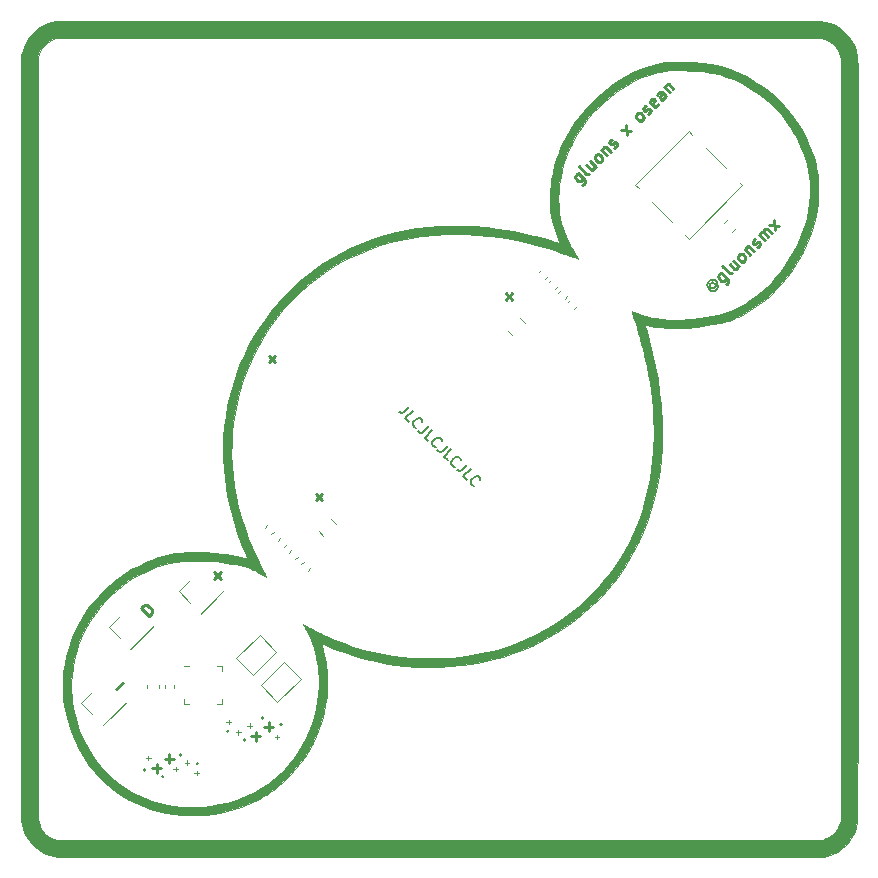
<source format=gbr>
%TF.GenerationSoftware,KiCad,Pcbnew,(6.0.0)*%
%TF.CreationDate,2022-10-29T10:39:51-07:00*%
%TF.ProjectId,tiny-osean,74696e79-2d6f-4736-9561-6e2e6b696361,rev?*%
%TF.SameCoordinates,Original*%
%TF.FileFunction,Legend,Top*%
%TF.FilePolarity,Positive*%
%FSLAX46Y46*%
G04 Gerber Fmt 4.6, Leading zero omitted, Abs format (unit mm)*
G04 Created by KiCad (PCBNEW (6.0.0)) date 2022-10-29 10:39:51*
%MOMM*%
%LPD*%
G01*
G04 APERTURE LIST*
%ADD10C,0.150000*%
%ADD11C,0.125000*%
%ADD12C,0.250000*%
%ADD13C,0.120000*%
%ADD14C,0.010000*%
G04 APERTURE END LIST*
D10*
X135116470Y-122768869D02*
G75*
G03*
X135116470Y-122768869I-74020J0D01*
G01*
X126625174Y-125312003D02*
G75*
G03*
X126625174Y-125312003I-74020J0D01*
G01*
X130625174Y-123312003D02*
G75*
G03*
X130625174Y-123312003I-74020J0D01*
G01*
X123543936Y-126607167D02*
G75*
G03*
X123543936Y-126607167I-74020J0D01*
G01*
X128035232Y-126064033D02*
G75*
G03*
X128035232Y-126064033I-74020J0D01*
G01*
X133560184Y-122204846D02*
G75*
G03*
X133560184Y-122204846I-74020J0D01*
G01*
X132035232Y-124064033D02*
G75*
G03*
X132035232Y-124064033I-74020J0D01*
G01*
X125100222Y-127171190D02*
G75*
G03*
X125100222Y-127171190I-74020J0D01*
G01*
D11*
X127072884Y-125779034D02*
X127072884Y-126159987D01*
X126882408Y-125969511D02*
X127263360Y-125969511D01*
D12*
X124886070Y-126437734D02*
X124124165Y-126437734D01*
X124505118Y-126056782D02*
X124505118Y-126818686D01*
X154084130Y-86785029D02*
X154622878Y-86246281D01*
X154622878Y-86785029D02*
X154084130Y-86246281D01*
D11*
X131439481Y-123597001D02*
X131439481Y-123216048D01*
X131629957Y-123406525D02*
X131249005Y-123406525D01*
D12*
X121111015Y-119774376D02*
X121649763Y-119235628D01*
D10*
X145901738Y-95873097D02*
X145447170Y-96327666D01*
X145325951Y-96388275D01*
X145204733Y-96388275D01*
X145083515Y-96327666D01*
X145022906Y-96267056D01*
X145871434Y-97115585D02*
X145568388Y-96812539D01*
X146204784Y-96176143D01*
X146507830Y-97630762D02*
X146447221Y-97630762D01*
X146326002Y-97570153D01*
X146265393Y-97509544D01*
X146204784Y-97388326D01*
X146204784Y-97267107D01*
X146235089Y-97176194D01*
X146326002Y-97024671D01*
X146416916Y-96933757D01*
X146568439Y-96842843D01*
X146659353Y-96812539D01*
X146780571Y-96812539D01*
X146901789Y-96873148D01*
X146962398Y-96933757D01*
X147023008Y-97054975D01*
X147023008Y-97115585D01*
X147538185Y-97509544D02*
X147083617Y-97964113D01*
X146962398Y-98024722D01*
X146841180Y-98024722D01*
X146719962Y-97964113D01*
X146659353Y-97903504D01*
X147507881Y-98752032D02*
X147204835Y-98448986D01*
X147841231Y-97812590D01*
X148144277Y-99267210D02*
X148083668Y-99267210D01*
X147962449Y-99206600D01*
X147901840Y-99145991D01*
X147841231Y-99024773D01*
X147841231Y-98903555D01*
X147871536Y-98812641D01*
X147962449Y-98661118D01*
X148053363Y-98570204D01*
X148204886Y-98479291D01*
X148295800Y-98448986D01*
X148417018Y-98448986D01*
X148538236Y-98509595D01*
X148598846Y-98570204D01*
X148659455Y-98691423D01*
X148659455Y-98752032D01*
X149174632Y-99145991D02*
X148720064Y-99600560D01*
X148598846Y-99661169D01*
X148477627Y-99661169D01*
X148356409Y-99600560D01*
X148295800Y-99539951D01*
X149144328Y-100388479D02*
X148841282Y-100085433D01*
X149477678Y-99449037D01*
X149780724Y-100903657D02*
X149720115Y-100903657D01*
X149598897Y-100843047D01*
X149538287Y-100782438D01*
X149477678Y-100661220D01*
X149477678Y-100540002D01*
X149507983Y-100449088D01*
X149598897Y-100297565D01*
X149689810Y-100206651D01*
X149841333Y-100115738D01*
X149932247Y-100085433D01*
X150053465Y-100085433D01*
X150174683Y-100146042D01*
X150235293Y-100206651D01*
X150295902Y-100327870D01*
X150295902Y-100388479D01*
X150811080Y-100782438D02*
X150356511Y-101237007D01*
X150235293Y-101297616D01*
X150114074Y-101297616D01*
X149992856Y-101237007D01*
X149932247Y-101176398D01*
X150780775Y-102024926D02*
X150477729Y-101721880D01*
X151114125Y-101085484D01*
X151417171Y-102540104D02*
X151356562Y-102540104D01*
X151235344Y-102479495D01*
X151174735Y-102418885D01*
X151114125Y-102297667D01*
X151114125Y-102176449D01*
X151144430Y-102085535D01*
X151235344Y-101934012D01*
X151326257Y-101843099D01*
X151477780Y-101752185D01*
X151568694Y-101721880D01*
X151689912Y-101721880D01*
X151811131Y-101782489D01*
X151871740Y-101843099D01*
X151932349Y-101964317D01*
X151932349Y-102024926D01*
D11*
X126117178Y-126343057D02*
X126117178Y-126724010D01*
X125926702Y-126533534D02*
X126307654Y-126533534D01*
D10*
X171634687Y-85331641D02*
X171567343Y-85331641D01*
X171466328Y-85365312D01*
X171398984Y-85432656D01*
X171365312Y-85533671D01*
X171365312Y-85601015D01*
X171398984Y-85702030D01*
X171466328Y-85769374D01*
X171567343Y-85803045D01*
X171634687Y-85803045D01*
X171735702Y-85769374D01*
X171803045Y-85702030D01*
X171836717Y-85601015D01*
X171836717Y-85533671D01*
X171567343Y-85264297D02*
X171836717Y-85533671D01*
X171904061Y-85533671D01*
X171937732Y-85499999D01*
X171971404Y-85398984D01*
X171937732Y-85297969D01*
X171769374Y-85129610D01*
X171601015Y-85095938D01*
X171432656Y-85129610D01*
X171264297Y-85230625D01*
X171163282Y-85398984D01*
X171129610Y-85567343D01*
X171163282Y-85735702D01*
X171264297Y-85904061D01*
X171432656Y-86005076D01*
X171601015Y-86038748D01*
X171769374Y-86005076D01*
X171937732Y-85904061D01*
X172038748Y-85735702D01*
X172072419Y-85567343D01*
D11*
X134705826Y-124004351D02*
X134705826Y-123623398D01*
X134896302Y-123813875D02*
X134515350Y-123813875D01*
X132395187Y-123032978D02*
X132395187Y-122652025D01*
X132585663Y-122842502D02*
X132204711Y-122842502D01*
D12*
X132540029Y-123725148D02*
X133301934Y-123725148D01*
X132920982Y-124106100D02*
X132920982Y-123344196D01*
X134002988Y-92059387D02*
X134541736Y-91520639D01*
X134541736Y-92059387D02*
X134002988Y-91520639D01*
X137975612Y-103752068D02*
X138514360Y-103213320D01*
X138514360Y-103752068D02*
X137975612Y-103213320D01*
X125972336Y-125650887D02*
X125210431Y-125650887D01*
X125591384Y-125269935D02*
X125591384Y-126031839D01*
X160194085Y-76062088D02*
X160766504Y-76634507D01*
X160800176Y-76735523D01*
X160800176Y-76802866D01*
X160766504Y-76903881D01*
X160665489Y-77004897D01*
X160564474Y-77038568D01*
X160631817Y-76499820D02*
X160598146Y-76600836D01*
X160463459Y-76735523D01*
X160362443Y-76769194D01*
X160295100Y-76769194D01*
X160194085Y-76735523D01*
X159992054Y-76533492D01*
X159958382Y-76432477D01*
X159958382Y-76365133D01*
X159992054Y-76264118D01*
X160126741Y-76129431D01*
X160227756Y-76095759D01*
X161103222Y-76095759D02*
X161002207Y-76129431D01*
X160901191Y-76095759D01*
X160295100Y-75489668D01*
X161204237Y-75051935D02*
X161675642Y-75523340D01*
X160901191Y-75354981D02*
X161271581Y-75725370D01*
X161372596Y-75759042D01*
X161473611Y-75725370D01*
X161574626Y-75624355D01*
X161608298Y-75523340D01*
X161608298Y-75455996D01*
X162113374Y-75085607D02*
X162012359Y-75119279D01*
X161945016Y-75119279D01*
X161844000Y-75085607D01*
X161641970Y-74883576D01*
X161608298Y-74782561D01*
X161608298Y-74715218D01*
X161641970Y-74614202D01*
X161742985Y-74513187D01*
X161844000Y-74479515D01*
X161911344Y-74479515D01*
X162012359Y-74513187D01*
X162214390Y-74715218D01*
X162248061Y-74816233D01*
X162248061Y-74883576D01*
X162214390Y-74984592D01*
X162113374Y-75085607D01*
X162180718Y-74075454D02*
X162652122Y-74546859D01*
X162248061Y-74142798D02*
X162248061Y-74075454D01*
X162281733Y-73974439D01*
X162382748Y-73873424D01*
X162483764Y-73839752D01*
X162584779Y-73873424D01*
X162955168Y-74243813D01*
X163224542Y-73907096D02*
X163325557Y-73873424D01*
X163460244Y-73738737D01*
X163493916Y-73637722D01*
X163460244Y-73536706D01*
X163426573Y-73503035D01*
X163325557Y-73469363D01*
X163224542Y-73503035D01*
X163123527Y-73604050D01*
X163022512Y-73637722D01*
X162921496Y-73604050D01*
X162887825Y-73570378D01*
X162854153Y-73469363D01*
X162887825Y-73368348D01*
X162988840Y-73267332D01*
X163089855Y-73233661D01*
X164335710Y-72863271D02*
X164234695Y-72021477D01*
X163864305Y-72391867D02*
X164706099Y-72492882D01*
X165615237Y-71583745D02*
X165514221Y-71617416D01*
X165446878Y-71617416D01*
X165345863Y-71583745D01*
X165143832Y-71381714D01*
X165110160Y-71280699D01*
X165110160Y-71213355D01*
X165143832Y-71112340D01*
X165244847Y-71011325D01*
X165345863Y-70977653D01*
X165413206Y-70977653D01*
X165514221Y-71011325D01*
X165716252Y-71213355D01*
X165749924Y-71314371D01*
X165749924Y-71381714D01*
X165716252Y-71482729D01*
X165615237Y-71583745D01*
X166086641Y-71044997D02*
X166187656Y-71011325D01*
X166322343Y-70876638D01*
X166356015Y-70775623D01*
X166322343Y-70674607D01*
X166288672Y-70640936D01*
X166187656Y-70607264D01*
X166086641Y-70640936D01*
X165985626Y-70741951D01*
X165884611Y-70775623D01*
X165783595Y-70741951D01*
X165749924Y-70708279D01*
X165716252Y-70607264D01*
X165749924Y-70506249D01*
X165850939Y-70405233D01*
X165951954Y-70371562D01*
X166962107Y-70169531D02*
X166928435Y-70270546D01*
X166793748Y-70405233D01*
X166692733Y-70438905D01*
X166591717Y-70405233D01*
X166322343Y-70135859D01*
X166288672Y-70034844D01*
X166322343Y-69933829D01*
X166457030Y-69799142D01*
X166558046Y-69765470D01*
X166659061Y-69799142D01*
X166726404Y-69866485D01*
X166457030Y-70270546D01*
X167635542Y-69563440D02*
X167265152Y-69193050D01*
X167164137Y-69159379D01*
X167063122Y-69193050D01*
X166928435Y-69327737D01*
X166894763Y-69428753D01*
X167601870Y-69529768D02*
X167568198Y-69630783D01*
X167399839Y-69799142D01*
X167298824Y-69832814D01*
X167197809Y-69799142D01*
X167130465Y-69731798D01*
X167096794Y-69630783D01*
X167130465Y-69529768D01*
X167298824Y-69361409D01*
X167332496Y-69260394D01*
X167500855Y-68755318D02*
X167972259Y-69226722D01*
X167568198Y-68822661D02*
X167568198Y-68755318D01*
X167601870Y-68654302D01*
X167702885Y-68553287D01*
X167803900Y-68519615D01*
X167904916Y-68553287D01*
X168275305Y-68923676D01*
D11*
X127903251Y-126656403D02*
X127903251Y-127037356D01*
X127712775Y-126846880D02*
X128093727Y-126846880D01*
X130609114Y-122719632D02*
X130609114Y-122338679D01*
X130799590Y-122529156D02*
X130418638Y-122529156D01*
D12*
X133626295Y-122938301D02*
X134388200Y-122938301D01*
X134007248Y-123319253D02*
X134007248Y-122557349D01*
X123897123Y-113571646D02*
X123190016Y-112864539D01*
X123358374Y-112696180D01*
X123493061Y-112628837D01*
X123627748Y-112628837D01*
X123728764Y-112662508D01*
X123897123Y-112763524D01*
X123998138Y-112864539D01*
X124099153Y-113032898D01*
X124132825Y-113133913D01*
X124132825Y-113268600D01*
X124065481Y-113403287D01*
X123897123Y-113571646D01*
X172317307Y-84489951D02*
X172889726Y-85062370D01*
X172923398Y-85163386D01*
X172923398Y-85230729D01*
X172889726Y-85331744D01*
X172788711Y-85432760D01*
X172687696Y-85466431D01*
X172755039Y-84927683D02*
X172721368Y-85028699D01*
X172586681Y-85163386D01*
X172485665Y-85197057D01*
X172418322Y-85197057D01*
X172317307Y-85163386D01*
X172115276Y-84961355D01*
X172081604Y-84860340D01*
X172081604Y-84792996D01*
X172115276Y-84691981D01*
X172249963Y-84557294D01*
X172350978Y-84523622D01*
X173226444Y-84523622D02*
X173125429Y-84557294D01*
X173024413Y-84523622D01*
X172418322Y-83917531D01*
X173327459Y-83479798D02*
X173798864Y-83951203D01*
X173024413Y-83782844D02*
X173394803Y-84153233D01*
X173495818Y-84186905D01*
X173596833Y-84153233D01*
X173697848Y-84052218D01*
X173731520Y-83951203D01*
X173731520Y-83883859D01*
X174236596Y-83513470D02*
X174135581Y-83547142D01*
X174068238Y-83547142D01*
X173967222Y-83513470D01*
X173765192Y-83311439D01*
X173731520Y-83210424D01*
X173731520Y-83143081D01*
X173765192Y-83042065D01*
X173866207Y-82941050D01*
X173967222Y-82907378D01*
X174034566Y-82907378D01*
X174135581Y-82941050D01*
X174337612Y-83143081D01*
X174371283Y-83244096D01*
X174371283Y-83311439D01*
X174337612Y-83412455D01*
X174236596Y-83513470D01*
X174303940Y-82503317D02*
X174775345Y-82974722D01*
X174371283Y-82570661D02*
X174371283Y-82503317D01*
X174404955Y-82402302D01*
X174505971Y-82301287D01*
X174606986Y-82267615D01*
X174708001Y-82301287D01*
X175078390Y-82671676D01*
X175347764Y-82334958D02*
X175448780Y-82301287D01*
X175583467Y-82166600D01*
X175617138Y-82065584D01*
X175583467Y-81964569D01*
X175549795Y-81930897D01*
X175448780Y-81897226D01*
X175347764Y-81930897D01*
X175246749Y-82031913D01*
X175145734Y-82065584D01*
X175044719Y-82031913D01*
X175011047Y-81998241D01*
X174977375Y-81897226D01*
X175011047Y-81796210D01*
X175112062Y-81695195D01*
X175213077Y-81661523D01*
X175987528Y-81762539D02*
X175516123Y-81291134D01*
X175583467Y-81358478D02*
X175583467Y-81291134D01*
X175617138Y-81190119D01*
X175718154Y-81089104D01*
X175819169Y-81055432D01*
X175920184Y-81089104D01*
X176290573Y-81459493D01*
X175920184Y-81089104D02*
X175886512Y-80988088D01*
X175920184Y-80887073D01*
X176021199Y-80786058D01*
X176122215Y-80752386D01*
X176223230Y-80786058D01*
X176593619Y-81156447D01*
X176862993Y-80887073D02*
X176761978Y-80045279D01*
X176391589Y-80415669D02*
X177233382Y-80516684D01*
D11*
X123806539Y-125371684D02*
X123806539Y-125752637D01*
X123616063Y-125562161D02*
X123997015Y-125562161D01*
D12*
X129397518Y-110400146D02*
X129936266Y-109861398D01*
X129936266Y-110400146D02*
X129397518Y-109861398D01*
D13*
%TO.C,SW1*%
X169577552Y-81603658D02*
X174117178Y-77064032D01*
X169867466Y-72814320D02*
X169577552Y-72524406D01*
X169577552Y-72524406D02*
X165037926Y-77064032D01*
X166459211Y-78485317D02*
X168156267Y-80182373D01*
X174117178Y-77064032D02*
X173919188Y-76866042D01*
X169287638Y-81313744D02*
X169577552Y-81603658D01*
X172695893Y-75642747D02*
X170998837Y-73945691D01*
X165037926Y-77064032D02*
X165327840Y-77353946D01*
%TO.C,R8*%
X136447284Y-108526255D02*
X136230003Y-108743536D01*
X135909883Y-107988854D02*
X135692602Y-108206135D01*
%TO.C,D1*%
X155665669Y-88729043D02*
X155296202Y-88359576D01*
X154626222Y-89768490D02*
X154256755Y-89399023D01*
%TO.C,R4*%
X158533601Y-86181312D02*
X158750882Y-85964031D01*
X159071002Y-86718713D02*
X159288283Y-86501432D01*
%TO.C,D2*%
X139665669Y-105729043D02*
X139296202Y-105359576D01*
X138626222Y-106768490D02*
X138256755Y-106399023D01*
%TO.C,R3*%
X158477721Y-85635778D02*
X158260440Y-85853059D01*
X157940320Y-85098377D02*
X157723039Y-85315658D01*
%TO.C,R5*%
X159538241Y-86787608D02*
X159320960Y-87004889D01*
X160075642Y-87325009D02*
X159858361Y-87542290D01*
%TO.C,J1*%
X126408310Y-111483120D02*
X127348762Y-110542668D01*
X127348762Y-112423572D02*
X126408310Y-111483120D01*
X128246788Y-113321598D02*
X128289214Y-113364024D01*
X128246788Y-113321598D02*
X130127692Y-111440694D01*
X128289214Y-113364024D02*
X130170118Y-111483120D01*
X130127692Y-111440694D02*
X130170118Y-111483120D01*
%TO.C,R2*%
X157392997Y-84985617D02*
X157610278Y-84768336D01*
X156855596Y-84448216D02*
X157072877Y-84230935D01*
%TO.C,R7*%
X135314909Y-107719089D02*
X135532190Y-107501808D01*
X134777508Y-107181688D02*
X134994789Y-106964407D01*
%TO.C,U1*%
X130055993Y-117801850D02*
X130055993Y-118251850D01*
X130055993Y-121021850D02*
X130055993Y-120571850D01*
X129605993Y-121021850D02*
X130055993Y-121021850D01*
X127285993Y-117801850D02*
X126835993Y-117801850D01*
X129605993Y-117801850D02*
X130055993Y-117801850D01*
X126835993Y-121021850D02*
X126835993Y-120571850D01*
X127285993Y-121021850D02*
X126835993Y-121021850D01*
%TO.C,JP2*%
X131269924Y-117132044D02*
X133249823Y-115152145D01*
X132684137Y-118546257D02*
X131269924Y-117132044D01*
X133249823Y-115152145D02*
X134664036Y-116566358D01*
X134664036Y-116566358D02*
X132684137Y-118546257D01*
%TO.C,R9*%
X137302866Y-109724936D02*
X137520147Y-109507655D01*
X136765465Y-109187535D02*
X136982746Y-108970254D01*
%TO.C,C2*%
X123688093Y-119658958D02*
X123688093Y-119377798D01*
X124708093Y-119658958D02*
X124708093Y-119377798D01*
%TO.C,J3*%
X119059548Y-121867124D02*
X118119096Y-120926672D01*
X118119096Y-120926672D02*
X119059548Y-119986220D01*
X119957574Y-122765150D02*
X120000000Y-122807576D01*
X119957574Y-122765150D02*
X121838478Y-120884246D01*
X120000000Y-122807576D02*
X121880904Y-120926672D01*
X121838478Y-120884246D02*
X121880904Y-120926672D01*
%TO.C,C1*%
X125958176Y-119626214D02*
X125958176Y-119410542D01*
X125238176Y-119626214D02*
X125238176Y-119410542D01*
%TO.C,JP1*%
X133312014Y-119427167D02*
X135291913Y-117447268D01*
X136706126Y-118861481D02*
X134726227Y-120841380D01*
X134726227Y-120841380D02*
X133312014Y-119427167D01*
X135291913Y-117447268D02*
X136706126Y-118861481D01*
D14*
%TO.C,Ref\u002A\u002A*%
X164992877Y-63155387D02*
X166004246Y-63155437D01*
X166004246Y-63155437D02*
X166978394Y-63155517D01*
X166978394Y-63155517D02*
X167915688Y-63155629D01*
X167915688Y-63155629D02*
X168816492Y-63155772D01*
X168816492Y-63155772D02*
X169681171Y-63155947D01*
X169681171Y-63155947D02*
X170510092Y-63156154D01*
X170510092Y-63156154D02*
X171303619Y-63156393D01*
X171303619Y-63156393D02*
X172062117Y-63156664D01*
X172062117Y-63156664D02*
X172785951Y-63156967D01*
X172785951Y-63156967D02*
X173475487Y-63157303D01*
X173475487Y-63157303D02*
X174131091Y-63157672D01*
X174131091Y-63157672D02*
X174753126Y-63158074D01*
X174753126Y-63158074D02*
X175341959Y-63158509D01*
X175341959Y-63158509D02*
X175897955Y-63158977D01*
X175897955Y-63158977D02*
X176421479Y-63159479D01*
X176421479Y-63159479D02*
X176912895Y-63160015D01*
X176912895Y-63160015D02*
X177372571Y-63160584D01*
X177372571Y-63160584D02*
X177800870Y-63161187D01*
X177800870Y-63161187D02*
X178198157Y-63161825D01*
X178198157Y-63161825D02*
X178564799Y-63162497D01*
X178564799Y-63162497D02*
X178901161Y-63163203D01*
X178901161Y-63163203D02*
X179207606Y-63163944D01*
X179207606Y-63163944D02*
X179484502Y-63164720D01*
X179484502Y-63164720D02*
X179732213Y-63165532D01*
X179732213Y-63165532D02*
X179951103Y-63166378D01*
X179951103Y-63166378D02*
X180141540Y-63167260D01*
X180141540Y-63167260D02*
X180303887Y-63168178D01*
X180303887Y-63168178D02*
X180438510Y-63169131D01*
X180438510Y-63169131D02*
X180545774Y-63170121D01*
X180545774Y-63170121D02*
X180626045Y-63171146D01*
X180626045Y-63171146D02*
X180679687Y-63172208D01*
X180679687Y-63172208D02*
X180707067Y-63173307D01*
X180707067Y-63173307D02*
X180708628Y-63173444D01*
X180708628Y-63173444D02*
X181093415Y-63231278D01*
X181093415Y-63231278D02*
X181457670Y-63326023D01*
X181457670Y-63326023D02*
X181802501Y-63458201D01*
X181802501Y-63458201D02*
X182129014Y-63628338D01*
X182129014Y-63628338D02*
X182438315Y-63836958D01*
X182438315Y-63836958D02*
X182731512Y-64084584D01*
X182731512Y-64084584D02*
X182826951Y-64176980D01*
X182826951Y-64176980D02*
X183085009Y-64460354D01*
X183085009Y-64460354D02*
X183304102Y-64756058D01*
X183304102Y-64756058D02*
X183485404Y-65066700D01*
X183485404Y-65066700D02*
X183630089Y-65394887D01*
X183630089Y-65394887D02*
X183739329Y-65743226D01*
X183739329Y-65743226D02*
X183814299Y-66114325D01*
X183814299Y-66114325D02*
X183852358Y-66454997D01*
X183852358Y-66454997D02*
X183853453Y-66484988D01*
X183853453Y-66484988D02*
X183854511Y-66545089D01*
X183854511Y-66545089D02*
X183855533Y-66635589D01*
X183855533Y-66635589D02*
X183856517Y-66756779D01*
X183856517Y-66756779D02*
X183857465Y-66908948D01*
X183857465Y-66908948D02*
X183858377Y-67092386D01*
X183858377Y-67092386D02*
X183859252Y-67307383D01*
X183859252Y-67307383D02*
X183860092Y-67554228D01*
X183860092Y-67554228D02*
X183860895Y-67833213D01*
X183860895Y-67833213D02*
X183861662Y-68144625D01*
X183861662Y-68144625D02*
X183862394Y-68488756D01*
X183862394Y-68488756D02*
X183863090Y-68865894D01*
X183863090Y-68865894D02*
X183863750Y-69276331D01*
X183863750Y-69276331D02*
X183864375Y-69720355D01*
X183864375Y-69720355D02*
X183864966Y-70198257D01*
X183864966Y-70198257D02*
X183865521Y-70710326D01*
X183865521Y-70710326D02*
X183866041Y-71256852D01*
X183866041Y-71256852D02*
X183866526Y-71838125D01*
X183866526Y-71838125D02*
X183866977Y-72454435D01*
X183866977Y-72454435D02*
X183867393Y-73106071D01*
X183867393Y-73106071D02*
X183867775Y-73793324D01*
X183867775Y-73793324D02*
X183868123Y-74516483D01*
X183868123Y-74516483D02*
X183868436Y-75275838D01*
X183868436Y-75275838D02*
X183868716Y-76071679D01*
X183868716Y-76071679D02*
X183868962Y-76904296D01*
X183868962Y-76904296D02*
X183869174Y-77773978D01*
X183869174Y-77773978D02*
X183869353Y-78681016D01*
X183869353Y-78681016D02*
X183869498Y-79625698D01*
X183869498Y-79625698D02*
X183869610Y-80608316D01*
X183869610Y-80608316D02*
X183869689Y-81629159D01*
X183869689Y-81629159D02*
X183869735Y-82688516D01*
X183869735Y-82688516D02*
X183869748Y-83786678D01*
X183869748Y-83786678D02*
X183869728Y-84923934D01*
X183869728Y-84923934D02*
X183869676Y-86100574D01*
X183869676Y-86100574D02*
X183869592Y-87316889D01*
X183869592Y-87316889D02*
X183869475Y-88573167D01*
X183869475Y-88573167D02*
X183869326Y-89869698D01*
X183869326Y-89869698D02*
X183869145Y-91206773D01*
X183869145Y-91206773D02*
X183868932Y-92584681D01*
X183868932Y-92584681D02*
X183868687Y-94003713D01*
X183868687Y-94003713D02*
X183868411Y-95464157D01*
X183868411Y-95464157D02*
X183868103Y-96966304D01*
X183868103Y-96966304D02*
X183867764Y-98510443D01*
X183867764Y-98510443D02*
X183867701Y-98786283D01*
X183867701Y-98786283D02*
X183867377Y-100194742D01*
X183867377Y-100194742D02*
X183867058Y-101561496D01*
X183867058Y-101561496D02*
X183866744Y-102887172D01*
X183866744Y-102887172D02*
X183866433Y-104172400D01*
X183866433Y-104172400D02*
X183866126Y-105417807D01*
X183866126Y-105417807D02*
X183865820Y-106624022D01*
X183865820Y-106624022D02*
X183865516Y-107791671D01*
X183865516Y-107791671D02*
X183865212Y-108921385D01*
X183865212Y-108921385D02*
X183864908Y-110013790D01*
X183864908Y-110013790D02*
X183864602Y-111069514D01*
X183864602Y-111069514D02*
X183864295Y-112089187D01*
X183864295Y-112089187D02*
X183863984Y-113073436D01*
X183863984Y-113073436D02*
X183863670Y-114022888D01*
X183863670Y-114022888D02*
X183863350Y-114938173D01*
X183863350Y-114938173D02*
X183863026Y-115819919D01*
X183863026Y-115819919D02*
X183862695Y-116668753D01*
X183862695Y-116668753D02*
X183862357Y-117485303D01*
X183862357Y-117485303D02*
X183862010Y-118270199D01*
X183862010Y-118270199D02*
X183861655Y-119024067D01*
X183861655Y-119024067D02*
X183861290Y-119747536D01*
X183861290Y-119747536D02*
X183860915Y-120441235D01*
X183860915Y-120441235D02*
X183860528Y-121105790D01*
X183860528Y-121105790D02*
X183860129Y-121741832D01*
X183860129Y-121741832D02*
X183859717Y-122349986D01*
X183859717Y-122349986D02*
X183859291Y-122930882D01*
X183859291Y-122930882D02*
X183858850Y-123485148D01*
X183858850Y-123485148D02*
X183858393Y-124013412D01*
X183858393Y-124013412D02*
X183857920Y-124516302D01*
X183857920Y-124516302D02*
X183857430Y-124994446D01*
X183857430Y-124994446D02*
X183856921Y-125448472D01*
X183856921Y-125448472D02*
X183856393Y-125879009D01*
X183856393Y-125879009D02*
X183855846Y-126286684D01*
X183855846Y-126286684D02*
X183855278Y-126672126D01*
X183855278Y-126672126D02*
X183854688Y-127035962D01*
X183854688Y-127035962D02*
X183854076Y-127378821D01*
X183854076Y-127378821D02*
X183853440Y-127701332D01*
X183853440Y-127701332D02*
X183852781Y-128004121D01*
X183852781Y-128004121D02*
X183852097Y-128287818D01*
X183852097Y-128287818D02*
X183851386Y-128553050D01*
X183851386Y-128553050D02*
X183850650Y-128800445D01*
X183850650Y-128800445D02*
X183849885Y-129030632D01*
X183849885Y-129030632D02*
X183849093Y-129244239D01*
X183849093Y-129244239D02*
X183848271Y-129441894D01*
X183848271Y-129441894D02*
X183847420Y-129624225D01*
X183847420Y-129624225D02*
X183846537Y-129791859D01*
X183846537Y-129791859D02*
X183845623Y-129945426D01*
X183845623Y-129945426D02*
X183844676Y-130085554D01*
X183844676Y-130085554D02*
X183843696Y-130212870D01*
X183843696Y-130212870D02*
X183842682Y-130328002D01*
X183842682Y-130328002D02*
X183841632Y-130431579D01*
X183841632Y-130431579D02*
X183840547Y-130524229D01*
X183840547Y-130524229D02*
X183839425Y-130606580D01*
X183839425Y-130606580D02*
X183838265Y-130679260D01*
X183838265Y-130679260D02*
X183837067Y-130742898D01*
X183837067Y-130742898D02*
X183835830Y-130798120D01*
X183835830Y-130798120D02*
X183834552Y-130845556D01*
X183834552Y-130845556D02*
X183833234Y-130885834D01*
X183833234Y-130885834D02*
X183831874Y-130919581D01*
X183831874Y-130919581D02*
X183830471Y-130947426D01*
X183830471Y-130947426D02*
X183829024Y-130969998D01*
X183829024Y-130969998D02*
X183827534Y-130987923D01*
X183827534Y-130987923D02*
X183825998Y-131001830D01*
X183825998Y-131001830D02*
X183824416Y-131012348D01*
X183824416Y-131012348D02*
X183824383Y-131012533D01*
X183824383Y-131012533D02*
X183734337Y-131407986D01*
X183734337Y-131407986D02*
X183610029Y-131778750D01*
X183610029Y-131778750D02*
X183451175Y-132125389D01*
X183451175Y-132125389D02*
X183257490Y-132448467D01*
X183257490Y-132448467D02*
X183028688Y-132748548D01*
X183028688Y-132748548D02*
X182847195Y-132945510D01*
X182847195Y-132945510D02*
X182561648Y-133203495D01*
X182561648Y-133203495D02*
X182252402Y-133426454D01*
X182252402Y-133426454D02*
X181919795Y-133614208D01*
X181919795Y-133614208D02*
X181564168Y-133766576D01*
X181564168Y-133766576D02*
X181185861Y-133883378D01*
X181185861Y-133883378D02*
X180994378Y-133927153D01*
X180994378Y-133927153D02*
X180985112Y-133928759D01*
X180985112Y-133928759D02*
X180972882Y-133930317D01*
X180972882Y-133930317D02*
X180957063Y-133931829D01*
X180957063Y-133931829D02*
X180937028Y-133933296D01*
X180937028Y-133933296D02*
X180912150Y-133934717D01*
X180912150Y-133934717D02*
X180881804Y-133936095D01*
X180881804Y-133936095D02*
X180845363Y-133937429D01*
X180845363Y-133937429D02*
X180802201Y-133938721D01*
X180802201Y-133938721D02*
X180751692Y-133939971D01*
X180751692Y-133939971D02*
X180693210Y-133941179D01*
X180693210Y-133941179D02*
X180626128Y-133942348D01*
X180626128Y-133942348D02*
X180549821Y-133943477D01*
X180549821Y-133943477D02*
X180463661Y-133944567D01*
X180463661Y-133944567D02*
X180367024Y-133945619D01*
X180367024Y-133945619D02*
X180259281Y-133946634D01*
X180259281Y-133946634D02*
X180139808Y-133947612D01*
X180139808Y-133947612D02*
X180007979Y-133948554D01*
X180007979Y-133948554D02*
X179863166Y-133949462D01*
X179863166Y-133949462D02*
X179704743Y-133950335D01*
X179704743Y-133950335D02*
X179532085Y-133951175D01*
X179532085Y-133951175D02*
X179344566Y-133951982D01*
X179344566Y-133951982D02*
X179141558Y-133952758D01*
X179141558Y-133952758D02*
X178922436Y-133953502D01*
X178922436Y-133953502D02*
X178686574Y-133954215D01*
X178686574Y-133954215D02*
X178433344Y-133954899D01*
X178433344Y-133954899D02*
X178162122Y-133955554D01*
X178162122Y-133955554D02*
X177872281Y-133956181D01*
X177872281Y-133956181D02*
X177563195Y-133956780D01*
X177563195Y-133956780D02*
X177234236Y-133957353D01*
X177234236Y-133957353D02*
X176884781Y-133957900D01*
X176884781Y-133957900D02*
X176514201Y-133958421D01*
X176514201Y-133958421D02*
X176121870Y-133958919D01*
X176121870Y-133958919D02*
X175707164Y-133959392D01*
X175707164Y-133959392D02*
X175269454Y-133959843D01*
X175269454Y-133959843D02*
X174808116Y-133960272D01*
X174808116Y-133960272D02*
X174322522Y-133960680D01*
X174322522Y-133960680D02*
X173812048Y-133961066D01*
X173812048Y-133961066D02*
X173276065Y-133961434D01*
X173276065Y-133961434D02*
X172713949Y-133961782D01*
X172713949Y-133961782D02*
X172125073Y-133962111D01*
X172125073Y-133962111D02*
X171508810Y-133962423D01*
X171508810Y-133962423D02*
X170864535Y-133962719D01*
X170864535Y-133962719D02*
X170191621Y-133962998D01*
X170191621Y-133962998D02*
X169489442Y-133963262D01*
X169489442Y-133963262D02*
X168757373Y-133963512D01*
X168757373Y-133963512D02*
X167994785Y-133963748D01*
X167994785Y-133963748D02*
X167201055Y-133963971D01*
X167201055Y-133963971D02*
X166375554Y-133964181D01*
X166375554Y-133964181D02*
X165517657Y-133964380D01*
X165517657Y-133964380D02*
X164626738Y-133964569D01*
X164626738Y-133964569D02*
X163702171Y-133964747D01*
X163702171Y-133964747D02*
X162743328Y-133964917D01*
X162743328Y-133964917D02*
X161749585Y-133965077D01*
X161749585Y-133965077D02*
X160720315Y-133965231D01*
X160720315Y-133965231D02*
X159654891Y-133965377D01*
X159654891Y-133965377D02*
X158552688Y-133965517D01*
X158552688Y-133965517D02*
X157413079Y-133965652D01*
X157413079Y-133965652D02*
X156235438Y-133965782D01*
X156235438Y-133965782D02*
X155019138Y-133965908D01*
X155019138Y-133965908D02*
X153763554Y-133966031D01*
X153763554Y-133966031D02*
X152468060Y-133966152D01*
X152468060Y-133966152D02*
X151132028Y-133966271D01*
X151132028Y-133966271D02*
X149754833Y-133966389D01*
X149754833Y-133966389D02*
X148524712Y-133966491D01*
X148524712Y-133966491D02*
X147355171Y-133966583D01*
X147355171Y-133966583D02*
X146195672Y-133966663D01*
X146195672Y-133966663D02*
X145046945Y-133966733D01*
X145046945Y-133966733D02*
X143909715Y-133966791D01*
X143909715Y-133966791D02*
X142784712Y-133966840D01*
X142784712Y-133966840D02*
X141672663Y-133966878D01*
X141672663Y-133966878D02*
X140574295Y-133966905D01*
X140574295Y-133966905D02*
X139490337Y-133966922D01*
X139490337Y-133966922D02*
X138421516Y-133966929D01*
X138421516Y-133966929D02*
X137368560Y-133966926D01*
X137368560Y-133966926D02*
X136332196Y-133966914D01*
X136332196Y-133966914D02*
X135313153Y-133966891D01*
X135313153Y-133966891D02*
X134312159Y-133966859D01*
X134312159Y-133966859D02*
X133329940Y-133966817D01*
X133329940Y-133966817D02*
X132367225Y-133966766D01*
X132367225Y-133966766D02*
X131424741Y-133966705D01*
X131424741Y-133966705D02*
X130503217Y-133966636D01*
X130503217Y-133966636D02*
X129603380Y-133966557D01*
X129603380Y-133966557D02*
X128725958Y-133966469D01*
X128725958Y-133966469D02*
X127871678Y-133966373D01*
X127871678Y-133966373D02*
X127041269Y-133966267D01*
X127041269Y-133966267D02*
X126235458Y-133966153D01*
X126235458Y-133966153D02*
X125454973Y-133966031D01*
X125454973Y-133966031D02*
X124700541Y-133965900D01*
X124700541Y-133965900D02*
X123972891Y-133965761D01*
X123972891Y-133965761D02*
X123272750Y-133965614D01*
X123272750Y-133965614D02*
X122600846Y-133965459D01*
X122600846Y-133965459D02*
X121957907Y-133965296D01*
X121957907Y-133965296D02*
X121344661Y-133965125D01*
X121344661Y-133965125D02*
X120761834Y-133964947D01*
X120761834Y-133964947D02*
X120210156Y-133964760D01*
X120210156Y-133964760D02*
X119690353Y-133964567D01*
X119690353Y-133964567D02*
X119203154Y-133964366D01*
X119203154Y-133964366D02*
X118749287Y-133964158D01*
X118749287Y-133964158D02*
X118329478Y-133963943D01*
X118329478Y-133963943D02*
X117944457Y-133963720D01*
X117944457Y-133963720D02*
X117594950Y-133963491D01*
X117594950Y-133963491D02*
X117281685Y-133963256D01*
X117281685Y-133963256D02*
X117005391Y-133963013D01*
X117005391Y-133963013D02*
X116766795Y-133962764D01*
X116766795Y-133962764D02*
X116566624Y-133962509D01*
X116566624Y-133962509D02*
X116405607Y-133962247D01*
X116405607Y-133962247D02*
X116284471Y-133961980D01*
X116284471Y-133961980D02*
X116203944Y-133961706D01*
X116203944Y-133961706D02*
X116164754Y-133961426D01*
X116164754Y-133961426D02*
X116160878Y-133961321D01*
X116160878Y-133961321D02*
X115802550Y-133903103D01*
X115802550Y-133903103D02*
X115449018Y-133806079D01*
X115449018Y-133806079D02*
X115105410Y-133672833D01*
X115105410Y-133672833D02*
X114776855Y-133505949D01*
X114776855Y-133505949D02*
X114468482Y-133308011D01*
X114468482Y-133308011D02*
X114185421Y-133081602D01*
X114185421Y-133081602D02*
X113948515Y-132846796D01*
X113948515Y-132846796D02*
X113703953Y-132546211D01*
X113703953Y-132546211D02*
X113496870Y-132225997D01*
X113496870Y-132225997D02*
X113327398Y-131886454D01*
X113327398Y-131886454D02*
X113195670Y-131527885D01*
X113195670Y-131527885D02*
X113101817Y-131150590D01*
X113101817Y-131150590D02*
X113049343Y-130790283D01*
X113049343Y-130790283D02*
X113048242Y-130765732D01*
X113048242Y-130765732D02*
X113047177Y-130714337D01*
X113047177Y-130714337D02*
X113046149Y-130635742D01*
X113046149Y-130635742D02*
X113045158Y-130529595D01*
X113045158Y-130529595D02*
X113044202Y-130395541D01*
X113044202Y-130395541D02*
X113043282Y-130233227D01*
X113043282Y-130233227D02*
X113042398Y-130042299D01*
X113042398Y-130042299D02*
X113041550Y-129822405D01*
X113041550Y-129822405D02*
X113040737Y-129573189D01*
X113040737Y-129573189D02*
X113039959Y-129294299D01*
X113039959Y-129294299D02*
X113039216Y-128985381D01*
X113039216Y-128985381D02*
X113038508Y-128646081D01*
X113038508Y-128646081D02*
X113037835Y-128276046D01*
X113037835Y-128276046D02*
X113037197Y-127874922D01*
X113037197Y-127874922D02*
X113036592Y-127442355D01*
X113036592Y-127442355D02*
X113036022Y-126977992D01*
X113036022Y-126977992D02*
X113035486Y-126481479D01*
X113035486Y-126481479D02*
X113034984Y-125952463D01*
X113034984Y-125952463D02*
X113034515Y-125390590D01*
X113034515Y-125390590D02*
X113034080Y-124795506D01*
X113034080Y-124795506D02*
X113033679Y-124166858D01*
X113033679Y-124166858D02*
X113033310Y-123504292D01*
X113033310Y-123504292D02*
X113032974Y-122807454D01*
X113032974Y-122807454D02*
X113032672Y-122075992D01*
X113032672Y-122075992D02*
X113032402Y-121309550D01*
X113032402Y-121309550D02*
X113032164Y-120507776D01*
X113032164Y-120507776D02*
X113031958Y-119670316D01*
X113031958Y-119670316D02*
X113031785Y-118796817D01*
X113031785Y-118796817D02*
X113031644Y-117886924D01*
X113031644Y-117886924D02*
X113031534Y-116940284D01*
X113031534Y-116940284D02*
X113031456Y-115956544D01*
X113031456Y-115956544D02*
X113031410Y-114935350D01*
X113031410Y-114935350D02*
X113031394Y-113876347D01*
X113031394Y-113876347D02*
X113031410Y-112779184D01*
X113031410Y-112779184D02*
X113031457Y-111643506D01*
X113031457Y-111643506D02*
X113031534Y-110468959D01*
X113031534Y-110468959D02*
X113031642Y-109255190D01*
X113031642Y-109255190D02*
X113031780Y-108001845D01*
X113031780Y-108001845D02*
X113031949Y-106708570D01*
X113031949Y-106708570D02*
X113032147Y-105375013D01*
X113032147Y-105375013D02*
X113032376Y-104000819D01*
X113032376Y-104000819D02*
X113032634Y-102585634D01*
X113032634Y-102585634D02*
X113032922Y-101129106D01*
X113032922Y-101129106D02*
X113033239Y-99630880D01*
X113033239Y-99630880D02*
X113033513Y-98405283D01*
X113033513Y-98405283D02*
X113033816Y-97084749D01*
X113033816Y-97084749D02*
X114445164Y-97084749D01*
X114445164Y-97084749D02*
X114445175Y-98097000D01*
X114445175Y-98097000D02*
X114445207Y-99109670D01*
X114445207Y-99109670D02*
X114445261Y-100121867D01*
X114445261Y-100121867D02*
X114445335Y-101132701D01*
X114445335Y-101132701D02*
X114445429Y-102141279D01*
X114445429Y-102141279D02*
X114445545Y-103146710D01*
X114445545Y-103146710D02*
X114445681Y-104148102D01*
X114445681Y-104148102D02*
X114445838Y-105144562D01*
X114445838Y-105144562D02*
X114446016Y-106135200D01*
X114446016Y-106135200D02*
X114446215Y-107119123D01*
X114446215Y-107119123D02*
X114446434Y-108095440D01*
X114446434Y-108095440D02*
X114446674Y-109063259D01*
X114446674Y-109063259D02*
X114446935Y-110021687D01*
X114446935Y-110021687D02*
X114447216Y-110969834D01*
X114447216Y-110969834D02*
X114447517Y-111906808D01*
X114447517Y-111906808D02*
X114447839Y-112831716D01*
X114447839Y-112831716D02*
X114448182Y-113743668D01*
X114448182Y-113743668D02*
X114448545Y-114641770D01*
X114448545Y-114641770D02*
X114448929Y-115525132D01*
X114448929Y-115525132D02*
X114449333Y-116392861D01*
X114449333Y-116392861D02*
X114449757Y-117244067D01*
X114449757Y-117244067D02*
X114450202Y-118077856D01*
X114450202Y-118077856D02*
X114450667Y-118893338D01*
X114450667Y-118893338D02*
X114451153Y-119689620D01*
X114451153Y-119689620D02*
X114451659Y-120465811D01*
X114451659Y-120465811D02*
X114452185Y-121221019D01*
X114452185Y-121221019D02*
X114452731Y-121954352D01*
X114452731Y-121954352D02*
X114453297Y-122664918D01*
X114453297Y-122664918D02*
X114453884Y-123351826D01*
X114453884Y-123351826D02*
X114454491Y-124014184D01*
X114454491Y-124014184D02*
X114455117Y-124651100D01*
X114455117Y-124651100D02*
X114455764Y-125261682D01*
X114455764Y-125261682D02*
X114456431Y-125845039D01*
X114456431Y-125845039D02*
X114457118Y-126400278D01*
X114457118Y-126400278D02*
X114457825Y-126926509D01*
X114457825Y-126926509D02*
X114458552Y-127422838D01*
X114458552Y-127422838D02*
X114459299Y-127888375D01*
X114459299Y-127888375D02*
X114460066Y-128322227D01*
X114460066Y-128322227D02*
X114460853Y-128723504D01*
X114460853Y-128723504D02*
X114461660Y-129091312D01*
X114461660Y-129091312D02*
X114462486Y-129424760D01*
X114462486Y-129424760D02*
X114463332Y-129722957D01*
X114463332Y-129722957D02*
X114464199Y-129985011D01*
X114464199Y-129985011D02*
X114465084Y-130210029D01*
X114465084Y-130210029D02*
X114465990Y-130397121D01*
X114465990Y-130397121D02*
X114466915Y-130545394D01*
X114466915Y-130545394D02*
X114467860Y-130653957D01*
X114467860Y-130653957D02*
X114468825Y-130721917D01*
X114468825Y-130721917D02*
X114469745Y-130747949D01*
X114469745Y-130747949D02*
X114525110Y-131032830D01*
X114525110Y-131032830D02*
X114618182Y-131302577D01*
X114618182Y-131302577D02*
X114746128Y-131554186D01*
X114746128Y-131554186D02*
X114906115Y-131784653D01*
X114906115Y-131784653D02*
X115095309Y-131990973D01*
X115095309Y-131990973D02*
X115310878Y-132170143D01*
X115310878Y-132170143D02*
X115549989Y-132319158D01*
X115549989Y-132319158D02*
X115809808Y-132435015D01*
X115809808Y-132435015D02*
X116087503Y-132514709D01*
X116087503Y-132514709D02*
X116146941Y-132526408D01*
X116146941Y-132526408D02*
X116159902Y-132527644D01*
X116159902Y-132527644D02*
X116185352Y-132528842D01*
X116185352Y-132528842D02*
X116223854Y-132530003D01*
X116223854Y-132530003D02*
X116275975Y-132531129D01*
X116275975Y-132531129D02*
X116342279Y-132532218D01*
X116342279Y-132532218D02*
X116423330Y-132533273D01*
X116423330Y-132533273D02*
X116519692Y-132534292D01*
X116519692Y-132534292D02*
X116631931Y-132535276D01*
X116631931Y-132535276D02*
X116760612Y-132536227D01*
X116760612Y-132536227D02*
X116906298Y-132537144D01*
X116906298Y-132537144D02*
X117069554Y-132538027D01*
X117069554Y-132538027D02*
X117250945Y-132538878D01*
X117250945Y-132538878D02*
X117451036Y-132539696D01*
X117451036Y-132539696D02*
X117670392Y-132540482D01*
X117670392Y-132540482D02*
X117909575Y-132541237D01*
X117909575Y-132541237D02*
X118169153Y-132541960D01*
X118169153Y-132541960D02*
X118449688Y-132542653D01*
X118449688Y-132542653D02*
X118751746Y-132543315D01*
X118751746Y-132543315D02*
X119075892Y-132543948D01*
X119075892Y-132543948D02*
X119422689Y-132544551D01*
X119422689Y-132544551D02*
X119792703Y-132545124D01*
X119792703Y-132545124D02*
X120186498Y-132545670D01*
X120186498Y-132545670D02*
X120604639Y-132546187D01*
X120604639Y-132546187D02*
X121047690Y-132546676D01*
X121047690Y-132546676D02*
X121516216Y-132547137D01*
X121516216Y-132547137D02*
X122010782Y-132547572D01*
X122010782Y-132547572D02*
X122531951Y-132547980D01*
X122531951Y-132547980D02*
X123080290Y-132548362D01*
X123080290Y-132548362D02*
X123656363Y-132548719D01*
X123656363Y-132548719D02*
X124260733Y-132549050D01*
X124260733Y-132549050D02*
X124893966Y-132549356D01*
X124893966Y-132549356D02*
X125556626Y-132549637D01*
X125556626Y-132549637D02*
X126249279Y-132549895D01*
X126249279Y-132549895D02*
X126972487Y-132550129D01*
X126972487Y-132550129D02*
X127726817Y-132550340D01*
X127726817Y-132550340D02*
X128512833Y-132550528D01*
X128512833Y-132550528D02*
X129331100Y-132550694D01*
X129331100Y-132550694D02*
X130182181Y-132550838D01*
X130182181Y-132550838D02*
X131066642Y-132550960D01*
X131066642Y-132550960D02*
X131985047Y-132551061D01*
X131985047Y-132551061D02*
X132937961Y-132551142D01*
X132937961Y-132551142D02*
X133925948Y-132551202D01*
X133925948Y-132551202D02*
X134949574Y-132551242D01*
X134949574Y-132551242D02*
X136009402Y-132551264D01*
X136009402Y-132551264D02*
X137105998Y-132551266D01*
X137105998Y-132551266D02*
X138239926Y-132551249D01*
X138239926Y-132551249D02*
X139411750Y-132551215D01*
X139411750Y-132551215D02*
X140622035Y-132551162D01*
X140622035Y-132551162D02*
X141871347Y-132551093D01*
X141871347Y-132551093D02*
X143160248Y-132551006D01*
X143160248Y-132551006D02*
X144489305Y-132550903D01*
X144489305Y-132550903D02*
X145859081Y-132550784D01*
X145859081Y-132550784D02*
X147270142Y-132550649D01*
X147270142Y-132550649D02*
X148514128Y-132550522D01*
X148514128Y-132550522D02*
X180729795Y-132547116D01*
X180729795Y-132547116D02*
X180899128Y-132497914D01*
X180899128Y-132497914D02*
X181188986Y-132392934D01*
X181188986Y-132392934D02*
X181454348Y-132253668D01*
X181454348Y-132253668D02*
X181694645Y-132080447D01*
X181694645Y-132080447D02*
X181841199Y-131945701D01*
X181841199Y-131945701D02*
X182025184Y-131734877D01*
X182025184Y-131734877D02*
X182175630Y-131506379D01*
X182175630Y-131506379D02*
X182296497Y-131253523D01*
X182296497Y-131253523D02*
X182363963Y-131063779D01*
X182363963Y-131063779D02*
X182423128Y-130874949D01*
X182423128Y-130874949D02*
X182423128Y-66274283D01*
X182423128Y-66274283D02*
X182374222Y-66105333D01*
X182374222Y-66105333D02*
X182269761Y-65816075D01*
X182269761Y-65816075D02*
X182131949Y-65552304D01*
X182131949Y-65552304D02*
X181962299Y-65315499D01*
X181962299Y-65315499D02*
X181762325Y-65107137D01*
X181762325Y-65107137D02*
X181533541Y-64928696D01*
X181533541Y-64928696D02*
X181277462Y-64781654D01*
X181277462Y-64781654D02*
X180995601Y-64667489D01*
X180995601Y-64667489D02*
X180859599Y-64626926D01*
X180859599Y-64626926D02*
X180687462Y-64580949D01*
X180687462Y-64580949D02*
X116213795Y-64580949D01*
X116213795Y-64580949D02*
X116025898Y-64628816D01*
X116025898Y-64628816D02*
X115751140Y-64719714D01*
X115751140Y-64719714D02*
X115491857Y-64847042D01*
X115491857Y-64847042D02*
X115252886Y-65007416D01*
X115252886Y-65007416D02*
X115039066Y-65197453D01*
X115039066Y-65197453D02*
X114855234Y-65413769D01*
X114855234Y-65413769D02*
X114808682Y-65480246D01*
X114808682Y-65480246D02*
X114666828Y-65722841D01*
X114666828Y-65722841D02*
X114562757Y-65972715D01*
X114562757Y-65972715D02*
X114493064Y-66239044D01*
X114493064Y-66239044D02*
X114467742Y-66399126D01*
X114467742Y-66399126D02*
X114466761Y-66428057D01*
X114466761Y-66428057D02*
X114465802Y-66498430D01*
X114465802Y-66498430D02*
X114464865Y-66609353D01*
X114464865Y-66609353D02*
X114463950Y-66759934D01*
X114463950Y-66759934D02*
X114463058Y-66949280D01*
X114463058Y-66949280D02*
X114462188Y-67176502D01*
X114462188Y-67176502D02*
X114461339Y-67440706D01*
X114461339Y-67440706D02*
X114460513Y-67741000D01*
X114460513Y-67741000D02*
X114459709Y-68076494D01*
X114459709Y-68076494D02*
X114458926Y-68446296D01*
X114458926Y-68446296D02*
X114458166Y-68849512D01*
X114458166Y-68849512D02*
X114457427Y-69285253D01*
X114457427Y-69285253D02*
X114456711Y-69752625D01*
X114456711Y-69752625D02*
X114456016Y-70250738D01*
X114456016Y-70250738D02*
X114455343Y-70778699D01*
X114455343Y-70778699D02*
X114454692Y-71335617D01*
X114454692Y-71335617D02*
X114454063Y-71920599D01*
X114454063Y-71920599D02*
X114453455Y-72532755D01*
X114453455Y-72532755D02*
X114452869Y-73171192D01*
X114452869Y-73171192D02*
X114452305Y-73835018D01*
X114452305Y-73835018D02*
X114451763Y-74523342D01*
X114451763Y-74523342D02*
X114451242Y-75235272D01*
X114451242Y-75235272D02*
X114450743Y-75969916D01*
X114450743Y-75969916D02*
X114450265Y-76726383D01*
X114450265Y-76726383D02*
X114449809Y-77503780D01*
X114449809Y-77503780D02*
X114449375Y-78301216D01*
X114449375Y-78301216D02*
X114448962Y-79117799D01*
X114448962Y-79117799D02*
X114448570Y-79952638D01*
X114448570Y-79952638D02*
X114448200Y-80804839D01*
X114448200Y-80804839D02*
X114447852Y-81673513D01*
X114447852Y-81673513D02*
X114447524Y-82557766D01*
X114447524Y-82557766D02*
X114447218Y-83456708D01*
X114447218Y-83456708D02*
X114446934Y-84369446D01*
X114446934Y-84369446D02*
X114446671Y-85295089D01*
X114446671Y-85295089D02*
X114446429Y-86232744D01*
X114446429Y-86232744D02*
X114446208Y-87181520D01*
X114446208Y-87181520D02*
X114446009Y-88140526D01*
X114446009Y-88140526D02*
X114445830Y-89108869D01*
X114445830Y-89108869D02*
X114445673Y-90085658D01*
X114445673Y-90085658D02*
X114445537Y-91070001D01*
X114445537Y-91070001D02*
X114445422Y-92061006D01*
X114445422Y-92061006D02*
X114445329Y-93057781D01*
X114445329Y-93057781D02*
X114445256Y-94059435D01*
X114445256Y-94059435D02*
X114445204Y-95065075D01*
X114445204Y-95065075D02*
X114445174Y-96073811D01*
X114445174Y-96073811D02*
X114445164Y-97084749D01*
X114445164Y-97084749D02*
X113033816Y-97084749D01*
X113033816Y-97084749D02*
X113033838Y-96990550D01*
X113033838Y-96990550D02*
X113034160Y-95617529D01*
X113034160Y-95617529D02*
X113034478Y-94285600D01*
X113034478Y-94285600D02*
X113034794Y-92994140D01*
X113034794Y-92994140D02*
X113035107Y-91742529D01*
X113035107Y-91742529D02*
X113035420Y-90530145D01*
X113035420Y-90530145D02*
X113035732Y-89356368D01*
X113035732Y-89356368D02*
X113036045Y-88220576D01*
X113036045Y-88220576D02*
X113036360Y-87122148D01*
X113036360Y-87122148D02*
X113036676Y-86060463D01*
X113036676Y-86060463D02*
X113036996Y-85034900D01*
X113036996Y-85034900D02*
X113037319Y-84044837D01*
X113037319Y-84044837D02*
X113037646Y-83089654D01*
X113037646Y-83089654D02*
X113037979Y-82168729D01*
X113037979Y-82168729D02*
X113038318Y-81281441D01*
X113038318Y-81281441D02*
X113038664Y-80427169D01*
X113038664Y-80427169D02*
X113039018Y-79605291D01*
X113039018Y-79605291D02*
X113039380Y-78815188D01*
X113039380Y-78815188D02*
X113039751Y-78056236D01*
X113039751Y-78056236D02*
X113040133Y-77327816D01*
X113040133Y-77327816D02*
X113040525Y-76629306D01*
X113040525Y-76629306D02*
X113040929Y-75960085D01*
X113040929Y-75960085D02*
X113041345Y-75319532D01*
X113041345Y-75319532D02*
X113041774Y-74707025D01*
X113041774Y-74707025D02*
X113042218Y-74121944D01*
X113042218Y-74121944D02*
X113042676Y-73563667D01*
X113042676Y-73563667D02*
X113043150Y-73031573D01*
X113043150Y-73031573D02*
X113043640Y-72525041D01*
X113043640Y-72525041D02*
X113044148Y-72043450D01*
X113044148Y-72043450D02*
X113044673Y-71586179D01*
X113044673Y-71586179D02*
X113045217Y-71152606D01*
X113045217Y-71152606D02*
X113045781Y-70742110D01*
X113045781Y-70742110D02*
X113046365Y-70354071D01*
X113046365Y-70354071D02*
X113046970Y-69987867D01*
X113046970Y-69987867D02*
X113047597Y-69642876D01*
X113047597Y-69642876D02*
X113048247Y-69318478D01*
X113048247Y-69318478D02*
X113048920Y-69014052D01*
X113048920Y-69014052D02*
X113049618Y-68728976D01*
X113049618Y-68728976D02*
X113050340Y-68462629D01*
X113050340Y-68462629D02*
X113051089Y-68214390D01*
X113051089Y-68214390D02*
X113051864Y-67983638D01*
X113051864Y-67983638D02*
X113052667Y-67769752D01*
X113052667Y-67769752D02*
X113053498Y-67572110D01*
X113053498Y-67572110D02*
X113054358Y-67390092D01*
X113054358Y-67390092D02*
X113055247Y-67223076D01*
X113055247Y-67223076D02*
X113056168Y-67070441D01*
X113056168Y-67070441D02*
X113057120Y-66931566D01*
X113057120Y-66931566D02*
X113058104Y-66805830D01*
X113058104Y-66805830D02*
X113059121Y-66692611D01*
X113059121Y-66692611D02*
X113060172Y-66591289D01*
X113060172Y-66591289D02*
X113061257Y-66501242D01*
X113061257Y-66501242D02*
X113062378Y-66421849D01*
X113062378Y-66421849D02*
X113063535Y-66352489D01*
X113063535Y-66352489D02*
X113064729Y-66292540D01*
X113064729Y-66292540D02*
X113065961Y-66241383D01*
X113065961Y-66241383D02*
X113067231Y-66198394D01*
X113067231Y-66198394D02*
X113068540Y-66162954D01*
X113068540Y-66162954D02*
X113069890Y-66134441D01*
X113069890Y-66134441D02*
X113071281Y-66112235D01*
X113071281Y-66112235D02*
X113072713Y-66095713D01*
X113072713Y-66095713D02*
X113074188Y-66084254D01*
X113074188Y-66084254D02*
X113074696Y-66081416D01*
X113074696Y-66081416D02*
X113165293Y-65701295D01*
X113165293Y-65701295D02*
X113282056Y-65351950D01*
X113282056Y-65351950D02*
X113427066Y-65029345D01*
X113427066Y-65029345D02*
X113602403Y-64729443D01*
X113602403Y-64729443D02*
X113810145Y-64448209D01*
X113810145Y-64448209D02*
X114052374Y-64181605D01*
X114052374Y-64181605D02*
X114054998Y-64178980D01*
X114054998Y-64178980D02*
X114335471Y-63925555D01*
X114335471Y-63925555D02*
X114634732Y-63708143D01*
X114634732Y-63708143D02*
X114955033Y-63525571D01*
X114955033Y-63525571D02*
X115298625Y-63376666D01*
X115298625Y-63376666D02*
X115667762Y-63260255D01*
X115667762Y-63260255D02*
X115937019Y-63198563D01*
X115937019Y-63198563D02*
X115946917Y-63197079D01*
X115946917Y-63197079D02*
X115961762Y-63195638D01*
X115961762Y-63195638D02*
X115982175Y-63194239D01*
X115982175Y-63194239D02*
X116008776Y-63192880D01*
X116008776Y-63192880D02*
X116042186Y-63191562D01*
X116042186Y-63191562D02*
X116083025Y-63190284D01*
X116083025Y-63190284D02*
X116131914Y-63189043D01*
X116131914Y-63189043D02*
X116189472Y-63187841D01*
X116189472Y-63187841D02*
X116256321Y-63186676D01*
X116256321Y-63186676D02*
X116333080Y-63185547D01*
X116333080Y-63185547D02*
X116420371Y-63184453D01*
X116420371Y-63184453D02*
X116518814Y-63183394D01*
X116518814Y-63183394D02*
X116629028Y-63182369D01*
X116629028Y-63182369D02*
X116751636Y-63181378D01*
X116751636Y-63181378D02*
X116887256Y-63180418D01*
X116887256Y-63180418D02*
X117036510Y-63179490D01*
X117036510Y-63179490D02*
X117200017Y-63178593D01*
X117200017Y-63178593D02*
X117378400Y-63177725D01*
X117378400Y-63177725D02*
X117572277Y-63176887D01*
X117572277Y-63176887D02*
X117782269Y-63176077D01*
X117782269Y-63176077D02*
X118008997Y-63175295D01*
X118008997Y-63175295D02*
X118253081Y-63174539D01*
X118253081Y-63174539D02*
X118515142Y-63173810D01*
X118515142Y-63173810D02*
X118795799Y-63173106D01*
X118795799Y-63173106D02*
X119095675Y-63172426D01*
X119095675Y-63172426D02*
X119415388Y-63171770D01*
X119415388Y-63171770D02*
X119755559Y-63171136D01*
X119755559Y-63171136D02*
X120116810Y-63170525D01*
X120116810Y-63170525D02*
X120499759Y-63169935D01*
X120499759Y-63169935D02*
X120905028Y-63169366D01*
X120905028Y-63169366D02*
X121333238Y-63168816D01*
X121333238Y-63168816D02*
X121785008Y-63168285D01*
X121785008Y-63168285D02*
X122260959Y-63167773D01*
X122260959Y-63167773D02*
X122761712Y-63167277D01*
X122761712Y-63167277D02*
X123287886Y-63166799D01*
X123287886Y-63166799D02*
X123840103Y-63166336D01*
X123840103Y-63166336D02*
X124418982Y-63165888D01*
X124418982Y-63165888D02*
X125025145Y-63165454D01*
X125025145Y-63165454D02*
X125659212Y-63165033D01*
X125659212Y-63165033D02*
X126321803Y-63164626D01*
X126321803Y-63164626D02*
X127013538Y-63164230D01*
X127013538Y-63164230D02*
X127735038Y-63163845D01*
X127735038Y-63163845D02*
X128486924Y-63163470D01*
X128486924Y-63163470D02*
X129269816Y-63163105D01*
X129269816Y-63163105D02*
X130084334Y-63162749D01*
X130084334Y-63162749D02*
X130931099Y-63162400D01*
X130931099Y-63162400D02*
X131810731Y-63162059D01*
X131810731Y-63162059D02*
X132723851Y-63161724D01*
X132723851Y-63161724D02*
X133671079Y-63161394D01*
X133671079Y-63161394D02*
X134653036Y-63161069D01*
X134653036Y-63161069D02*
X135670341Y-63160748D01*
X135670341Y-63160748D02*
X136723616Y-63160431D01*
X136723616Y-63160431D02*
X137813481Y-63160115D01*
X137813481Y-63160115D02*
X138940557Y-63159802D01*
X138940557Y-63159802D02*
X140105463Y-63159489D01*
X140105463Y-63159489D02*
X141308820Y-63159176D01*
X141308820Y-63159176D02*
X142551249Y-63158862D01*
X142551249Y-63158862D02*
X143833370Y-63158547D01*
X143833370Y-63158547D02*
X145155804Y-63158230D01*
X145155804Y-63158230D02*
X146519171Y-63157909D01*
X146519171Y-63157909D02*
X147924091Y-63157584D01*
X147924091Y-63157584D02*
X148291878Y-63157500D01*
X148291878Y-63157500D02*
X149820344Y-63157161D01*
X149820344Y-63157161D02*
X151306841Y-63156850D01*
X151306841Y-63156850D02*
X152751736Y-63156569D01*
X152751736Y-63156569D02*
X154155393Y-63156316D01*
X154155393Y-63156316D02*
X155518178Y-63156093D01*
X155518178Y-63156093D02*
X156840455Y-63155900D01*
X156840455Y-63155900D02*
X158122591Y-63155736D01*
X158122591Y-63155736D02*
X159364950Y-63155602D01*
X159364950Y-63155602D02*
X160567897Y-63155498D01*
X160567897Y-63155498D02*
X161731799Y-63155425D01*
X161731799Y-63155425D02*
X162857019Y-63155382D01*
X162857019Y-63155382D02*
X163943923Y-63155369D01*
X163943923Y-63155369D02*
X164992877Y-63155387D01*
X164992877Y-63155387D02*
X164992877Y-63155387D01*
G36*
X113034160Y-95617529D02*
G01*
X113034478Y-94285600D01*
X113034794Y-92994140D01*
X113035107Y-91742529D01*
X113035420Y-90530145D01*
X113035732Y-89356368D01*
X113036045Y-88220576D01*
X113036360Y-87122148D01*
X113036676Y-86060463D01*
X113036996Y-85034900D01*
X113037319Y-84044837D01*
X113037646Y-83089654D01*
X113037979Y-82168729D01*
X113038318Y-81281441D01*
X113038664Y-80427169D01*
X113039018Y-79605291D01*
X113039380Y-78815188D01*
X113039751Y-78056236D01*
X113040133Y-77327816D01*
X113040525Y-76629306D01*
X113040929Y-75960085D01*
X113041345Y-75319532D01*
X113041774Y-74707025D01*
X113042218Y-74121944D01*
X113042676Y-73563667D01*
X113043150Y-73031573D01*
X113043640Y-72525041D01*
X113044148Y-72043450D01*
X113044673Y-71586179D01*
X113045217Y-71152606D01*
X113045781Y-70742110D01*
X113046365Y-70354071D01*
X113046970Y-69987867D01*
X113047597Y-69642876D01*
X113048247Y-69318478D01*
X113048920Y-69014052D01*
X113049618Y-68728976D01*
X113050340Y-68462629D01*
X113051089Y-68214390D01*
X113051864Y-67983638D01*
X113052667Y-67769752D01*
X113053498Y-67572110D01*
X113054358Y-67390092D01*
X113055247Y-67223076D01*
X113056168Y-67070441D01*
X113057120Y-66931566D01*
X113058104Y-66805830D01*
X113059121Y-66692611D01*
X113060172Y-66591289D01*
X113061257Y-66501242D01*
X113062378Y-66421849D01*
X113063535Y-66352489D01*
X113064729Y-66292540D01*
X113065961Y-66241383D01*
X113067231Y-66198394D01*
X113068540Y-66162954D01*
X113069890Y-66134441D01*
X113071281Y-66112235D01*
X113072713Y-66095713D01*
X113074188Y-66084254D01*
X113074696Y-66081416D01*
X113165293Y-65701295D01*
X113282056Y-65351950D01*
X113427066Y-65029345D01*
X113602403Y-64729443D01*
X113810145Y-64448209D01*
X114052374Y-64181605D01*
X114054998Y-64178980D01*
X114335471Y-63925555D01*
X114634732Y-63708143D01*
X114955033Y-63525571D01*
X115298625Y-63376666D01*
X115667762Y-63260255D01*
X115937019Y-63198563D01*
X115946917Y-63197079D01*
X115961762Y-63195638D01*
X115982175Y-63194239D01*
X116008776Y-63192880D01*
X116042186Y-63191562D01*
X116083025Y-63190284D01*
X116131914Y-63189043D01*
X116189472Y-63187841D01*
X116256321Y-63186676D01*
X116333080Y-63185547D01*
X116420371Y-63184453D01*
X116518814Y-63183394D01*
X116629028Y-63182369D01*
X116751636Y-63181378D01*
X116887256Y-63180418D01*
X117036510Y-63179490D01*
X117200017Y-63178593D01*
X117378400Y-63177725D01*
X117572277Y-63176887D01*
X117782269Y-63176077D01*
X118008997Y-63175295D01*
X118253081Y-63174539D01*
X118515142Y-63173810D01*
X118795799Y-63173106D01*
X119095675Y-63172426D01*
X119415388Y-63171770D01*
X119755559Y-63171136D01*
X120116810Y-63170525D01*
X120499759Y-63169935D01*
X120905028Y-63169366D01*
X121333238Y-63168816D01*
X121785008Y-63168285D01*
X122260959Y-63167773D01*
X122761712Y-63167277D01*
X123287886Y-63166799D01*
X123840103Y-63166336D01*
X124418982Y-63165888D01*
X125025145Y-63165454D01*
X125659212Y-63165033D01*
X126321803Y-63164626D01*
X127013538Y-63164230D01*
X127735038Y-63163845D01*
X128486924Y-63163470D01*
X129269816Y-63163105D01*
X130084334Y-63162749D01*
X130931099Y-63162400D01*
X131810731Y-63162059D01*
X132723851Y-63161724D01*
X133671079Y-63161394D01*
X134653036Y-63161069D01*
X135670341Y-63160748D01*
X136723616Y-63160431D01*
X137813481Y-63160115D01*
X138940557Y-63159802D01*
X140105463Y-63159489D01*
X141308820Y-63159176D01*
X142551249Y-63158862D01*
X143833370Y-63158547D01*
X145155804Y-63158230D01*
X146519171Y-63157909D01*
X147924091Y-63157584D01*
X148291878Y-63157500D01*
X149820344Y-63157161D01*
X151306841Y-63156850D01*
X152751736Y-63156569D01*
X154155393Y-63156316D01*
X155518178Y-63156093D01*
X156840455Y-63155900D01*
X158122591Y-63155736D01*
X159364950Y-63155602D01*
X160567897Y-63155498D01*
X161731799Y-63155425D01*
X162857019Y-63155382D01*
X163943923Y-63155369D01*
X164992877Y-63155387D01*
X166004246Y-63155437D01*
X166978394Y-63155517D01*
X167915688Y-63155629D01*
X168816492Y-63155772D01*
X169681171Y-63155947D01*
X170510092Y-63156154D01*
X171303619Y-63156393D01*
X172062117Y-63156664D01*
X172785951Y-63156967D01*
X173475487Y-63157303D01*
X174131091Y-63157672D01*
X174753126Y-63158074D01*
X175341959Y-63158509D01*
X175897955Y-63158977D01*
X176421479Y-63159479D01*
X176912895Y-63160015D01*
X177372571Y-63160584D01*
X177800870Y-63161187D01*
X178198157Y-63161825D01*
X178564799Y-63162497D01*
X178901161Y-63163203D01*
X179207606Y-63163944D01*
X179484502Y-63164720D01*
X179732213Y-63165532D01*
X179951103Y-63166378D01*
X180141540Y-63167260D01*
X180303887Y-63168178D01*
X180438510Y-63169131D01*
X180545774Y-63170121D01*
X180626045Y-63171146D01*
X180679687Y-63172208D01*
X180707067Y-63173307D01*
X180708628Y-63173444D01*
X181093415Y-63231278D01*
X181457670Y-63326023D01*
X181802501Y-63458201D01*
X182129014Y-63628338D01*
X182438315Y-63836958D01*
X182731512Y-64084584D01*
X182826951Y-64176980D01*
X183085009Y-64460354D01*
X183304102Y-64756058D01*
X183485404Y-65066700D01*
X183630089Y-65394887D01*
X183739329Y-65743226D01*
X183814299Y-66114325D01*
X183852358Y-66454997D01*
X183853453Y-66484988D01*
X183854511Y-66545089D01*
X183855533Y-66635589D01*
X183856517Y-66756779D01*
X183857465Y-66908948D01*
X183858377Y-67092386D01*
X183859252Y-67307383D01*
X183860092Y-67554228D01*
X183860895Y-67833213D01*
X183861662Y-68144625D01*
X183862394Y-68488756D01*
X183863090Y-68865894D01*
X183863750Y-69276331D01*
X183864375Y-69720355D01*
X183864966Y-70198257D01*
X183865521Y-70710326D01*
X183866041Y-71256852D01*
X183866526Y-71838125D01*
X183866977Y-72454435D01*
X183867393Y-73106071D01*
X183867775Y-73793324D01*
X183868123Y-74516483D01*
X183868436Y-75275838D01*
X183868716Y-76071679D01*
X183868962Y-76904296D01*
X183869174Y-77773978D01*
X183869353Y-78681016D01*
X183869498Y-79625698D01*
X183869610Y-80608316D01*
X183869689Y-81629159D01*
X183869735Y-82688516D01*
X183869748Y-83786678D01*
X183869728Y-84923934D01*
X183869676Y-86100574D01*
X183869592Y-87316889D01*
X183869475Y-88573167D01*
X183869326Y-89869698D01*
X183869145Y-91206773D01*
X183868932Y-92584681D01*
X183868687Y-94003713D01*
X183868411Y-95464157D01*
X183868103Y-96966304D01*
X183867764Y-98510443D01*
X183867701Y-98786283D01*
X183867377Y-100194742D01*
X183867058Y-101561496D01*
X183866744Y-102887172D01*
X183866433Y-104172400D01*
X183866126Y-105417807D01*
X183865820Y-106624022D01*
X183865516Y-107791671D01*
X183865212Y-108921385D01*
X183864908Y-110013790D01*
X183864602Y-111069514D01*
X183864295Y-112089187D01*
X183863984Y-113073436D01*
X183863670Y-114022888D01*
X183863350Y-114938173D01*
X183863026Y-115819919D01*
X183862695Y-116668753D01*
X183862357Y-117485303D01*
X183862010Y-118270199D01*
X183861655Y-119024067D01*
X183861290Y-119747536D01*
X183860915Y-120441235D01*
X183860528Y-121105790D01*
X183860129Y-121741832D01*
X183859717Y-122349986D01*
X183859291Y-122930882D01*
X183858850Y-123485148D01*
X183858393Y-124013412D01*
X183857920Y-124516302D01*
X183857430Y-124994446D01*
X183856921Y-125448472D01*
X183856393Y-125879009D01*
X183855846Y-126286684D01*
X183855278Y-126672126D01*
X183854688Y-127035962D01*
X183854076Y-127378821D01*
X183853440Y-127701332D01*
X183852781Y-128004121D01*
X183852097Y-128287818D01*
X183851386Y-128553050D01*
X183850650Y-128800445D01*
X183849885Y-129030632D01*
X183849093Y-129244239D01*
X183848271Y-129441894D01*
X183847420Y-129624225D01*
X183846537Y-129791859D01*
X183845623Y-129945426D01*
X183844676Y-130085554D01*
X183843696Y-130212870D01*
X183842682Y-130328002D01*
X183841632Y-130431579D01*
X183840547Y-130524229D01*
X183839425Y-130606580D01*
X183838265Y-130679260D01*
X183837067Y-130742898D01*
X183835830Y-130798120D01*
X183834552Y-130845556D01*
X183833234Y-130885834D01*
X183831874Y-130919581D01*
X183830471Y-130947426D01*
X183829024Y-130969998D01*
X183827534Y-130987923D01*
X183825998Y-131001830D01*
X183824416Y-131012348D01*
X183824383Y-131012533D01*
X183734337Y-131407986D01*
X183610029Y-131778750D01*
X183451175Y-132125389D01*
X183257490Y-132448467D01*
X183028688Y-132748548D01*
X182847195Y-132945510D01*
X182561648Y-133203495D01*
X182252402Y-133426454D01*
X181919795Y-133614208D01*
X181564168Y-133766576D01*
X181185861Y-133883378D01*
X180994378Y-133927153D01*
X180985112Y-133928759D01*
X180972882Y-133930317D01*
X180957063Y-133931829D01*
X180937028Y-133933296D01*
X180912150Y-133934717D01*
X180881804Y-133936095D01*
X180845363Y-133937429D01*
X180802201Y-133938721D01*
X180751692Y-133939971D01*
X180693210Y-133941179D01*
X180626128Y-133942348D01*
X180549821Y-133943477D01*
X180463661Y-133944567D01*
X180367024Y-133945619D01*
X180259281Y-133946634D01*
X180139808Y-133947612D01*
X180007979Y-133948554D01*
X179863166Y-133949462D01*
X179704743Y-133950335D01*
X179532085Y-133951175D01*
X179344566Y-133951982D01*
X179141558Y-133952758D01*
X178922436Y-133953502D01*
X178686574Y-133954215D01*
X178433344Y-133954899D01*
X178162122Y-133955554D01*
X177872281Y-133956181D01*
X177563195Y-133956780D01*
X177234236Y-133957353D01*
X176884781Y-133957900D01*
X176514201Y-133958421D01*
X176121870Y-133958919D01*
X175707164Y-133959392D01*
X175269454Y-133959843D01*
X174808116Y-133960272D01*
X174322522Y-133960680D01*
X173812048Y-133961066D01*
X173276065Y-133961434D01*
X172713949Y-133961782D01*
X172125073Y-133962111D01*
X171508810Y-133962423D01*
X170864535Y-133962719D01*
X170191621Y-133962998D01*
X169489442Y-133963262D01*
X168757373Y-133963512D01*
X167994785Y-133963748D01*
X167201055Y-133963971D01*
X166375554Y-133964181D01*
X165517657Y-133964380D01*
X164626738Y-133964569D01*
X163702171Y-133964747D01*
X162743328Y-133964917D01*
X161749585Y-133965077D01*
X160720315Y-133965231D01*
X159654891Y-133965377D01*
X158552688Y-133965517D01*
X157413079Y-133965652D01*
X156235438Y-133965782D01*
X155019138Y-133965908D01*
X153763554Y-133966031D01*
X152468060Y-133966152D01*
X151132028Y-133966271D01*
X149754833Y-133966389D01*
X148524712Y-133966491D01*
X147355171Y-133966583D01*
X146195672Y-133966663D01*
X145046945Y-133966733D01*
X143909715Y-133966791D01*
X142784712Y-133966840D01*
X141672663Y-133966878D01*
X140574295Y-133966905D01*
X139490337Y-133966922D01*
X138421516Y-133966929D01*
X137368560Y-133966926D01*
X136332196Y-133966914D01*
X135313153Y-133966891D01*
X134312159Y-133966859D01*
X133329940Y-133966817D01*
X132367225Y-133966766D01*
X131424741Y-133966705D01*
X130503217Y-133966636D01*
X129603380Y-133966557D01*
X128725958Y-133966469D01*
X127871678Y-133966373D01*
X127041269Y-133966267D01*
X126235458Y-133966153D01*
X125454973Y-133966031D01*
X124700541Y-133965900D01*
X123972891Y-133965761D01*
X123272750Y-133965614D01*
X122600846Y-133965459D01*
X121957907Y-133965296D01*
X121344661Y-133965125D01*
X120761834Y-133964947D01*
X120210156Y-133964760D01*
X119690353Y-133964567D01*
X119203154Y-133964366D01*
X118749287Y-133964158D01*
X118329478Y-133963943D01*
X117944457Y-133963720D01*
X117594950Y-133963491D01*
X117281685Y-133963256D01*
X117005391Y-133963013D01*
X116766795Y-133962764D01*
X116566624Y-133962509D01*
X116405607Y-133962247D01*
X116284471Y-133961980D01*
X116203944Y-133961706D01*
X116164754Y-133961426D01*
X116160878Y-133961321D01*
X115802550Y-133903103D01*
X115449018Y-133806079D01*
X115105410Y-133672833D01*
X114776855Y-133505949D01*
X114468482Y-133308011D01*
X114185421Y-133081602D01*
X113948515Y-132846796D01*
X113703953Y-132546211D01*
X113496870Y-132225997D01*
X113327398Y-131886454D01*
X113195670Y-131527885D01*
X113101817Y-131150590D01*
X113049343Y-130790283D01*
X113048242Y-130765732D01*
X113047177Y-130714337D01*
X113046149Y-130635742D01*
X113045158Y-130529595D01*
X113044202Y-130395541D01*
X113043282Y-130233227D01*
X113042398Y-130042299D01*
X113041550Y-129822405D01*
X113040737Y-129573189D01*
X113039959Y-129294299D01*
X113039216Y-128985381D01*
X113038508Y-128646081D01*
X113037835Y-128276046D01*
X113037197Y-127874922D01*
X113036592Y-127442355D01*
X113036022Y-126977992D01*
X113035486Y-126481479D01*
X113034984Y-125952463D01*
X113034515Y-125390590D01*
X113034080Y-124795506D01*
X113033679Y-124166858D01*
X113033310Y-123504292D01*
X113032974Y-122807454D01*
X113032672Y-122075992D01*
X113032402Y-121309550D01*
X113032164Y-120507776D01*
X113031958Y-119670316D01*
X113031785Y-118796817D01*
X113031644Y-117886924D01*
X113031534Y-116940284D01*
X113031456Y-115956544D01*
X113031410Y-114935350D01*
X113031394Y-113876347D01*
X113031410Y-112779184D01*
X113031457Y-111643506D01*
X113031534Y-110468959D01*
X113031642Y-109255190D01*
X113031780Y-108001845D01*
X113031949Y-106708570D01*
X113032147Y-105375013D01*
X113032376Y-104000819D01*
X113032634Y-102585634D01*
X113032922Y-101129106D01*
X113033239Y-99630880D01*
X113033513Y-98405283D01*
X113033816Y-97084749D01*
X114445164Y-97084749D01*
X114445175Y-98097000D01*
X114445207Y-99109670D01*
X114445261Y-100121867D01*
X114445335Y-101132701D01*
X114445429Y-102141279D01*
X114445545Y-103146710D01*
X114445681Y-104148102D01*
X114445838Y-105144562D01*
X114446016Y-106135200D01*
X114446215Y-107119123D01*
X114446434Y-108095440D01*
X114446674Y-109063259D01*
X114446935Y-110021687D01*
X114447216Y-110969834D01*
X114447517Y-111906808D01*
X114447839Y-112831716D01*
X114448182Y-113743668D01*
X114448545Y-114641770D01*
X114448929Y-115525132D01*
X114449333Y-116392861D01*
X114449757Y-117244067D01*
X114450202Y-118077856D01*
X114450667Y-118893338D01*
X114451153Y-119689620D01*
X114451659Y-120465811D01*
X114452185Y-121221019D01*
X114452731Y-121954352D01*
X114453297Y-122664918D01*
X114453884Y-123351826D01*
X114454491Y-124014184D01*
X114455117Y-124651100D01*
X114455764Y-125261682D01*
X114456431Y-125845039D01*
X114457118Y-126400278D01*
X114457825Y-126926509D01*
X114458552Y-127422838D01*
X114459299Y-127888375D01*
X114460066Y-128322227D01*
X114460853Y-128723504D01*
X114461660Y-129091312D01*
X114462486Y-129424760D01*
X114463332Y-129722957D01*
X114464199Y-129985011D01*
X114465084Y-130210029D01*
X114465990Y-130397121D01*
X114466915Y-130545394D01*
X114467860Y-130653957D01*
X114468825Y-130721917D01*
X114469745Y-130747949D01*
X114525110Y-131032830D01*
X114618182Y-131302577D01*
X114746128Y-131554186D01*
X114906115Y-131784653D01*
X115095309Y-131990973D01*
X115310878Y-132170143D01*
X115549989Y-132319158D01*
X115809808Y-132435015D01*
X116087503Y-132514709D01*
X116146941Y-132526408D01*
X116159902Y-132527644D01*
X116185352Y-132528842D01*
X116223854Y-132530003D01*
X116275975Y-132531129D01*
X116342279Y-132532218D01*
X116423330Y-132533273D01*
X116519692Y-132534292D01*
X116631931Y-132535276D01*
X116760612Y-132536227D01*
X116906298Y-132537144D01*
X117069554Y-132538027D01*
X117250945Y-132538878D01*
X117451036Y-132539696D01*
X117670392Y-132540482D01*
X117909575Y-132541237D01*
X118169153Y-132541960D01*
X118449688Y-132542653D01*
X118751746Y-132543315D01*
X119075892Y-132543948D01*
X119422689Y-132544551D01*
X119792703Y-132545124D01*
X120186498Y-132545670D01*
X120604639Y-132546187D01*
X121047690Y-132546676D01*
X121516216Y-132547137D01*
X122010782Y-132547572D01*
X122531951Y-132547980D01*
X123080290Y-132548362D01*
X123656363Y-132548719D01*
X124260733Y-132549050D01*
X124893966Y-132549356D01*
X125556626Y-132549637D01*
X126249279Y-132549895D01*
X126972487Y-132550129D01*
X127726817Y-132550340D01*
X128512833Y-132550528D01*
X129331100Y-132550694D01*
X130182181Y-132550838D01*
X131066642Y-132550960D01*
X131985047Y-132551061D01*
X132937961Y-132551142D01*
X133925948Y-132551202D01*
X134949574Y-132551242D01*
X136009402Y-132551264D01*
X137105998Y-132551266D01*
X138239926Y-132551249D01*
X139411750Y-132551215D01*
X140622035Y-132551162D01*
X141871347Y-132551093D01*
X143160248Y-132551006D01*
X144489305Y-132550903D01*
X145859081Y-132550784D01*
X147270142Y-132550649D01*
X148514128Y-132550522D01*
X180729795Y-132547116D01*
X180899128Y-132497914D01*
X181188986Y-132392934D01*
X181454348Y-132253668D01*
X181694645Y-132080447D01*
X181841199Y-131945701D01*
X182025184Y-131734877D01*
X182175630Y-131506379D01*
X182296497Y-131253523D01*
X182363963Y-131063779D01*
X182423128Y-130874949D01*
X182423128Y-66274283D01*
X182374222Y-66105333D01*
X182269761Y-65816075D01*
X182131949Y-65552304D01*
X181962299Y-65315499D01*
X181762325Y-65107137D01*
X181533541Y-64928696D01*
X181277462Y-64781654D01*
X180995601Y-64667489D01*
X180859599Y-64626926D01*
X180687462Y-64580949D01*
X116213795Y-64580949D01*
X116025898Y-64628816D01*
X115751140Y-64719714D01*
X115491857Y-64847042D01*
X115252886Y-65007416D01*
X115039066Y-65197453D01*
X114855234Y-65413769D01*
X114808682Y-65480246D01*
X114666828Y-65722841D01*
X114562757Y-65972715D01*
X114493064Y-66239044D01*
X114467742Y-66399126D01*
X114466761Y-66428057D01*
X114465802Y-66498430D01*
X114464865Y-66609353D01*
X114463950Y-66759934D01*
X114463058Y-66949280D01*
X114462188Y-67176502D01*
X114461339Y-67440706D01*
X114460513Y-67741000D01*
X114459709Y-68076494D01*
X114458926Y-68446296D01*
X114458166Y-68849512D01*
X114457427Y-69285253D01*
X114456711Y-69752625D01*
X114456016Y-70250738D01*
X114455343Y-70778699D01*
X114454692Y-71335617D01*
X114454063Y-71920599D01*
X114453455Y-72532755D01*
X114452869Y-73171192D01*
X114452305Y-73835018D01*
X114451763Y-74523342D01*
X114451242Y-75235272D01*
X114450743Y-75969916D01*
X114450265Y-76726383D01*
X114449809Y-77503780D01*
X114449375Y-78301216D01*
X114448962Y-79117799D01*
X114448570Y-79952638D01*
X114448200Y-80804839D01*
X114447852Y-81673513D01*
X114447524Y-82557766D01*
X114447218Y-83456708D01*
X114446934Y-84369446D01*
X114446671Y-85295089D01*
X114446429Y-86232744D01*
X114446208Y-87181520D01*
X114446009Y-88140526D01*
X114445830Y-89108869D01*
X114445673Y-90085658D01*
X114445537Y-91070001D01*
X114445422Y-92061006D01*
X114445329Y-93057781D01*
X114445256Y-94059435D01*
X114445204Y-95065075D01*
X114445174Y-96073811D01*
X114445164Y-97084749D01*
X113033816Y-97084749D01*
X113033838Y-96990550D01*
X113034160Y-95617529D01*
G37*
X113034160Y-95617529D02*
X113034478Y-94285600D01*
X113034794Y-92994140D01*
X113035107Y-91742529D01*
X113035420Y-90530145D01*
X113035732Y-89356368D01*
X113036045Y-88220576D01*
X113036360Y-87122148D01*
X113036676Y-86060463D01*
X113036996Y-85034900D01*
X113037319Y-84044837D01*
X113037646Y-83089654D01*
X113037979Y-82168729D01*
X113038318Y-81281441D01*
X113038664Y-80427169D01*
X113039018Y-79605291D01*
X113039380Y-78815188D01*
X113039751Y-78056236D01*
X113040133Y-77327816D01*
X113040525Y-76629306D01*
X113040929Y-75960085D01*
X113041345Y-75319532D01*
X113041774Y-74707025D01*
X113042218Y-74121944D01*
X113042676Y-73563667D01*
X113043150Y-73031573D01*
X113043640Y-72525041D01*
X113044148Y-72043450D01*
X113044673Y-71586179D01*
X113045217Y-71152606D01*
X113045781Y-70742110D01*
X113046365Y-70354071D01*
X113046970Y-69987867D01*
X113047597Y-69642876D01*
X113048247Y-69318478D01*
X113048920Y-69014052D01*
X113049618Y-68728976D01*
X113050340Y-68462629D01*
X113051089Y-68214390D01*
X113051864Y-67983638D01*
X113052667Y-67769752D01*
X113053498Y-67572110D01*
X113054358Y-67390092D01*
X113055247Y-67223076D01*
X113056168Y-67070441D01*
X113057120Y-66931566D01*
X113058104Y-66805830D01*
X113059121Y-66692611D01*
X113060172Y-66591289D01*
X113061257Y-66501242D01*
X113062378Y-66421849D01*
X113063535Y-66352489D01*
X113064729Y-66292540D01*
X113065961Y-66241383D01*
X113067231Y-66198394D01*
X113068540Y-66162954D01*
X113069890Y-66134441D01*
X113071281Y-66112235D01*
X113072713Y-66095713D01*
X113074188Y-66084254D01*
X113074696Y-66081416D01*
X113165293Y-65701295D01*
X113282056Y-65351950D01*
X113427066Y-65029345D01*
X113602403Y-64729443D01*
X113810145Y-64448209D01*
X114052374Y-64181605D01*
X114054998Y-64178980D01*
X114335471Y-63925555D01*
X114634732Y-63708143D01*
X114955033Y-63525571D01*
X115298625Y-63376666D01*
X115667762Y-63260255D01*
X115937019Y-63198563D01*
X115946917Y-63197079D01*
X115961762Y-63195638D01*
X115982175Y-63194239D01*
X116008776Y-63192880D01*
X116042186Y-63191562D01*
X116083025Y-63190284D01*
X116131914Y-63189043D01*
X116189472Y-63187841D01*
X116256321Y-63186676D01*
X116333080Y-63185547D01*
X116420371Y-63184453D01*
X116518814Y-63183394D01*
X116629028Y-63182369D01*
X116751636Y-63181378D01*
X116887256Y-63180418D01*
X117036510Y-63179490D01*
X117200017Y-63178593D01*
X117378400Y-63177725D01*
X117572277Y-63176887D01*
X117782269Y-63176077D01*
X118008997Y-63175295D01*
X118253081Y-63174539D01*
X118515142Y-63173810D01*
X118795799Y-63173106D01*
X119095675Y-63172426D01*
X119415388Y-63171770D01*
X119755559Y-63171136D01*
X120116810Y-63170525D01*
X120499759Y-63169935D01*
X120905028Y-63169366D01*
X121333238Y-63168816D01*
X121785008Y-63168285D01*
X122260959Y-63167773D01*
X122761712Y-63167277D01*
X123287886Y-63166799D01*
X123840103Y-63166336D01*
X124418982Y-63165888D01*
X125025145Y-63165454D01*
X125659212Y-63165033D01*
X126321803Y-63164626D01*
X127013538Y-63164230D01*
X127735038Y-63163845D01*
X128486924Y-63163470D01*
X129269816Y-63163105D01*
X130084334Y-63162749D01*
X130931099Y-63162400D01*
X131810731Y-63162059D01*
X132723851Y-63161724D01*
X133671079Y-63161394D01*
X134653036Y-63161069D01*
X135670341Y-63160748D01*
X136723616Y-63160431D01*
X137813481Y-63160115D01*
X138940557Y-63159802D01*
X140105463Y-63159489D01*
X141308820Y-63159176D01*
X142551249Y-63158862D01*
X143833370Y-63158547D01*
X145155804Y-63158230D01*
X146519171Y-63157909D01*
X147924091Y-63157584D01*
X148291878Y-63157500D01*
X149820344Y-63157161D01*
X151306841Y-63156850D01*
X152751736Y-63156569D01*
X154155393Y-63156316D01*
X155518178Y-63156093D01*
X156840455Y-63155900D01*
X158122591Y-63155736D01*
X159364950Y-63155602D01*
X160567897Y-63155498D01*
X161731799Y-63155425D01*
X162857019Y-63155382D01*
X163943923Y-63155369D01*
X164992877Y-63155387D01*
X166004246Y-63155437D01*
X166978394Y-63155517D01*
X167915688Y-63155629D01*
X168816492Y-63155772D01*
X169681171Y-63155947D01*
X170510092Y-63156154D01*
X171303619Y-63156393D01*
X172062117Y-63156664D01*
X172785951Y-63156967D01*
X173475487Y-63157303D01*
X174131091Y-63157672D01*
X174753126Y-63158074D01*
X175341959Y-63158509D01*
X175897955Y-63158977D01*
X176421479Y-63159479D01*
X176912895Y-63160015D01*
X177372571Y-63160584D01*
X177800870Y-63161187D01*
X178198157Y-63161825D01*
X178564799Y-63162497D01*
X178901161Y-63163203D01*
X179207606Y-63163944D01*
X179484502Y-63164720D01*
X179732213Y-63165532D01*
X179951103Y-63166378D01*
X180141540Y-63167260D01*
X180303887Y-63168178D01*
X180438510Y-63169131D01*
X180545774Y-63170121D01*
X180626045Y-63171146D01*
X180679687Y-63172208D01*
X180707067Y-63173307D01*
X180708628Y-63173444D01*
X181093415Y-63231278D01*
X181457670Y-63326023D01*
X181802501Y-63458201D01*
X182129014Y-63628338D01*
X182438315Y-63836958D01*
X182731512Y-64084584D01*
X182826951Y-64176980D01*
X183085009Y-64460354D01*
X183304102Y-64756058D01*
X183485404Y-65066700D01*
X183630089Y-65394887D01*
X183739329Y-65743226D01*
X183814299Y-66114325D01*
X183852358Y-66454997D01*
X183853453Y-66484988D01*
X183854511Y-66545089D01*
X183855533Y-66635589D01*
X183856517Y-66756779D01*
X183857465Y-66908948D01*
X183858377Y-67092386D01*
X183859252Y-67307383D01*
X183860092Y-67554228D01*
X183860895Y-67833213D01*
X183861662Y-68144625D01*
X183862394Y-68488756D01*
X183863090Y-68865894D01*
X183863750Y-69276331D01*
X183864375Y-69720355D01*
X183864966Y-70198257D01*
X183865521Y-70710326D01*
X183866041Y-71256852D01*
X183866526Y-71838125D01*
X183866977Y-72454435D01*
X183867393Y-73106071D01*
X183867775Y-73793324D01*
X183868123Y-74516483D01*
X183868436Y-75275838D01*
X183868716Y-76071679D01*
X183868962Y-76904296D01*
X183869174Y-77773978D01*
X183869353Y-78681016D01*
X183869498Y-79625698D01*
X183869610Y-80608316D01*
X183869689Y-81629159D01*
X183869735Y-82688516D01*
X183869748Y-83786678D01*
X183869728Y-84923934D01*
X183869676Y-86100574D01*
X183869592Y-87316889D01*
X183869475Y-88573167D01*
X183869326Y-89869698D01*
X183869145Y-91206773D01*
X183868932Y-92584681D01*
X183868687Y-94003713D01*
X183868411Y-95464157D01*
X183868103Y-96966304D01*
X183867764Y-98510443D01*
X183867701Y-98786283D01*
X183867377Y-100194742D01*
X183867058Y-101561496D01*
X183866744Y-102887172D01*
X183866433Y-104172400D01*
X183866126Y-105417807D01*
X183865820Y-106624022D01*
X183865516Y-107791671D01*
X183865212Y-108921385D01*
X183864908Y-110013790D01*
X183864602Y-111069514D01*
X183864295Y-112089187D01*
X183863984Y-113073436D01*
X183863670Y-114022888D01*
X183863350Y-114938173D01*
X183863026Y-115819919D01*
X183862695Y-116668753D01*
X183862357Y-117485303D01*
X183862010Y-118270199D01*
X183861655Y-119024067D01*
X183861290Y-119747536D01*
X183860915Y-120441235D01*
X183860528Y-121105790D01*
X183860129Y-121741832D01*
X183859717Y-122349986D01*
X183859291Y-122930882D01*
X183858850Y-123485148D01*
X183858393Y-124013412D01*
X183857920Y-124516302D01*
X183857430Y-124994446D01*
X183856921Y-125448472D01*
X183856393Y-125879009D01*
X183855846Y-126286684D01*
X183855278Y-126672126D01*
X183854688Y-127035962D01*
X183854076Y-127378821D01*
X183853440Y-127701332D01*
X183852781Y-128004121D01*
X183852097Y-128287818D01*
X183851386Y-128553050D01*
X183850650Y-128800445D01*
X183849885Y-129030632D01*
X183849093Y-129244239D01*
X183848271Y-129441894D01*
X183847420Y-129624225D01*
X183846537Y-129791859D01*
X183845623Y-129945426D01*
X183844676Y-130085554D01*
X183843696Y-130212870D01*
X183842682Y-130328002D01*
X183841632Y-130431579D01*
X183840547Y-130524229D01*
X183839425Y-130606580D01*
X183838265Y-130679260D01*
X183837067Y-130742898D01*
X183835830Y-130798120D01*
X183834552Y-130845556D01*
X183833234Y-130885834D01*
X183831874Y-130919581D01*
X183830471Y-130947426D01*
X183829024Y-130969998D01*
X183827534Y-130987923D01*
X183825998Y-131001830D01*
X183824416Y-131012348D01*
X183824383Y-131012533D01*
X183734337Y-131407986D01*
X183610029Y-131778750D01*
X183451175Y-132125389D01*
X183257490Y-132448467D01*
X183028688Y-132748548D01*
X182847195Y-132945510D01*
X182561648Y-133203495D01*
X182252402Y-133426454D01*
X181919795Y-133614208D01*
X181564168Y-133766576D01*
X181185861Y-133883378D01*
X180994378Y-133927153D01*
X180985112Y-133928759D01*
X180972882Y-133930317D01*
X180957063Y-133931829D01*
X180937028Y-133933296D01*
X180912150Y-133934717D01*
X180881804Y-133936095D01*
X180845363Y-133937429D01*
X180802201Y-133938721D01*
X180751692Y-133939971D01*
X180693210Y-133941179D01*
X180626128Y-133942348D01*
X180549821Y-133943477D01*
X180463661Y-133944567D01*
X180367024Y-133945619D01*
X180259281Y-133946634D01*
X180139808Y-133947612D01*
X180007979Y-133948554D01*
X179863166Y-133949462D01*
X179704743Y-133950335D01*
X179532085Y-133951175D01*
X179344566Y-133951982D01*
X179141558Y-133952758D01*
X178922436Y-133953502D01*
X178686574Y-133954215D01*
X178433344Y-133954899D01*
X178162122Y-133955554D01*
X177872281Y-133956181D01*
X177563195Y-133956780D01*
X177234236Y-133957353D01*
X176884781Y-133957900D01*
X176514201Y-133958421D01*
X176121870Y-133958919D01*
X175707164Y-133959392D01*
X175269454Y-133959843D01*
X174808116Y-133960272D01*
X174322522Y-133960680D01*
X173812048Y-133961066D01*
X173276065Y-133961434D01*
X172713949Y-133961782D01*
X172125073Y-133962111D01*
X171508810Y-133962423D01*
X170864535Y-133962719D01*
X170191621Y-133962998D01*
X169489442Y-133963262D01*
X168757373Y-133963512D01*
X167994785Y-133963748D01*
X167201055Y-133963971D01*
X166375554Y-133964181D01*
X165517657Y-133964380D01*
X164626738Y-133964569D01*
X163702171Y-133964747D01*
X162743328Y-133964917D01*
X161749585Y-133965077D01*
X160720315Y-133965231D01*
X159654891Y-133965377D01*
X158552688Y-133965517D01*
X157413079Y-133965652D01*
X156235438Y-133965782D01*
X155019138Y-133965908D01*
X153763554Y-133966031D01*
X152468060Y-133966152D01*
X151132028Y-133966271D01*
X149754833Y-133966389D01*
X148524712Y-133966491D01*
X147355171Y-133966583D01*
X146195672Y-133966663D01*
X145046945Y-133966733D01*
X143909715Y-133966791D01*
X142784712Y-133966840D01*
X141672663Y-133966878D01*
X140574295Y-133966905D01*
X139490337Y-133966922D01*
X138421516Y-133966929D01*
X137368560Y-133966926D01*
X136332196Y-133966914D01*
X135313153Y-133966891D01*
X134312159Y-133966859D01*
X133329940Y-133966817D01*
X132367225Y-133966766D01*
X131424741Y-133966705D01*
X130503217Y-133966636D01*
X129603380Y-133966557D01*
X128725958Y-133966469D01*
X127871678Y-133966373D01*
X127041269Y-133966267D01*
X126235458Y-133966153D01*
X125454973Y-133966031D01*
X124700541Y-133965900D01*
X123972891Y-133965761D01*
X123272750Y-133965614D01*
X122600846Y-133965459D01*
X121957907Y-133965296D01*
X121344661Y-133965125D01*
X120761834Y-133964947D01*
X120210156Y-133964760D01*
X119690353Y-133964567D01*
X119203154Y-133964366D01*
X118749287Y-133964158D01*
X118329478Y-133963943D01*
X117944457Y-133963720D01*
X117594950Y-133963491D01*
X117281685Y-133963256D01*
X117005391Y-133963013D01*
X116766795Y-133962764D01*
X116566624Y-133962509D01*
X116405607Y-133962247D01*
X116284471Y-133961980D01*
X116203944Y-133961706D01*
X116164754Y-133961426D01*
X116160878Y-133961321D01*
X115802550Y-133903103D01*
X115449018Y-133806079D01*
X115105410Y-133672833D01*
X114776855Y-133505949D01*
X114468482Y-133308011D01*
X114185421Y-133081602D01*
X113948515Y-132846796D01*
X113703953Y-132546211D01*
X113496870Y-132225997D01*
X113327398Y-131886454D01*
X113195670Y-131527885D01*
X113101817Y-131150590D01*
X113049343Y-130790283D01*
X113048242Y-130765732D01*
X113047177Y-130714337D01*
X113046149Y-130635742D01*
X113045158Y-130529595D01*
X113044202Y-130395541D01*
X113043282Y-130233227D01*
X113042398Y-130042299D01*
X113041550Y-129822405D01*
X113040737Y-129573189D01*
X113039959Y-129294299D01*
X113039216Y-128985381D01*
X113038508Y-128646081D01*
X113037835Y-128276046D01*
X113037197Y-127874922D01*
X113036592Y-127442355D01*
X113036022Y-126977992D01*
X113035486Y-126481479D01*
X113034984Y-125952463D01*
X113034515Y-125390590D01*
X113034080Y-124795506D01*
X113033679Y-124166858D01*
X113033310Y-123504292D01*
X113032974Y-122807454D01*
X113032672Y-122075992D01*
X113032402Y-121309550D01*
X113032164Y-120507776D01*
X113031958Y-119670316D01*
X113031785Y-118796817D01*
X113031644Y-117886924D01*
X113031534Y-116940284D01*
X113031456Y-115956544D01*
X113031410Y-114935350D01*
X113031394Y-113876347D01*
X113031410Y-112779184D01*
X113031457Y-111643506D01*
X113031534Y-110468959D01*
X113031642Y-109255190D01*
X113031780Y-108001845D01*
X113031949Y-106708570D01*
X113032147Y-105375013D01*
X113032376Y-104000819D01*
X113032634Y-102585634D01*
X113032922Y-101129106D01*
X113033239Y-99630880D01*
X113033513Y-98405283D01*
X113033816Y-97084749D01*
X114445164Y-97084749D01*
X114445175Y-98097000D01*
X114445207Y-99109670D01*
X114445261Y-100121867D01*
X114445335Y-101132701D01*
X114445429Y-102141279D01*
X114445545Y-103146710D01*
X114445681Y-104148102D01*
X114445838Y-105144562D01*
X114446016Y-106135200D01*
X114446215Y-107119123D01*
X114446434Y-108095440D01*
X114446674Y-109063259D01*
X114446935Y-110021687D01*
X114447216Y-110969834D01*
X114447517Y-111906808D01*
X114447839Y-112831716D01*
X114448182Y-113743668D01*
X114448545Y-114641770D01*
X114448929Y-115525132D01*
X114449333Y-116392861D01*
X114449757Y-117244067D01*
X114450202Y-118077856D01*
X114450667Y-118893338D01*
X114451153Y-119689620D01*
X114451659Y-120465811D01*
X114452185Y-121221019D01*
X114452731Y-121954352D01*
X114453297Y-122664918D01*
X114453884Y-123351826D01*
X114454491Y-124014184D01*
X114455117Y-124651100D01*
X114455764Y-125261682D01*
X114456431Y-125845039D01*
X114457118Y-126400278D01*
X114457825Y-126926509D01*
X114458552Y-127422838D01*
X114459299Y-127888375D01*
X114460066Y-128322227D01*
X114460853Y-128723504D01*
X114461660Y-129091312D01*
X114462486Y-129424760D01*
X114463332Y-129722957D01*
X114464199Y-129985011D01*
X114465084Y-130210029D01*
X114465990Y-130397121D01*
X114466915Y-130545394D01*
X114467860Y-130653957D01*
X114468825Y-130721917D01*
X114469745Y-130747949D01*
X114525110Y-131032830D01*
X114618182Y-131302577D01*
X114746128Y-131554186D01*
X114906115Y-131784653D01*
X115095309Y-131990973D01*
X115310878Y-132170143D01*
X115549989Y-132319158D01*
X115809808Y-132435015D01*
X116087503Y-132514709D01*
X116146941Y-132526408D01*
X116159902Y-132527644D01*
X116185352Y-132528842D01*
X116223854Y-132530003D01*
X116275975Y-132531129D01*
X116342279Y-132532218D01*
X116423330Y-132533273D01*
X116519692Y-132534292D01*
X116631931Y-132535276D01*
X116760612Y-132536227D01*
X116906298Y-132537144D01*
X117069554Y-132538027D01*
X117250945Y-132538878D01*
X117451036Y-132539696D01*
X117670392Y-132540482D01*
X117909575Y-132541237D01*
X118169153Y-132541960D01*
X118449688Y-132542653D01*
X118751746Y-132543315D01*
X119075892Y-132543948D01*
X119422689Y-132544551D01*
X119792703Y-132545124D01*
X120186498Y-132545670D01*
X120604639Y-132546187D01*
X121047690Y-132546676D01*
X121516216Y-132547137D01*
X122010782Y-132547572D01*
X122531951Y-132547980D01*
X123080290Y-132548362D01*
X123656363Y-132548719D01*
X124260733Y-132549050D01*
X124893966Y-132549356D01*
X125556626Y-132549637D01*
X126249279Y-132549895D01*
X126972487Y-132550129D01*
X127726817Y-132550340D01*
X128512833Y-132550528D01*
X129331100Y-132550694D01*
X130182181Y-132550838D01*
X131066642Y-132550960D01*
X131985047Y-132551061D01*
X132937961Y-132551142D01*
X133925948Y-132551202D01*
X134949574Y-132551242D01*
X136009402Y-132551264D01*
X137105998Y-132551266D01*
X138239926Y-132551249D01*
X139411750Y-132551215D01*
X140622035Y-132551162D01*
X141871347Y-132551093D01*
X143160248Y-132551006D01*
X144489305Y-132550903D01*
X145859081Y-132550784D01*
X147270142Y-132550649D01*
X148514128Y-132550522D01*
X180729795Y-132547116D01*
X180899128Y-132497914D01*
X181188986Y-132392934D01*
X181454348Y-132253668D01*
X181694645Y-132080447D01*
X181841199Y-131945701D01*
X182025184Y-131734877D01*
X182175630Y-131506379D01*
X182296497Y-131253523D01*
X182363963Y-131063779D01*
X182423128Y-130874949D01*
X182423128Y-66274283D01*
X182374222Y-66105333D01*
X182269761Y-65816075D01*
X182131949Y-65552304D01*
X181962299Y-65315499D01*
X181762325Y-65107137D01*
X181533541Y-64928696D01*
X181277462Y-64781654D01*
X180995601Y-64667489D01*
X180859599Y-64626926D01*
X180687462Y-64580949D01*
X116213795Y-64580949D01*
X116025898Y-64628816D01*
X115751140Y-64719714D01*
X115491857Y-64847042D01*
X115252886Y-65007416D01*
X115039066Y-65197453D01*
X114855234Y-65413769D01*
X114808682Y-65480246D01*
X114666828Y-65722841D01*
X114562757Y-65972715D01*
X114493064Y-66239044D01*
X114467742Y-66399126D01*
X114466761Y-66428057D01*
X114465802Y-66498430D01*
X114464865Y-66609353D01*
X114463950Y-66759934D01*
X114463058Y-66949280D01*
X114462188Y-67176502D01*
X114461339Y-67440706D01*
X114460513Y-67741000D01*
X114459709Y-68076494D01*
X114458926Y-68446296D01*
X114458166Y-68849512D01*
X114457427Y-69285253D01*
X114456711Y-69752625D01*
X114456016Y-70250738D01*
X114455343Y-70778699D01*
X114454692Y-71335617D01*
X114454063Y-71920599D01*
X114453455Y-72532755D01*
X114452869Y-73171192D01*
X114452305Y-73835018D01*
X114451763Y-74523342D01*
X114451242Y-75235272D01*
X114450743Y-75969916D01*
X114450265Y-76726383D01*
X114449809Y-77503780D01*
X114449375Y-78301216D01*
X114448962Y-79117799D01*
X114448570Y-79952638D01*
X114448200Y-80804839D01*
X114447852Y-81673513D01*
X114447524Y-82557766D01*
X114447218Y-83456708D01*
X114446934Y-84369446D01*
X114446671Y-85295089D01*
X114446429Y-86232744D01*
X114446208Y-87181520D01*
X114446009Y-88140526D01*
X114445830Y-89108869D01*
X114445673Y-90085658D01*
X114445537Y-91070001D01*
X114445422Y-92061006D01*
X114445329Y-93057781D01*
X114445256Y-94059435D01*
X114445204Y-95065075D01*
X114445174Y-96073811D01*
X114445164Y-97084749D01*
X113033816Y-97084749D01*
X113033838Y-96990550D01*
X113034160Y-95617529D01*
X168559667Y-66652695D02*
X168780901Y-66655211D01*
X168780901Y-66655211D02*
X169013847Y-66658998D01*
X169013847Y-66658998D02*
X169253410Y-66663944D01*
X169253410Y-66663944D02*
X169494494Y-66669935D01*
X169494494Y-66669935D02*
X169732003Y-66676858D01*
X169732003Y-66676858D02*
X169960840Y-66684600D01*
X169960840Y-66684600D02*
X170175909Y-66693049D01*
X170175909Y-66693049D02*
X170372116Y-66702091D01*
X170372116Y-66702091D02*
X170544363Y-66711612D01*
X170544363Y-66711612D02*
X170687555Y-66721501D01*
X170687555Y-66721501D02*
X170770878Y-66728893D01*
X170770878Y-66728893D02*
X171347097Y-66806890D01*
X171347097Y-66806890D02*
X171929802Y-66924174D01*
X171929802Y-66924174D02*
X172514224Y-67079223D01*
X172514224Y-67079223D02*
X173095592Y-67270515D01*
X173095592Y-67270515D02*
X173669135Y-67496529D01*
X173669135Y-67496529D02*
X174230082Y-67755743D01*
X174230082Y-67755743D02*
X174605621Y-67952240D01*
X174605621Y-67952240D02*
X175207209Y-68306722D01*
X175207209Y-68306722D02*
X175784257Y-68695078D01*
X175784257Y-68695078D02*
X176335594Y-69115883D01*
X176335594Y-69115883D02*
X176860046Y-69567710D01*
X176860046Y-69567710D02*
X177356444Y-70049136D01*
X177356444Y-70049136D02*
X177823614Y-70558734D01*
X177823614Y-70558734D02*
X178260386Y-71095078D01*
X178260386Y-71095078D02*
X178665587Y-71656744D01*
X178665587Y-71656744D02*
X179038045Y-72242306D01*
X179038045Y-72242306D02*
X179376588Y-72850339D01*
X179376588Y-72850339D02*
X179680045Y-73479416D01*
X179680045Y-73479416D02*
X179947244Y-74128114D01*
X179947244Y-74128114D02*
X180143101Y-74688033D01*
X180143101Y-74688033D02*
X180237082Y-74996979D01*
X180237082Y-74996979D02*
X180315922Y-75296167D01*
X180315922Y-75296167D02*
X180382480Y-75598578D01*
X180382480Y-75598578D02*
X180439613Y-75917195D01*
X180439613Y-75917195D02*
X180490172Y-76264949D01*
X180490172Y-76264949D02*
X180502998Y-76366938D01*
X180502998Y-76366938D02*
X180513334Y-76461802D01*
X180513334Y-76461802D02*
X180521446Y-76555896D01*
X180521446Y-76555896D02*
X180527603Y-76655577D01*
X180527603Y-76655577D02*
X180532073Y-76767200D01*
X180532073Y-76767200D02*
X180535124Y-76897122D01*
X180535124Y-76897122D02*
X180537025Y-77051697D01*
X180537025Y-77051697D02*
X180538043Y-77237282D01*
X180538043Y-77237282D02*
X180538398Y-77407949D01*
X180538398Y-77407949D02*
X180538160Y-77649057D01*
X180538160Y-77649057D02*
X180536526Y-77855308D01*
X180536526Y-77855308D02*
X180533015Y-78034170D01*
X180533015Y-78034170D02*
X180527142Y-78193110D01*
X180527142Y-78193110D02*
X180518427Y-78339596D01*
X180518427Y-78339596D02*
X180506386Y-78481094D01*
X180506386Y-78481094D02*
X180490537Y-78625073D01*
X180490537Y-78625073D02*
X180470397Y-78778998D01*
X180470397Y-78778998D02*
X180445485Y-78950338D01*
X180445485Y-78950338D02*
X180433740Y-79027605D01*
X180433740Y-79027605D02*
X180317328Y-79662009D01*
X180317328Y-79662009D02*
X180164155Y-80292242D01*
X180164155Y-80292242D02*
X179975771Y-80916245D01*
X179975771Y-80916245D02*
X179753725Y-81531957D01*
X179753725Y-81531957D02*
X179499566Y-82137319D01*
X179499566Y-82137319D02*
X179214844Y-82730272D01*
X179214844Y-82730272D02*
X178901107Y-83308753D01*
X178901107Y-83308753D02*
X178559906Y-83870705D01*
X178559906Y-83870705D02*
X178192789Y-84414068D01*
X178192789Y-84414068D02*
X177801306Y-84936780D01*
X177801306Y-84936780D02*
X177387006Y-85436783D01*
X177387006Y-85436783D02*
X176951438Y-85912016D01*
X176951438Y-85912016D02*
X176496152Y-86360420D01*
X176496152Y-86360420D02*
X176022698Y-86779934D01*
X176022698Y-86779934D02*
X175532623Y-87168499D01*
X175532623Y-87168499D02*
X175027478Y-87524055D01*
X175027478Y-87524055D02*
X174508812Y-87844542D01*
X174508812Y-87844542D02*
X173978174Y-88127900D01*
X173978174Y-88127900D02*
X173437114Y-88372070D01*
X173437114Y-88372070D02*
X173391598Y-88390586D01*
X173391598Y-88390586D02*
X173167692Y-88478112D01*
X173167692Y-88478112D02*
X172956847Y-88554051D01*
X172956847Y-88554051D02*
X172750984Y-88620561D01*
X172750984Y-88620561D02*
X172542019Y-88679802D01*
X172542019Y-88679802D02*
X172321873Y-88733933D01*
X172321873Y-88733933D02*
X172082463Y-88785114D01*
X172082463Y-88785114D02*
X171815708Y-88835505D01*
X171815708Y-88835505D02*
X171564628Y-88878796D01*
X171564628Y-88878796D02*
X171107381Y-88952484D01*
X171107381Y-88952484D02*
X170685112Y-89014986D01*
X170685112Y-89014986D02*
X170292115Y-89066810D01*
X170292115Y-89066810D02*
X169922683Y-89108464D01*
X169922683Y-89108464D02*
X169571108Y-89140455D01*
X169571108Y-89140455D02*
X169231683Y-89163291D01*
X169231683Y-89163291D02*
X168898700Y-89177480D01*
X168898700Y-89177480D02*
X168566453Y-89183528D01*
X168566453Y-89183528D02*
X168229233Y-89181943D01*
X168229233Y-89181943D02*
X168167378Y-89180883D01*
X168167378Y-89180883D02*
X167662733Y-89162079D01*
X167662733Y-89162079D02*
X167191877Y-89125096D01*
X167191877Y-89125096D02*
X166750092Y-89069342D01*
X166750092Y-89069342D02*
X166332661Y-88994228D01*
X166332661Y-88994228D02*
X165950170Y-88903277D01*
X165950170Y-88903277D02*
X165889188Y-88889256D01*
X165889188Y-88889256D02*
X165848859Y-88884398D01*
X165848859Y-88884398D02*
X165839125Y-88887490D01*
X165839125Y-88887490D02*
X165845078Y-88911792D01*
X165845078Y-88911792D02*
X165861339Y-88968671D01*
X165861339Y-88968671D02*
X165885605Y-89050292D01*
X165885605Y-89050292D02*
X165915573Y-89148821D01*
X165915573Y-89148821D02*
X165924130Y-89176616D01*
X165924130Y-89176616D02*
X166226886Y-90224878D01*
X166226886Y-90224878D02*
X166494937Y-91294117D01*
X166494937Y-91294117D02*
X166727454Y-92379924D01*
X166727454Y-92379924D02*
X166923611Y-93477891D01*
X166923611Y-93477891D02*
X167082581Y-94583613D01*
X167082581Y-94583613D02*
X167203537Y-95692680D01*
X167203537Y-95692680D02*
X167248655Y-96235699D01*
X167248655Y-96235699D02*
X167258826Y-96399139D01*
X167258826Y-96399139D02*
X167267937Y-96598367D01*
X167267937Y-96598367D02*
X167275919Y-96826852D01*
X167275919Y-96826852D02*
X167282704Y-97078062D01*
X167282704Y-97078062D02*
X167288224Y-97345463D01*
X167288224Y-97345463D02*
X167292411Y-97622524D01*
X167292411Y-97622524D02*
X167295197Y-97902711D01*
X167295197Y-97902711D02*
X167296515Y-98179492D01*
X167296515Y-98179492D02*
X167296297Y-98446335D01*
X167296297Y-98446335D02*
X167294473Y-98696708D01*
X167294473Y-98696708D02*
X167290978Y-98924077D01*
X167290978Y-98924077D02*
X167285742Y-99121910D01*
X167285742Y-99121910D02*
X167280083Y-99257881D01*
X167280083Y-99257881D02*
X167211534Y-100228777D01*
X167211534Y-100228777D02*
X167106519Y-101178192D01*
X167106519Y-101178192D02*
X166965014Y-102106187D01*
X166965014Y-102106187D02*
X166786995Y-103012824D01*
X166786995Y-103012824D02*
X166572440Y-103898165D01*
X166572440Y-103898165D02*
X166321325Y-104762269D01*
X166321325Y-104762269D02*
X166033625Y-105605198D01*
X166033625Y-105605198D02*
X165709318Y-106427014D01*
X165709318Y-106427014D02*
X165348380Y-107227777D01*
X165348380Y-107227777D02*
X164950788Y-108007549D01*
X164950788Y-108007549D02*
X164516517Y-108766392D01*
X164516517Y-108766392D02*
X164045544Y-109504365D01*
X164045544Y-109504365D02*
X163537846Y-110221531D01*
X163537846Y-110221531D02*
X162993399Y-110917950D01*
X162993399Y-110917950D02*
X162617897Y-111361697D01*
X162617897Y-111361697D02*
X162015593Y-112020120D01*
X162015593Y-112020120D02*
X161386100Y-112646219D01*
X161386100Y-112646219D02*
X160730110Y-113239527D01*
X160730110Y-113239527D02*
X160048313Y-113799575D01*
X160048313Y-113799575D02*
X159341400Y-114325899D01*
X159341400Y-114325899D02*
X158610060Y-114818030D01*
X158610060Y-114818030D02*
X157854984Y-115275502D01*
X157854984Y-115275502D02*
X157076862Y-115697847D01*
X157076862Y-115697847D02*
X156276385Y-116084600D01*
X156276385Y-116084600D02*
X155454243Y-116435293D01*
X155454243Y-116435293D02*
X154694795Y-116720250D01*
X154694795Y-116720250D02*
X153834230Y-117000614D01*
X153834230Y-117000614D02*
X152957634Y-117242485D01*
X152957634Y-117242485D02*
X152066829Y-117445757D01*
X152066829Y-117445757D02*
X151163638Y-117610323D01*
X151163638Y-117610323D02*
X150249882Y-117736074D01*
X150249882Y-117736074D02*
X149327383Y-117822904D01*
X149327383Y-117822904D02*
X148397964Y-117870705D01*
X148397964Y-117870705D02*
X147463446Y-117879371D01*
X147463446Y-117879371D02*
X146525652Y-117848793D01*
X146525652Y-117848793D02*
X145586403Y-117778864D01*
X145586403Y-117778864D02*
X144647521Y-117669477D01*
X144647521Y-117669477D02*
X143710830Y-117520525D01*
X143710830Y-117520525D02*
X143106045Y-117402862D01*
X143106045Y-117402862D02*
X142179184Y-117188605D01*
X142179184Y-117188605D02*
X141271186Y-116936564D01*
X141271186Y-116936564D02*
X140381439Y-116646540D01*
X140381439Y-116646540D02*
X139509331Y-116318338D01*
X139509331Y-116318338D02*
X138793337Y-116014515D01*
X138793337Y-116014515D02*
X138683131Y-115966365D01*
X138683131Y-115966365D02*
X138587559Y-115926681D01*
X138587559Y-115926681D02*
X138512709Y-115897820D01*
X138512709Y-115897820D02*
X138464667Y-115882139D01*
X138464667Y-115882139D02*
X138449378Y-115881337D01*
X138449378Y-115881337D02*
X138454768Y-115909740D01*
X138454768Y-115909740D02*
X138469185Y-115968388D01*
X138469185Y-115968388D02*
X138490004Y-116046830D01*
X138490004Y-116046830D02*
X138500785Y-116085887D01*
X138500785Y-116085887D02*
X138606269Y-116479384D01*
X138606269Y-116479384D02*
X138694716Y-116845496D01*
X138694716Y-116845496D02*
X138768187Y-117194620D01*
X138768187Y-117194620D02*
X138828745Y-117537151D01*
X138828745Y-117537151D02*
X138878452Y-117883486D01*
X138878452Y-117883486D02*
X138908912Y-118143199D01*
X138908912Y-118143199D02*
X138923213Y-118311127D01*
X138923213Y-118311127D02*
X138934319Y-118512928D01*
X138934319Y-118512928D02*
X138942233Y-118740263D01*
X138942233Y-118740263D02*
X138946960Y-118984793D01*
X138946960Y-118984793D02*
X138948504Y-119238179D01*
X138948504Y-119238179D02*
X138946871Y-119492083D01*
X138946871Y-119492083D02*
X138942065Y-119738164D01*
X138942065Y-119738164D02*
X138934090Y-119968085D01*
X138934090Y-119968085D02*
X138922951Y-120173506D01*
X138922951Y-120173506D02*
X138908652Y-120346088D01*
X138908652Y-120346088D02*
X138907704Y-120355116D01*
X138907704Y-120355116D02*
X138812911Y-121051876D01*
X138812911Y-121051876D02*
X138678687Y-121734562D01*
X138678687Y-121734562D02*
X138505659Y-122402041D01*
X138505659Y-122402041D02*
X138294453Y-123053177D01*
X138294453Y-123053177D02*
X138045693Y-123686834D01*
X138045693Y-123686834D02*
X137760006Y-124301878D01*
X137760006Y-124301878D02*
X137438016Y-124897173D01*
X137438016Y-124897173D02*
X137080350Y-125471583D01*
X137080350Y-125471583D02*
X136687632Y-126023975D01*
X136687632Y-126023975D02*
X136260489Y-126553212D01*
X136260489Y-126553212D02*
X135799546Y-127058160D01*
X135799546Y-127058160D02*
X135305427Y-127537682D01*
X135305427Y-127537682D02*
X134778760Y-127990645D01*
X134778760Y-127990645D02*
X134639378Y-128101723D01*
X134639378Y-128101723D02*
X134496612Y-128209760D01*
X134496612Y-128209760D02*
X134326307Y-128332175D01*
X134326307Y-128332175D02*
X134137873Y-128462679D01*
X134137873Y-128462679D02*
X133940719Y-128594987D01*
X133940719Y-128594987D02*
X133744255Y-128722811D01*
X133744255Y-128722811D02*
X133557889Y-128839865D01*
X133557889Y-128839865D02*
X133391030Y-128939861D01*
X133391030Y-128939861D02*
X133348212Y-128964443D01*
X133348212Y-128964443D02*
X132806616Y-129252035D01*
X132806616Y-129252035D02*
X132251874Y-129507240D01*
X132251874Y-129507240D02*
X131681001Y-129730969D01*
X131681001Y-129730969D02*
X131091010Y-129924135D01*
X131091010Y-129924135D02*
X130478916Y-130087648D01*
X130478916Y-130087648D02*
X129841731Y-130222420D01*
X129841731Y-130222420D02*
X129176471Y-130329364D01*
X129176471Y-130329364D02*
X128680962Y-130389375D01*
X128680962Y-130389375D02*
X128561817Y-130399341D01*
X128561817Y-130399341D02*
X128407754Y-130408208D01*
X128407754Y-130408208D02*
X128226175Y-130415873D01*
X128226175Y-130415873D02*
X128024483Y-130422230D01*
X128024483Y-130422230D02*
X127810079Y-130427175D01*
X127810079Y-130427175D02*
X127590368Y-130430603D01*
X127590368Y-130430603D02*
X127372752Y-130432409D01*
X127372752Y-130432409D02*
X127164633Y-130432488D01*
X127164633Y-130432488D02*
X126973415Y-130430736D01*
X126973415Y-130430736D02*
X126806499Y-130427048D01*
X126806499Y-130427048D02*
X126671290Y-130421319D01*
X126671290Y-130421319D02*
X126627795Y-130418437D01*
X126627795Y-130418437D02*
X125940319Y-130346128D01*
X125940319Y-130346128D02*
X125267524Y-130235129D01*
X125267524Y-130235129D02*
X124610502Y-130086029D01*
X124610502Y-130086029D02*
X123970345Y-129899414D01*
X123970345Y-129899414D02*
X123348145Y-129675873D01*
X123348145Y-129675873D02*
X122744994Y-129415994D01*
X122744994Y-129415994D02*
X122161984Y-129120364D01*
X122161984Y-129120364D02*
X121600207Y-128789571D01*
X121600207Y-128789571D02*
X121060754Y-128424202D01*
X121060754Y-128424202D02*
X120544718Y-128024846D01*
X120544718Y-128024846D02*
X120053190Y-127592090D01*
X120053190Y-127592090D02*
X119587263Y-127126522D01*
X119587263Y-127126522D02*
X119148028Y-126628729D01*
X119148028Y-126628729D02*
X118824525Y-126218283D01*
X118824525Y-126218283D02*
X118548151Y-125828535D01*
X118548151Y-125828535D02*
X118278069Y-125406692D01*
X118278069Y-125406692D02*
X118020006Y-124962984D01*
X118020006Y-124962984D02*
X117779688Y-124507645D01*
X117779688Y-124507645D02*
X117562841Y-124050909D01*
X117562841Y-124050909D02*
X117409246Y-123689230D01*
X117409246Y-123689230D02*
X117185097Y-123080576D01*
X117185097Y-123080576D02*
X116990686Y-122449334D01*
X116990686Y-122449334D02*
X116828435Y-121805100D01*
X116828435Y-121805100D02*
X116700767Y-121157469D01*
X116700767Y-121157469D02*
X116611864Y-120531580D01*
X116611864Y-120531580D02*
X116596484Y-120360133D01*
X116596484Y-120360133D02*
X116584856Y-120154909D01*
X116584856Y-120154909D02*
X116576940Y-119924293D01*
X116576940Y-119924293D02*
X116572697Y-119676671D01*
X116572697Y-119676671D02*
X116572087Y-119420429D01*
X116572087Y-119420429D02*
X116574982Y-119171593D01*
X116574982Y-119171593D02*
X117273709Y-119171593D01*
X117273709Y-119171593D02*
X117274697Y-119805889D01*
X117274697Y-119805889D02*
X117317063Y-120438296D01*
X117317063Y-120438296D02*
X117346925Y-120699834D01*
X117346925Y-120699834D02*
X117447907Y-121328597D01*
X117447907Y-121328597D02*
X117588992Y-121958549D01*
X117588992Y-121958549D02*
X117768374Y-122584889D01*
X117768374Y-122584889D02*
X117984249Y-123202814D01*
X117984249Y-123202814D02*
X118234812Y-123807522D01*
X118234812Y-123807522D02*
X118518257Y-124394210D01*
X118518257Y-124394210D02*
X118832781Y-124958077D01*
X118832781Y-124958077D02*
X119114479Y-125402831D01*
X119114479Y-125402831D02*
X119481199Y-125912285D01*
X119481199Y-125912285D02*
X119881031Y-126397243D01*
X119881031Y-126397243D02*
X120311639Y-126855678D01*
X120311639Y-126855678D02*
X120770687Y-127285562D01*
X120770687Y-127285562D02*
X121255841Y-127684868D01*
X121255841Y-127684868D02*
X121764764Y-128051568D01*
X121764764Y-128051568D02*
X122295122Y-128383636D01*
X122295122Y-128383636D02*
X122844579Y-128679043D01*
X122844579Y-128679043D02*
X122944795Y-128727910D01*
X122944795Y-128727910D02*
X123530585Y-128987398D01*
X123530585Y-128987398D02*
X124126049Y-129207642D01*
X124126049Y-129207642D02*
X124733568Y-129389253D01*
X124733568Y-129389253D02*
X125355524Y-129532839D01*
X125355524Y-129532839D02*
X125994301Y-129639008D01*
X125994301Y-129639008D02*
X126652281Y-129708371D01*
X126652281Y-129708371D02*
X126828878Y-129720580D01*
X126828878Y-129720580D02*
X126974053Y-129726998D01*
X126974053Y-129726998D02*
X127151661Y-129730803D01*
X127151661Y-129730803D02*
X127351893Y-129732121D01*
X127351893Y-129732121D02*
X127564938Y-129731079D01*
X127564938Y-129731079D02*
X127780984Y-129727805D01*
X127780984Y-129727805D02*
X127990223Y-129722424D01*
X127990223Y-129722424D02*
X128182842Y-129715064D01*
X128182842Y-129715064D02*
X128349031Y-129705852D01*
X128349031Y-129705852D02*
X128426962Y-129699925D01*
X128426962Y-129699925D02*
X129128848Y-129621565D01*
X129128848Y-129621565D02*
X129805385Y-129509705D01*
X129805385Y-129509705D02*
X130457663Y-129363906D01*
X130457663Y-129363906D02*
X131086772Y-129183728D01*
X131086772Y-129183728D02*
X131693804Y-128968732D01*
X131693804Y-128968732D02*
X132279849Y-128718479D01*
X132279849Y-128718479D02*
X132845998Y-128432531D01*
X132845998Y-128432531D02*
X133393341Y-128110447D01*
X133393341Y-128110447D02*
X133922969Y-127751789D01*
X133922969Y-127751789D02*
X134435972Y-127356117D01*
X134435972Y-127356117D02*
X134610438Y-127209968D01*
X134610438Y-127209968D02*
X134735761Y-127098916D01*
X134735761Y-127098916D02*
X134880898Y-126963894D01*
X134880898Y-126963894D02*
X135038210Y-126812534D01*
X135038210Y-126812534D02*
X135200057Y-126652468D01*
X135200057Y-126652468D02*
X135358801Y-126491328D01*
X135358801Y-126491328D02*
X135506802Y-126336746D01*
X135506802Y-126336746D02*
X135636420Y-126196354D01*
X135636420Y-126196354D02*
X135719627Y-126101866D01*
X135719627Y-126101866D02*
X136133406Y-125585790D01*
X136133406Y-125585790D02*
X136512190Y-125046991D01*
X136512190Y-125046991D02*
X136855383Y-124487424D01*
X136855383Y-124487424D02*
X137162388Y-123909042D01*
X137162388Y-123909042D02*
X137432608Y-123313800D01*
X137432608Y-123313800D02*
X137665445Y-122703651D01*
X137665445Y-122703651D02*
X137860304Y-122080549D01*
X137860304Y-122080549D02*
X138016588Y-121446448D01*
X138016588Y-121446448D02*
X138133698Y-120803303D01*
X138133698Y-120803303D02*
X138211039Y-120153066D01*
X138211039Y-120153066D02*
X138248014Y-119497692D01*
X138248014Y-119497692D02*
X138244026Y-118839135D01*
X138244026Y-118839135D02*
X138198477Y-118179349D01*
X138198477Y-118179349D02*
X138183180Y-118037366D01*
X138183180Y-118037366D02*
X138146664Y-117753525D01*
X138146664Y-117753525D02*
X138102610Y-117478850D01*
X138102610Y-117478850D02*
X138048663Y-117201150D01*
X138048663Y-117201150D02*
X137982467Y-116908232D01*
X137982467Y-116908232D02*
X137907099Y-116608616D01*
X137907099Y-116608616D02*
X137851052Y-116396141D01*
X137851052Y-116396141D02*
X137800974Y-116211971D01*
X137800974Y-116211971D02*
X137754441Y-116050055D01*
X137754441Y-116050055D02*
X137709030Y-115904339D01*
X137709030Y-115904339D02*
X137662319Y-115768774D01*
X137662319Y-115768774D02*
X137611883Y-115637307D01*
X137611883Y-115637307D02*
X137555301Y-115503888D01*
X137555301Y-115503888D02*
X137490150Y-115362464D01*
X137490150Y-115362464D02*
X137414007Y-115206985D01*
X137414007Y-115206985D02*
X137324448Y-115031398D01*
X137324448Y-115031398D02*
X137219051Y-114829652D01*
X137219051Y-114829652D02*
X137119024Y-114640298D01*
X137119024Y-114640298D02*
X137060317Y-114528537D01*
X137060317Y-114528537D02*
X137009615Y-114430260D01*
X137009615Y-114430260D02*
X136969850Y-114351291D01*
X136969850Y-114351291D02*
X136943949Y-114297457D01*
X136943949Y-114297457D02*
X136934842Y-114274583D01*
X136934842Y-114274583D02*
X136934949Y-114274240D01*
X136934949Y-114274240D02*
X136954461Y-114282248D01*
X136954461Y-114282248D02*
X137006647Y-114307984D01*
X137006647Y-114307984D02*
X137086925Y-114349074D01*
X137086925Y-114349074D02*
X137190716Y-114403139D01*
X137190716Y-114403139D02*
X137313436Y-114467805D01*
X137313436Y-114467805D02*
X137450507Y-114540695D01*
X137450507Y-114540695D02*
X137510159Y-114572603D01*
X137510159Y-114572603D02*
X137735380Y-114693093D01*
X137735380Y-114693093D02*
X137928520Y-114795948D01*
X137928520Y-114795948D02*
X138094673Y-114883789D01*
X138094673Y-114883789D02*
X138238933Y-114959234D01*
X138238933Y-114959234D02*
X138366391Y-115024902D01*
X138366391Y-115024902D02*
X138482143Y-115083412D01*
X138482143Y-115083412D02*
X138591281Y-115137384D01*
X138591281Y-115137384D02*
X138698899Y-115189437D01*
X138698899Y-115189437D02*
X138810089Y-115242189D01*
X138810089Y-115242189D02*
X138835842Y-115254292D01*
X138835842Y-115254292D02*
X139585782Y-115585204D01*
X139585782Y-115585204D02*
X140364100Y-115887942D01*
X140364100Y-115887942D02*
X141166574Y-116161338D01*
X141166574Y-116161338D02*
X141988980Y-116404220D01*
X141988980Y-116404220D02*
X142827096Y-116615420D01*
X142827096Y-116615420D02*
X143676697Y-116793768D01*
X143676697Y-116793768D02*
X144533561Y-116938094D01*
X144533561Y-116938094D02*
X145254462Y-117032023D01*
X145254462Y-117032023D02*
X145515570Y-117060700D01*
X145515570Y-117060700D02*
X145752559Y-117084818D01*
X145752559Y-117084818D02*
X145972659Y-117104750D01*
X145972659Y-117104750D02*
X146183099Y-117120867D01*
X146183099Y-117120867D02*
X146391109Y-117133541D01*
X146391109Y-117133541D02*
X146603919Y-117143143D01*
X146603919Y-117143143D02*
X146828758Y-117150047D01*
X146828758Y-117150047D02*
X147072856Y-117154624D01*
X147072856Y-117154624D02*
X147343443Y-117157245D01*
X147343443Y-117157245D02*
X147647748Y-117158284D01*
X147647748Y-117158284D02*
X147709795Y-117158333D01*
X147709795Y-117158333D02*
X148105512Y-117156830D01*
X148105512Y-117156830D02*
X148466571Y-117151631D01*
X148466571Y-117151631D02*
X148800526Y-117142248D01*
X148800526Y-117142248D02*
X149114931Y-117128197D01*
X149114931Y-117128197D02*
X149417338Y-117108992D01*
X149417338Y-117108992D02*
X149715301Y-117084149D01*
X149715301Y-117084149D02*
X150016375Y-117053182D01*
X150016375Y-117053182D02*
X150328111Y-117015606D01*
X150328111Y-117015606D02*
X150658065Y-116970935D01*
X150658065Y-116970935D02*
X150683712Y-116967292D01*
X150683712Y-116967292D02*
X151582668Y-116819005D01*
X151582668Y-116819005D02*
X152464310Y-116632989D01*
X152464310Y-116632989D02*
X153327921Y-116409649D01*
X153327921Y-116409649D02*
X154172784Y-116149387D01*
X154172784Y-116149387D02*
X154998182Y-115852608D01*
X154998182Y-115852608D02*
X155803399Y-115519716D01*
X155803399Y-115519716D02*
X156587718Y-115151113D01*
X156587718Y-115151113D02*
X157350421Y-114747203D01*
X157350421Y-114747203D02*
X158090792Y-114308391D01*
X158090792Y-114308391D02*
X158808114Y-113835080D01*
X158808114Y-113835080D02*
X159501669Y-113327673D01*
X159501669Y-113327673D02*
X160170742Y-112786574D01*
X160170742Y-112786574D02*
X160814615Y-112212187D01*
X160814615Y-112212187D02*
X161432572Y-111604916D01*
X161432572Y-111604916D02*
X162023895Y-110965163D01*
X162023895Y-110965163D02*
X162587867Y-110293334D01*
X162587867Y-110293334D02*
X162629828Y-110240675D01*
X162629828Y-110240675D02*
X163146838Y-109556411D01*
X163146838Y-109556411D02*
X163627159Y-108852102D01*
X163627159Y-108852102D02*
X164071263Y-108126869D01*
X164071263Y-108126869D02*
X164479620Y-107379834D01*
X164479620Y-107379834D02*
X164852701Y-106610119D01*
X164852701Y-106610119D02*
X165190975Y-105816846D01*
X165190975Y-105816846D02*
X165494914Y-104999136D01*
X165494914Y-104999136D02*
X165591317Y-104712949D01*
X165591317Y-104712949D02*
X165800167Y-104034232D01*
X165800167Y-104034232D02*
X165983784Y-103346341D01*
X165983784Y-103346341D02*
X166143016Y-102644713D01*
X166143016Y-102644713D02*
X166278708Y-101924785D01*
X166278708Y-101924785D02*
X166391706Y-101181994D01*
X166391706Y-101181994D02*
X166482857Y-100411778D01*
X166482857Y-100411778D02*
X166553005Y-99609574D01*
X166553005Y-99609574D02*
X166562593Y-99474199D01*
X166562593Y-99474199D02*
X166569730Y-99341717D01*
X166569730Y-99341717D02*
X166575732Y-99173067D01*
X166575732Y-99173067D02*
X166580601Y-98974399D01*
X166580601Y-98974399D02*
X166584337Y-98751863D01*
X166584337Y-98751863D02*
X166586941Y-98511610D01*
X166586941Y-98511610D02*
X166588413Y-98259789D01*
X166588413Y-98259789D02*
X166588753Y-98002552D01*
X166588753Y-98002552D02*
X166587963Y-97746047D01*
X166587963Y-97746047D02*
X166586042Y-97496426D01*
X166586042Y-97496426D02*
X166582992Y-97259838D01*
X166582992Y-97259838D02*
X166578813Y-97042434D01*
X166578813Y-97042434D02*
X166573505Y-96850363D01*
X166573505Y-96850363D02*
X166567068Y-96689776D01*
X166567068Y-96689776D02*
X166562341Y-96606116D01*
X166562341Y-96606116D02*
X166506244Y-95862207D01*
X166506244Y-95862207D02*
X166437432Y-95148874D01*
X166437432Y-95148874D02*
X166354558Y-94455914D01*
X166354558Y-94455914D02*
X166256278Y-93773125D01*
X166256278Y-93773125D02*
X166141245Y-93090303D01*
X166141245Y-93090303D02*
X166008113Y-92397246D01*
X166008113Y-92397246D02*
X166005288Y-92383366D01*
X166005288Y-92383366D02*
X165901793Y-91891159D01*
X165901793Y-91891159D02*
X165795493Y-91418482D01*
X165795493Y-91418482D02*
X165684252Y-90957436D01*
X165684252Y-90957436D02*
X165565938Y-90500122D01*
X165565938Y-90500122D02*
X165438415Y-90038645D01*
X165438415Y-90038645D02*
X165299550Y-89565104D01*
X165299550Y-89565104D02*
X165147209Y-89071602D01*
X165147209Y-89071602D02*
X164979257Y-88550241D01*
X164979257Y-88550241D02*
X164925380Y-88386833D01*
X164925380Y-88386833D02*
X164873963Y-88230373D01*
X164873963Y-88230373D02*
X164827671Y-88087060D01*
X164827671Y-88087060D02*
X164788011Y-87961746D01*
X164788011Y-87961746D02*
X164756485Y-87859287D01*
X164756485Y-87859287D02*
X164734599Y-87784536D01*
X164734599Y-87784536D02*
X164723856Y-87742347D01*
X164723856Y-87742347D02*
X164723265Y-87734756D01*
X164723265Y-87734756D02*
X164745060Y-87739141D01*
X164745060Y-87739141D02*
X164800881Y-87756961D01*
X164800881Y-87756961D02*
X164885302Y-87786297D01*
X164885302Y-87786297D02*
X164992900Y-87825228D01*
X164992900Y-87825228D02*
X165118251Y-87871833D01*
X165118251Y-87871833D02*
X165228177Y-87913546D01*
X165228177Y-87913546D02*
X165570060Y-88039175D01*
X165570060Y-88039175D02*
X165888064Y-88144133D01*
X165888064Y-88144133D02*
X166193192Y-88231016D01*
X166193192Y-88231016D02*
X166496451Y-88302416D01*
X166496451Y-88302416D02*
X166808843Y-88360928D01*
X166808843Y-88360928D02*
X167141374Y-88409146D01*
X167141374Y-88409146D02*
X167500628Y-88449230D01*
X167500628Y-88449230D02*
X167640377Y-88459662D01*
X167640377Y-88459662D02*
X167814487Y-88467408D01*
X167814487Y-88467408D02*
X168015075Y-88472510D01*
X168015075Y-88472510D02*
X168234258Y-88475010D01*
X168234258Y-88475010D02*
X168464153Y-88474952D01*
X168464153Y-88474952D02*
X168696875Y-88472377D01*
X168696875Y-88472377D02*
X168924541Y-88467329D01*
X168924541Y-88467329D02*
X169139268Y-88459849D01*
X169139268Y-88459849D02*
X169333172Y-88449981D01*
X169333172Y-88449981D02*
X169490295Y-88438487D01*
X169490295Y-88438487D02*
X169743770Y-88414116D01*
X169743770Y-88414116D02*
X170013858Y-88384497D01*
X170013858Y-88384497D02*
X170294907Y-88350489D01*
X170294907Y-88350489D02*
X170581270Y-88312950D01*
X170581270Y-88312950D02*
X170867297Y-88272740D01*
X170867297Y-88272740D02*
X171147339Y-88230717D01*
X171147339Y-88230717D02*
X171415745Y-88187740D01*
X171415745Y-88187740D02*
X171666867Y-88144669D01*
X171666867Y-88144669D02*
X171895056Y-88102362D01*
X171895056Y-88102362D02*
X172094662Y-88061677D01*
X172094662Y-88061677D02*
X172260035Y-88023475D01*
X172260035Y-88023475D02*
X172316045Y-88008888D01*
X172316045Y-88008888D02*
X172822843Y-87849956D01*
X172822843Y-87849956D02*
X173325608Y-87650505D01*
X173325608Y-87650505D02*
X173822607Y-87412287D01*
X173822607Y-87412287D02*
X174312106Y-87137055D01*
X174312106Y-87137055D02*
X174792371Y-86826560D01*
X174792371Y-86826560D02*
X175261670Y-86482555D01*
X175261670Y-86482555D02*
X175718269Y-86106792D01*
X175718269Y-86106792D02*
X176160435Y-85701023D01*
X176160435Y-85701023D02*
X176586434Y-85267000D01*
X176586434Y-85267000D02*
X176994533Y-84806475D01*
X176994533Y-84806475D02*
X177382998Y-84321200D01*
X177382998Y-84321200D02*
X177750097Y-83812928D01*
X177750097Y-83812928D02*
X178094095Y-83283409D01*
X178094095Y-83283409D02*
X178413260Y-82734398D01*
X178413260Y-82734398D02*
X178705858Y-82167645D01*
X178705858Y-82167645D02*
X178970156Y-81584903D01*
X178970156Y-81584903D02*
X179170499Y-81080366D01*
X179170499Y-81080366D02*
X179376993Y-80471330D01*
X179376993Y-80471330D02*
X179546576Y-79856402D01*
X179546576Y-79856402D02*
X179678866Y-79238624D01*
X179678866Y-79238624D02*
X179773477Y-78621040D01*
X179773477Y-78621040D02*
X179830028Y-78006695D01*
X179830028Y-78006695D02*
X179848134Y-77398632D01*
X179848134Y-77398632D02*
X179827411Y-76799895D01*
X179827411Y-76799895D02*
X179775813Y-76275875D01*
X179775813Y-76275875D02*
X179694828Y-75788533D01*
X179694828Y-75788533D02*
X179577007Y-75286468D01*
X179577007Y-75286468D02*
X179423578Y-74773481D01*
X179423578Y-74773481D02*
X179235772Y-74253371D01*
X179235772Y-74253371D02*
X179014818Y-73729940D01*
X179014818Y-73729940D02*
X178820743Y-73322783D01*
X178820743Y-73322783D02*
X178713405Y-73111832D01*
X178713405Y-73111832D02*
X178613771Y-72924172D01*
X178613771Y-72924172D02*
X178515560Y-72749015D01*
X178515560Y-72749015D02*
X178412490Y-72575571D01*
X178412490Y-72575571D02*
X178298279Y-72393052D01*
X178298279Y-72393052D02*
X178166645Y-72190670D01*
X178166645Y-72190670D02*
X178124410Y-72126866D01*
X178124410Y-72126866D02*
X177749521Y-71597202D01*
X177749521Y-71597202D02*
X177345670Y-71092564D01*
X177345670Y-71092564D02*
X176914891Y-70614268D01*
X176914891Y-70614268D02*
X176459214Y-70163630D01*
X176459214Y-70163630D02*
X175980671Y-69741966D01*
X175980671Y-69741966D02*
X175481295Y-69350592D01*
X175481295Y-69350592D02*
X174963116Y-68990823D01*
X174963116Y-68990823D02*
X174428167Y-68663977D01*
X174428167Y-68663977D02*
X173878480Y-68371368D01*
X173878480Y-68371368D02*
X173316085Y-68114313D01*
X173316085Y-68114313D02*
X172743015Y-67894128D01*
X172743015Y-67894128D02*
X172161301Y-67712129D01*
X172161301Y-67712129D02*
X171572975Y-67569631D01*
X171572975Y-67569631D02*
X170980069Y-67467950D01*
X170980069Y-67467950D02*
X170919045Y-67459877D01*
X170919045Y-67459877D02*
X170819882Y-67449207D01*
X170819882Y-67449207D02*
X170688540Y-67438154D01*
X170688540Y-67438154D02*
X170535156Y-67427399D01*
X170535156Y-67427399D02*
X170369870Y-67417626D01*
X170369870Y-67417626D02*
X170202823Y-67409518D01*
X170202823Y-67409518D02*
X170125295Y-67406428D01*
X170125295Y-67406428D02*
X169942572Y-67399529D01*
X169942572Y-67399529D02*
X169732762Y-67391285D01*
X169732762Y-67391285D02*
X169511067Y-67382316D01*
X169511067Y-67382316D02*
X169292687Y-67373238D01*
X169292687Y-67373238D02*
X169092823Y-67364669D01*
X169092823Y-67364669D02*
X169035212Y-67362134D01*
X169035212Y-67362134D02*
X168750036Y-67351478D01*
X168750036Y-67351478D02*
X168499014Y-67346772D01*
X168499014Y-67346772D02*
X168274340Y-67348341D01*
X168274340Y-67348341D02*
X168068207Y-67356513D01*
X168068207Y-67356513D02*
X167872812Y-67371615D01*
X167872812Y-67371615D02*
X167680348Y-67393973D01*
X167680348Y-67393973D02*
X167483010Y-67423915D01*
X167483010Y-67423915D02*
X167457647Y-67428201D01*
X167457647Y-67428201D02*
X167174269Y-67479785D01*
X167174269Y-67479785D02*
X166918978Y-67533714D01*
X166918978Y-67533714D02*
X166677546Y-67593516D01*
X166677546Y-67593516D02*
X166435743Y-67662718D01*
X166435743Y-67662718D02*
X166179340Y-67744848D01*
X166179340Y-67744848D02*
X166176122Y-67745925D01*
X166176122Y-67745925D02*
X165604587Y-67958925D01*
X165604587Y-67958925D02*
X165040830Y-68211833D01*
X165040830Y-68211833D02*
X164486954Y-68502604D01*
X164486954Y-68502604D02*
X163945060Y-68829195D01*
X163945060Y-68829195D02*
X163417248Y-69189562D01*
X163417248Y-69189562D02*
X162905620Y-69581661D01*
X162905620Y-69581661D02*
X162412278Y-70003449D01*
X162412278Y-70003449D02*
X161939322Y-70452882D01*
X161939322Y-70452882D02*
X161488854Y-70927917D01*
X161488854Y-70927917D02*
X161062975Y-71426509D01*
X161062975Y-71426509D02*
X160663787Y-71946614D01*
X160663787Y-71946614D02*
X160293390Y-72486191D01*
X160293390Y-72486191D02*
X159953886Y-73043193D01*
X159953886Y-73043193D02*
X159647376Y-73615579D01*
X159647376Y-73615579D02*
X159375962Y-74201304D01*
X159375962Y-74201304D02*
X159266985Y-74465783D01*
X159266985Y-74465783D02*
X159043040Y-75085386D01*
X159043040Y-75085386D02*
X158858026Y-75714762D01*
X158858026Y-75714762D02*
X158712810Y-76350260D01*
X158712810Y-76350260D02*
X158608260Y-76988230D01*
X158608260Y-76988230D02*
X158558377Y-77450283D01*
X158558377Y-77450283D02*
X158550845Y-77569112D01*
X158550845Y-77569112D02*
X158545003Y-77721027D01*
X158545003Y-77721027D02*
X158540853Y-77897507D01*
X158540853Y-77897507D02*
X158538397Y-78090030D01*
X158538397Y-78090030D02*
X158537637Y-78290076D01*
X158537637Y-78290076D02*
X158538574Y-78489123D01*
X158538574Y-78489123D02*
X158541210Y-78678650D01*
X158541210Y-78678650D02*
X158545547Y-78850137D01*
X158545547Y-78850137D02*
X158551587Y-78995062D01*
X158551587Y-78995062D02*
X158558035Y-79090699D01*
X158558035Y-79090699D02*
X158604041Y-79470487D01*
X158604041Y-79470487D02*
X158676639Y-79870110D01*
X158676639Y-79870110D02*
X158773088Y-80278881D01*
X158773088Y-80278881D02*
X158890648Y-80686114D01*
X158890648Y-80686114D02*
X159026578Y-81081121D01*
X159026578Y-81081121D02*
X159143623Y-81373939D01*
X159143623Y-81373939D02*
X159260489Y-81632793D01*
X159260489Y-81632793D02*
X159396747Y-81906807D01*
X159396747Y-81906807D02*
X159554772Y-82200445D01*
X159554772Y-82200445D02*
X159736941Y-82518172D01*
X159736941Y-82518172D02*
X159877197Y-82752533D01*
X159877197Y-82752533D02*
X159959368Y-82888372D01*
X159959368Y-82888372D02*
X160033551Y-83012131D01*
X160033551Y-83012131D02*
X160097105Y-83119313D01*
X160097105Y-83119313D02*
X160147389Y-83205424D01*
X160147389Y-83205424D02*
X160181762Y-83265966D01*
X160181762Y-83265966D02*
X160197585Y-83296444D01*
X160197585Y-83296444D02*
X160198262Y-83299167D01*
X160198262Y-83299167D02*
X160177538Y-83293736D01*
X160177538Y-83293736D02*
X160121302Y-83275331D01*
X160121302Y-83275331D02*
X160033830Y-83245445D01*
X160033830Y-83245445D02*
X159919394Y-83205571D01*
X159919394Y-83205571D02*
X159782269Y-83157202D01*
X159782269Y-83157202D02*
X159626730Y-83101830D01*
X159626730Y-83101830D02*
X159457049Y-83040947D01*
X159457049Y-83040947D02*
X159401021Y-83020747D01*
X159401021Y-83020747D02*
X159052212Y-82895911D01*
X159052212Y-82895911D02*
X158734514Y-82784628D01*
X158734514Y-82784628D02*
X158439917Y-82684272D01*
X158439917Y-82684272D02*
X158160410Y-82592218D01*
X158160410Y-82592218D02*
X157887985Y-82505839D01*
X157887985Y-82505839D02*
X157614632Y-82422512D01*
X157614632Y-82422512D02*
X157332341Y-82339611D01*
X157332341Y-82339611D02*
X157255962Y-82317650D01*
X157255962Y-82317650D02*
X156324314Y-82066150D01*
X156324314Y-82066150D02*
X155405066Y-81849389D01*
X155405066Y-81849389D02*
X154489656Y-81665845D01*
X154489656Y-81665845D02*
X153569521Y-81513999D01*
X153569521Y-81513999D02*
X152636099Y-81392328D01*
X152636099Y-81392328D02*
X151680828Y-81299311D01*
X151680828Y-81299311D02*
X151403378Y-81277836D01*
X151403378Y-81277836D02*
X151242240Y-81268114D01*
X151242240Y-81268114D02*
X151047176Y-81259748D01*
X151047176Y-81259748D02*
X150824426Y-81252760D01*
X150824426Y-81252760D02*
X150580233Y-81247177D01*
X150580233Y-81247177D02*
X150320836Y-81243023D01*
X150320836Y-81243023D02*
X150052478Y-81240322D01*
X150052478Y-81240322D02*
X149781397Y-81239098D01*
X149781397Y-81239098D02*
X149513836Y-81239377D01*
X149513836Y-81239377D02*
X149256035Y-81241182D01*
X149256035Y-81241182D02*
X149014235Y-81244539D01*
X149014235Y-81244539D02*
X148794677Y-81249471D01*
X148794677Y-81249471D02*
X148603601Y-81256003D01*
X148603601Y-81256003D02*
X148447249Y-81264160D01*
X148447249Y-81264160D02*
X148418878Y-81266120D01*
X148418878Y-81266120D02*
X148016532Y-81297469D01*
X148016532Y-81297469D02*
X147646745Y-81330634D01*
X147646745Y-81330634D02*
X147299752Y-81366562D01*
X147299752Y-81366562D02*
X146965787Y-81406200D01*
X146965787Y-81406200D02*
X146937212Y-81409832D01*
X146937212Y-81409832D02*
X146033249Y-81545412D01*
X146033249Y-81545412D02*
X145147653Y-81718728D01*
X145147653Y-81718728D02*
X144280860Y-81929549D01*
X144280860Y-81929549D02*
X143433307Y-82177645D01*
X143433307Y-82177645D02*
X142605432Y-82462783D01*
X142605432Y-82462783D02*
X141797670Y-82784732D01*
X141797670Y-82784732D02*
X141010460Y-83143262D01*
X141010460Y-83143262D02*
X140244237Y-83538141D01*
X140244237Y-83538141D02*
X139499440Y-83969138D01*
X139499440Y-83969138D02*
X138776504Y-84436021D01*
X138776504Y-84436021D02*
X138075866Y-84938559D01*
X138075866Y-84938559D02*
X137397965Y-85476522D01*
X137397965Y-85476522D02*
X136743236Y-86049677D01*
X136743236Y-86049677D02*
X136112116Y-86657795D01*
X136112116Y-86657795D02*
X135505043Y-87300642D01*
X135505043Y-87300642D02*
X135241112Y-87599699D01*
X135241112Y-87599699D02*
X134694700Y-88264155D01*
X134694700Y-88264155D02*
X134180669Y-88955281D01*
X134180669Y-88955281D02*
X133699967Y-89671393D01*
X133699967Y-89671393D02*
X133253541Y-90410807D01*
X133253541Y-90410807D02*
X132842338Y-91171839D01*
X132842338Y-91171839D02*
X132467304Y-91952805D01*
X132467304Y-91952805D02*
X132129388Y-92752021D01*
X132129388Y-92752021D02*
X131829535Y-93567803D01*
X131829535Y-93567803D02*
X131748960Y-93809920D01*
X131748960Y-93809920D02*
X131497599Y-94651434D01*
X131497599Y-94651434D02*
X131287454Y-95501660D01*
X131287454Y-95501660D02*
X131118491Y-96359815D01*
X131118491Y-96359815D02*
X130990673Y-97225115D01*
X130990673Y-97225115D02*
X130903961Y-98096775D01*
X130903961Y-98096775D02*
X130858321Y-98974013D01*
X130858321Y-98974013D02*
X130853715Y-99856044D01*
X130853715Y-99856044D02*
X130890106Y-100742085D01*
X130890106Y-100742085D02*
X130967458Y-101631350D01*
X130967458Y-101631350D02*
X131085734Y-102523058D01*
X131085734Y-102523058D02*
X131244897Y-103416422D01*
X131244897Y-103416422D02*
X131444910Y-104310661D01*
X131444910Y-104310661D02*
X131685738Y-105204990D01*
X131685738Y-105204990D02*
X131967343Y-106098624D01*
X131967343Y-106098624D02*
X132289688Y-106990781D01*
X132289688Y-106990781D02*
X132376739Y-107213758D01*
X132376739Y-107213758D02*
X132476404Y-107461924D01*
X132476404Y-107461924D02*
X132574739Y-107699404D01*
X132574739Y-107699404D02*
X132674688Y-107932682D01*
X132674688Y-107932682D02*
X132779194Y-108168241D01*
X132779194Y-108168241D02*
X132891199Y-108412563D01*
X132891199Y-108412563D02*
X133013647Y-108672133D01*
X133013647Y-108672133D02*
X133149479Y-108953435D01*
X133149479Y-108953435D02*
X133301640Y-109262950D01*
X133301640Y-109262950D02*
X133363072Y-109386735D01*
X133363072Y-109386735D02*
X133450553Y-109563106D01*
X133450553Y-109563106D02*
X133531374Y-109726992D01*
X133531374Y-109726992D02*
X133603745Y-109874692D01*
X133603745Y-109874692D02*
X133665875Y-110002507D01*
X133665875Y-110002507D02*
X133715972Y-110106735D01*
X133715972Y-110106735D02*
X133752246Y-110183677D01*
X133752246Y-110183677D02*
X133772906Y-110229634D01*
X133772906Y-110229634D02*
X133776828Y-110241557D01*
X133776828Y-110241557D02*
X133484240Y-110077143D01*
X133484240Y-110077143D02*
X133224671Y-109933112D01*
X133224671Y-109933112D02*
X132998644Y-109809742D01*
X132998644Y-109809742D02*
X132806680Y-109707311D01*
X132806680Y-109707311D02*
X132649303Y-109626100D01*
X132649303Y-109626100D02*
X132527033Y-109566386D01*
X132527033Y-109566386D02*
X132442176Y-109529150D01*
X132442176Y-109529150D02*
X132187686Y-109438146D01*
X132187686Y-109438146D02*
X131894810Y-109350753D01*
X131894810Y-109350753D02*
X131567398Y-109267678D01*
X131567398Y-109267678D02*
X131209296Y-109189631D01*
X131209296Y-109189631D02*
X130824355Y-109117318D01*
X130824355Y-109117318D02*
X130416422Y-109051449D01*
X130416422Y-109051449D02*
X129989345Y-108992731D01*
X129989345Y-108992731D02*
X129546974Y-108941874D01*
X129546974Y-108941874D02*
X129093156Y-108899585D01*
X129093156Y-108899585D02*
X128966712Y-108889540D01*
X128966712Y-108889540D02*
X128835926Y-108881615D01*
X128835926Y-108881615D02*
X128673459Y-108875087D01*
X128673459Y-108875087D02*
X128485843Y-108869954D01*
X128485843Y-108869954D02*
X128279608Y-108866219D01*
X128279608Y-108866219D02*
X128061289Y-108863880D01*
X128061289Y-108863880D02*
X127837415Y-108862939D01*
X127837415Y-108862939D02*
X127614521Y-108863396D01*
X127614521Y-108863396D02*
X127399137Y-108865251D01*
X127399137Y-108865251D02*
X127197796Y-108868504D01*
X127197796Y-108868504D02*
X127017030Y-108873157D01*
X127017030Y-108873157D02*
X126863371Y-108879209D01*
X126863371Y-108879209D02*
X126743351Y-108886661D01*
X126743351Y-108886661D02*
X126712462Y-108889406D01*
X126712462Y-108889406D02*
X126138039Y-108965482D01*
X126138039Y-108965482D02*
X125565370Y-109080752D01*
X125565370Y-109080752D02*
X124992641Y-109235753D01*
X124992641Y-109235753D02*
X124418039Y-109431025D01*
X124418039Y-109431025D02*
X123839749Y-109667108D01*
X123839749Y-109667108D02*
X123389295Y-109877790D01*
X123389295Y-109877790D02*
X122785913Y-110198776D01*
X122785913Y-110198776D02*
X122206135Y-110554691D01*
X122206135Y-110554691D02*
X121650891Y-110944713D01*
X121650891Y-110944713D02*
X121121113Y-111368021D01*
X121121113Y-111368021D02*
X120617733Y-111823791D01*
X120617733Y-111823791D02*
X120141683Y-112311203D01*
X120141683Y-112311203D02*
X119693895Y-112829434D01*
X119693895Y-112829434D02*
X119275301Y-113377662D01*
X119275301Y-113377662D02*
X119046442Y-113708783D01*
X119046442Y-113708783D02*
X118696955Y-114269846D01*
X118696955Y-114269846D02*
X118384459Y-114847067D01*
X118384459Y-114847067D02*
X118109443Y-115438440D01*
X118109443Y-115438440D02*
X117872394Y-116041961D01*
X117872394Y-116041961D02*
X117673799Y-116655623D01*
X117673799Y-116655623D02*
X117514146Y-117277423D01*
X117514146Y-117277423D02*
X117393921Y-117905355D01*
X117393921Y-117905355D02*
X117313613Y-118537413D01*
X117313613Y-118537413D02*
X117273709Y-119171593D01*
X117273709Y-119171593D02*
X116574982Y-119171593D01*
X116574982Y-119171593D02*
X116575071Y-119163951D01*
X116575071Y-119163951D02*
X116581609Y-118915624D01*
X116581609Y-118915624D02*
X116591662Y-118683834D01*
X116591662Y-118683834D02*
X116605190Y-118476966D01*
X116605190Y-118476966D02*
X116622155Y-118303405D01*
X116622155Y-118303405D02*
X116622359Y-118301719D01*
X116622359Y-118301719D02*
X116728182Y-117603245D01*
X116728182Y-117603245D02*
X116873723Y-116919327D01*
X116873723Y-116919327D02*
X117058800Y-116250377D01*
X117058800Y-116250377D02*
X117283231Y-115596807D01*
X117283231Y-115596807D02*
X117546832Y-114959028D01*
X117546832Y-114959028D02*
X117849423Y-114337451D01*
X117849423Y-114337451D02*
X118190821Y-113732487D01*
X118190821Y-113732487D02*
X118570844Y-113144549D01*
X118570844Y-113144549D02*
X118989309Y-112574047D01*
X118989309Y-112574047D02*
X119359511Y-112121283D01*
X119359511Y-112121283D02*
X119469937Y-111996724D01*
X119469937Y-111996724D02*
X119604246Y-111852081D01*
X119604246Y-111852081D02*
X119755760Y-111694011D01*
X119755760Y-111694011D02*
X119917804Y-111529167D01*
X119917804Y-111529167D02*
X120083701Y-111364206D01*
X120083701Y-111364206D02*
X120246774Y-111205782D01*
X120246774Y-111205782D02*
X120400347Y-111060552D01*
X120400347Y-111060552D02*
X120537743Y-110935170D01*
X120537743Y-110935170D02*
X120629401Y-110855420D01*
X120629401Y-110855420D02*
X121195530Y-110403470D01*
X121195530Y-110403470D02*
X121776579Y-109991114D01*
X121776579Y-109991114D02*
X122372663Y-109618287D01*
X122372663Y-109618287D02*
X122983894Y-109284923D01*
X122983894Y-109284923D02*
X123610387Y-108990956D01*
X123610387Y-108990956D02*
X124252255Y-108736321D01*
X124252255Y-108736321D02*
X124405295Y-108682198D01*
X124405295Y-108682198D02*
X124731718Y-108575880D01*
X124731718Y-108575880D02*
X125069242Y-108478037D01*
X125069242Y-108478037D02*
X125407755Y-108391135D01*
X125407755Y-108391135D02*
X125737148Y-108317640D01*
X125737148Y-108317640D02*
X126047310Y-108260019D01*
X126047310Y-108260019D02*
X126267962Y-108227857D01*
X126267962Y-108227857D02*
X126617069Y-108191936D01*
X126617069Y-108191936D02*
X127000014Y-108166595D01*
X127000014Y-108166595D02*
X127409642Y-108151832D01*
X127409642Y-108151832D02*
X127838802Y-108147648D01*
X127838802Y-108147648D02*
X128280339Y-108154044D01*
X128280339Y-108154044D02*
X128727102Y-108171019D01*
X128727102Y-108171019D02*
X129171936Y-108198573D01*
X129171936Y-108198573D02*
X129517045Y-108227799D01*
X129517045Y-108227799D02*
X129961803Y-108275325D01*
X129961803Y-108275325D02*
X130399297Y-108332077D01*
X130399297Y-108332077D02*
X130822876Y-108396933D01*
X130822876Y-108396933D02*
X131225888Y-108468773D01*
X131225888Y-108468773D02*
X131601682Y-108546474D01*
X131601682Y-108546474D02*
X131943609Y-108628917D01*
X131943609Y-108628917D02*
X132023935Y-108650388D01*
X132023935Y-108650388D02*
X132107322Y-108672015D01*
X132107322Y-108672015D02*
X132174014Y-108687144D01*
X132174014Y-108687144D02*
X132214503Y-108693724D01*
X132214503Y-108693724D02*
X132222061Y-108693072D01*
X132222061Y-108693072D02*
X132216807Y-108671804D01*
X132216807Y-108671804D02*
X132196680Y-108618334D01*
X132196680Y-108618334D02*
X132164270Y-108539022D01*
X132164270Y-108539022D02*
X132122167Y-108440230D01*
X132122167Y-108440230D02*
X132079756Y-108343580D01*
X132079756Y-108343580D02*
X131697891Y-107433793D01*
X131697891Y-107433793D02*
X131357684Y-106516872D01*
X131357684Y-106516872D02*
X131058945Y-105592089D01*
X131058945Y-105592089D02*
X130801486Y-104658718D01*
X130801486Y-104658718D02*
X130585119Y-103716030D01*
X130585119Y-103716030D02*
X130409655Y-102763299D01*
X130409655Y-102763299D02*
X130274906Y-101799796D01*
X130274906Y-101799796D02*
X130203431Y-101104033D01*
X130203431Y-101104033D02*
X130192611Y-100953830D01*
X130192611Y-100953830D02*
X130182989Y-100768157D01*
X130182989Y-100768157D02*
X130174645Y-100553862D01*
X130174645Y-100553862D02*
X130167661Y-100317793D01*
X130167661Y-100317793D02*
X130162118Y-100066797D01*
X130162118Y-100066797D02*
X130158098Y-99807723D01*
X130158098Y-99807723D02*
X130155682Y-99547420D01*
X130155682Y-99547420D02*
X130154952Y-99292734D01*
X130154952Y-99292734D02*
X130155988Y-99050515D01*
X130155988Y-99050515D02*
X130158872Y-98827610D01*
X130158872Y-98827610D02*
X130163686Y-98630868D01*
X130163686Y-98630868D02*
X130170510Y-98467137D01*
X130170510Y-98467137D02*
X130171826Y-98443917D01*
X130171826Y-98443917D02*
X130246491Y-97529031D01*
X130246491Y-97529031D02*
X130361077Y-96627811D01*
X130361077Y-96627811D02*
X130515389Y-95740733D01*
X130515389Y-95740733D02*
X130709234Y-94868268D01*
X130709234Y-94868268D02*
X130942416Y-94010889D01*
X130942416Y-94010889D02*
X131214743Y-93169070D01*
X131214743Y-93169070D02*
X131526019Y-92343283D01*
X131526019Y-92343283D02*
X131876051Y-91534002D01*
X131876051Y-91534002D02*
X132264644Y-90741700D01*
X132264644Y-90741700D02*
X132691604Y-89966849D01*
X132691604Y-89966849D02*
X133156738Y-89209922D01*
X133156738Y-89209922D02*
X133659850Y-88471393D01*
X133659850Y-88471393D02*
X134200747Y-87751735D01*
X134200747Y-87751735D02*
X134779234Y-87051420D01*
X134779234Y-87051420D02*
X134910463Y-86901199D01*
X134910463Y-86901199D02*
X135048982Y-86747999D01*
X135048982Y-86747999D02*
X135212579Y-86573389D01*
X135212579Y-86573389D02*
X135394621Y-86384002D01*
X135394621Y-86384002D02*
X135588473Y-86186472D01*
X135588473Y-86186472D02*
X135787503Y-85987435D01*
X135787503Y-85987435D02*
X135985077Y-85793522D01*
X135985077Y-85793522D02*
X136174562Y-85611369D01*
X136174562Y-85611369D02*
X136349323Y-85447610D01*
X136349323Y-85447610D02*
X136502218Y-85309328D01*
X136502218Y-85309328D02*
X137186832Y-84732435D01*
X137186832Y-84732435D02*
X137891334Y-84192888D01*
X137891334Y-84192888D02*
X138616105Y-83690468D01*
X138616105Y-83690468D02*
X139361524Y-83224959D01*
X139361524Y-83224959D02*
X140127971Y-82796140D01*
X140127971Y-82796140D02*
X140915825Y-82403794D01*
X140915825Y-82403794D02*
X141725467Y-82047702D01*
X141725467Y-82047702D02*
X142557276Y-81727647D01*
X142557276Y-81727647D02*
X142996763Y-81576031D01*
X142996763Y-81576031D02*
X143861124Y-81311321D01*
X143861124Y-81311321D02*
X144743450Y-81084704D01*
X144743450Y-81084704D02*
X145643114Y-80896242D01*
X145643114Y-80896242D02*
X146559492Y-80745995D01*
X146559492Y-80745995D02*
X147491957Y-80634023D01*
X147491957Y-80634023D02*
X148439883Y-80560388D01*
X148439883Y-80560388D02*
X149402644Y-80525151D01*
X149402644Y-80525151D02*
X150379615Y-80528372D01*
X150379615Y-80528372D02*
X151370169Y-80570112D01*
X151370169Y-80570112D02*
X152373680Y-80650431D01*
X152373680Y-80650431D02*
X152451128Y-80658182D01*
X152451128Y-80658182D02*
X153328142Y-80762918D01*
X153328142Y-80762918D02*
X154222518Y-80900299D01*
X154222518Y-80900299D02*
X155126716Y-81068739D01*
X155126716Y-81068739D02*
X156033196Y-81266649D01*
X156033196Y-81266649D02*
X156934415Y-81492443D01*
X156934415Y-81492443D02*
X157822833Y-81744533D01*
X157822833Y-81744533D02*
X158269801Y-81883106D01*
X158269801Y-81883106D02*
X158382592Y-81918826D01*
X158382592Y-81918826D02*
X158481223Y-81949519D01*
X158481223Y-81949519D02*
X158558677Y-81973044D01*
X158558677Y-81973044D02*
X158607938Y-81987261D01*
X158607938Y-81987261D02*
X158622034Y-81990532D01*
X158622034Y-81990532D02*
X158619545Y-81972209D01*
X158619545Y-81972209D02*
X158602560Y-81921557D01*
X158602560Y-81921557D02*
X158573505Y-81845051D01*
X158573505Y-81845051D02*
X158534805Y-81749167D01*
X158534805Y-81749167D02*
X158505118Y-81678324D01*
X158505118Y-81678324D02*
X158308124Y-81171861D01*
X158308124Y-81171861D02*
X158141560Y-80653458D01*
X158141560Y-80653458D02*
X158007531Y-80131076D01*
X158007531Y-80131076D02*
X157908141Y-79612675D01*
X157908141Y-79612675D02*
X157857280Y-79228283D01*
X157857280Y-79228283D02*
X157846793Y-79097210D01*
X157846793Y-79097210D02*
X157838771Y-78931692D01*
X157838771Y-78931692D02*
X157833177Y-78739544D01*
X157833177Y-78739544D02*
X157829972Y-78528580D01*
X157829972Y-78528580D02*
X157829120Y-78306614D01*
X157829120Y-78306614D02*
X157830582Y-78081461D01*
X157830582Y-78081461D02*
X157834321Y-77860934D01*
X157834321Y-77860934D02*
X157840299Y-77652849D01*
X157840299Y-77652849D02*
X157848478Y-77465019D01*
X157848478Y-77465019D02*
X157858820Y-77305260D01*
X157858820Y-77305260D02*
X157866982Y-77217449D01*
X157866982Y-77217449D02*
X157947973Y-76608036D01*
X157947973Y-76608036D02*
X158055580Y-76023808D01*
X158055580Y-76023808D02*
X158192145Y-75455268D01*
X158192145Y-75455268D02*
X158360009Y-74892917D01*
X158360009Y-74892917D02*
X158561516Y-74327257D01*
X158561516Y-74327257D02*
X158610951Y-74200524D01*
X158610951Y-74200524D02*
X158873523Y-73590543D01*
X158873523Y-73590543D02*
X159172310Y-72993099D01*
X159172310Y-72993099D02*
X159505278Y-72410164D01*
X159505278Y-72410164D02*
X159870396Y-71843711D01*
X159870396Y-71843711D02*
X160265632Y-71295711D01*
X160265632Y-71295711D02*
X160688953Y-70768137D01*
X160688953Y-70768137D02*
X161138328Y-70262962D01*
X161138328Y-70262962D02*
X161611725Y-69782157D01*
X161611725Y-69782157D02*
X162107111Y-69327695D01*
X162107111Y-69327695D02*
X162622455Y-68901549D01*
X162622455Y-68901549D02*
X163155724Y-68505690D01*
X163155724Y-68505690D02*
X163704886Y-68142091D01*
X163704886Y-68142091D02*
X164267910Y-67812724D01*
X164267910Y-67812724D02*
X164842763Y-67519561D01*
X164842763Y-67519561D02*
X165427413Y-67264575D01*
X165427413Y-67264575D02*
X165957101Y-67070424D01*
X165957101Y-67070424D02*
X166256674Y-66977479D01*
X166256674Y-66977479D02*
X166576022Y-66891080D01*
X166576022Y-66891080D02*
X166903545Y-66813781D01*
X166903545Y-66813781D02*
X167227641Y-66748136D01*
X167227641Y-66748136D02*
X167536707Y-66696697D01*
X167536707Y-66696697D02*
X167807545Y-66663146D01*
X167807545Y-66663146D02*
X167893776Y-66657609D01*
X167893776Y-66657609D02*
X168017200Y-66653908D01*
X168017200Y-66653908D02*
X168172721Y-66651931D01*
X168172721Y-66651931D02*
X168355242Y-66651564D01*
X168355242Y-66651564D02*
X168559667Y-66652695D01*
X168559667Y-66652695D02*
X168559667Y-66652695D01*
G36*
X116581609Y-118915624D02*
G01*
X116591662Y-118683834D01*
X116605190Y-118476966D01*
X116622155Y-118303405D01*
X116622359Y-118301719D01*
X116728182Y-117603245D01*
X116873723Y-116919327D01*
X117058800Y-116250377D01*
X117283231Y-115596807D01*
X117546832Y-114959028D01*
X117849423Y-114337451D01*
X118190821Y-113732487D01*
X118570844Y-113144549D01*
X118989309Y-112574047D01*
X119359511Y-112121283D01*
X119469937Y-111996724D01*
X119604246Y-111852081D01*
X119755760Y-111694011D01*
X119917804Y-111529167D01*
X120083701Y-111364206D01*
X120246774Y-111205782D01*
X120400347Y-111060552D01*
X120537743Y-110935170D01*
X120629401Y-110855420D01*
X121195530Y-110403470D01*
X121776579Y-109991114D01*
X122372663Y-109618287D01*
X122983894Y-109284923D01*
X123610387Y-108990956D01*
X124252255Y-108736321D01*
X124405295Y-108682198D01*
X124731718Y-108575880D01*
X125069242Y-108478037D01*
X125407755Y-108391135D01*
X125737148Y-108317640D01*
X126047310Y-108260019D01*
X126267962Y-108227857D01*
X126617069Y-108191936D01*
X127000014Y-108166595D01*
X127409642Y-108151832D01*
X127838802Y-108147648D01*
X128280339Y-108154044D01*
X128727102Y-108171019D01*
X129171936Y-108198573D01*
X129517045Y-108227799D01*
X129961803Y-108275325D01*
X130399297Y-108332077D01*
X130822876Y-108396933D01*
X131225888Y-108468773D01*
X131601682Y-108546474D01*
X131943609Y-108628917D01*
X132023935Y-108650388D01*
X132107322Y-108672015D01*
X132174014Y-108687144D01*
X132214503Y-108693724D01*
X132222061Y-108693072D01*
X132216807Y-108671804D01*
X132196680Y-108618334D01*
X132164270Y-108539022D01*
X132122167Y-108440230D01*
X132079756Y-108343580D01*
X131697891Y-107433793D01*
X131357684Y-106516872D01*
X131058945Y-105592089D01*
X130801486Y-104658718D01*
X130585119Y-103716030D01*
X130409655Y-102763299D01*
X130274906Y-101799796D01*
X130203431Y-101104033D01*
X130192611Y-100953830D01*
X130182989Y-100768157D01*
X130174645Y-100553862D01*
X130167661Y-100317793D01*
X130162118Y-100066797D01*
X130158098Y-99807723D01*
X130155682Y-99547420D01*
X130154952Y-99292734D01*
X130155988Y-99050515D01*
X130158872Y-98827610D01*
X130163686Y-98630868D01*
X130170510Y-98467137D01*
X130171826Y-98443917D01*
X130246491Y-97529031D01*
X130361077Y-96627811D01*
X130515389Y-95740733D01*
X130709234Y-94868268D01*
X130942416Y-94010889D01*
X131214743Y-93169070D01*
X131526019Y-92343283D01*
X131876051Y-91534002D01*
X132264644Y-90741700D01*
X132691604Y-89966849D01*
X133156738Y-89209922D01*
X133659850Y-88471393D01*
X134200747Y-87751735D01*
X134779234Y-87051420D01*
X134910463Y-86901199D01*
X135048982Y-86747999D01*
X135212579Y-86573389D01*
X135394621Y-86384002D01*
X135588473Y-86186472D01*
X135787503Y-85987435D01*
X135985077Y-85793522D01*
X136174562Y-85611369D01*
X136349323Y-85447610D01*
X136502218Y-85309328D01*
X137186832Y-84732435D01*
X137891334Y-84192888D01*
X138616105Y-83690468D01*
X139361524Y-83224959D01*
X140127971Y-82796140D01*
X140915825Y-82403794D01*
X141725467Y-82047702D01*
X142557276Y-81727647D01*
X142996763Y-81576031D01*
X143861124Y-81311321D01*
X144743450Y-81084704D01*
X145643114Y-80896242D01*
X146559492Y-80745995D01*
X147491957Y-80634023D01*
X148439883Y-80560388D01*
X149402644Y-80525151D01*
X150379615Y-80528372D01*
X151370169Y-80570112D01*
X152373680Y-80650431D01*
X152451128Y-80658182D01*
X153328142Y-80762918D01*
X154222518Y-80900299D01*
X155126716Y-81068739D01*
X156033196Y-81266649D01*
X156934415Y-81492443D01*
X157822833Y-81744533D01*
X158269801Y-81883106D01*
X158382592Y-81918826D01*
X158481223Y-81949519D01*
X158558677Y-81973044D01*
X158607938Y-81987261D01*
X158622034Y-81990532D01*
X158619545Y-81972209D01*
X158602560Y-81921557D01*
X158573505Y-81845051D01*
X158534805Y-81749167D01*
X158505118Y-81678324D01*
X158308124Y-81171861D01*
X158141560Y-80653458D01*
X158007531Y-80131076D01*
X157908141Y-79612675D01*
X157857280Y-79228283D01*
X157846793Y-79097210D01*
X157838771Y-78931692D01*
X157833177Y-78739544D01*
X157829972Y-78528580D01*
X157829120Y-78306614D01*
X157830582Y-78081461D01*
X157834321Y-77860934D01*
X157840299Y-77652849D01*
X157848478Y-77465019D01*
X157858820Y-77305260D01*
X157866982Y-77217449D01*
X157947973Y-76608036D01*
X158055580Y-76023808D01*
X158192145Y-75455268D01*
X158360009Y-74892917D01*
X158561516Y-74327257D01*
X158610951Y-74200524D01*
X158873523Y-73590543D01*
X159172310Y-72993099D01*
X159505278Y-72410164D01*
X159870396Y-71843711D01*
X160265632Y-71295711D01*
X160688953Y-70768137D01*
X161138328Y-70262962D01*
X161611725Y-69782157D01*
X162107111Y-69327695D01*
X162622455Y-68901549D01*
X163155724Y-68505690D01*
X163704886Y-68142091D01*
X164267910Y-67812724D01*
X164842763Y-67519561D01*
X165427413Y-67264575D01*
X165957101Y-67070424D01*
X166256674Y-66977479D01*
X166576022Y-66891080D01*
X166903545Y-66813781D01*
X167227641Y-66748136D01*
X167536707Y-66696697D01*
X167807545Y-66663146D01*
X167893776Y-66657609D01*
X168017200Y-66653908D01*
X168172721Y-66651931D01*
X168355242Y-66651564D01*
X168559667Y-66652695D01*
X168780901Y-66655211D01*
X169013847Y-66658998D01*
X169253410Y-66663944D01*
X169494494Y-66669935D01*
X169732003Y-66676858D01*
X169960840Y-66684600D01*
X170175909Y-66693049D01*
X170372116Y-66702091D01*
X170544363Y-66711612D01*
X170687555Y-66721501D01*
X170770878Y-66728893D01*
X171347097Y-66806890D01*
X171929802Y-66924174D01*
X172514224Y-67079223D01*
X173095592Y-67270515D01*
X173669135Y-67496529D01*
X174230082Y-67755743D01*
X174605621Y-67952240D01*
X175207209Y-68306722D01*
X175784257Y-68695078D01*
X176335594Y-69115883D01*
X176860046Y-69567710D01*
X177356444Y-70049136D01*
X177823614Y-70558734D01*
X178260386Y-71095078D01*
X178665587Y-71656744D01*
X179038045Y-72242306D01*
X179376588Y-72850339D01*
X179680045Y-73479416D01*
X179947244Y-74128114D01*
X180143101Y-74688033D01*
X180237082Y-74996979D01*
X180315922Y-75296167D01*
X180382480Y-75598578D01*
X180439613Y-75917195D01*
X180490172Y-76264949D01*
X180502998Y-76366938D01*
X180513334Y-76461802D01*
X180521446Y-76555896D01*
X180527603Y-76655577D01*
X180532073Y-76767200D01*
X180535124Y-76897122D01*
X180537025Y-77051697D01*
X180538043Y-77237282D01*
X180538398Y-77407949D01*
X180538160Y-77649057D01*
X180536526Y-77855308D01*
X180533015Y-78034170D01*
X180527142Y-78193110D01*
X180518427Y-78339596D01*
X180506386Y-78481094D01*
X180490537Y-78625073D01*
X180470397Y-78778998D01*
X180445485Y-78950338D01*
X180433740Y-79027605D01*
X180317328Y-79662009D01*
X180164155Y-80292242D01*
X179975771Y-80916245D01*
X179753725Y-81531957D01*
X179499566Y-82137319D01*
X179214844Y-82730272D01*
X178901107Y-83308753D01*
X178559906Y-83870705D01*
X178192789Y-84414068D01*
X177801306Y-84936780D01*
X177387006Y-85436783D01*
X176951438Y-85912016D01*
X176496152Y-86360420D01*
X176022698Y-86779934D01*
X175532623Y-87168499D01*
X175027478Y-87524055D01*
X174508812Y-87844542D01*
X173978174Y-88127900D01*
X173437114Y-88372070D01*
X173391598Y-88390586D01*
X173167692Y-88478112D01*
X172956847Y-88554051D01*
X172750984Y-88620561D01*
X172542019Y-88679802D01*
X172321873Y-88733933D01*
X172082463Y-88785114D01*
X171815708Y-88835505D01*
X171564628Y-88878796D01*
X171107381Y-88952484D01*
X170685112Y-89014986D01*
X170292115Y-89066810D01*
X169922683Y-89108464D01*
X169571108Y-89140455D01*
X169231683Y-89163291D01*
X168898700Y-89177480D01*
X168566453Y-89183528D01*
X168229233Y-89181943D01*
X168167378Y-89180883D01*
X167662733Y-89162079D01*
X167191877Y-89125096D01*
X166750092Y-89069342D01*
X166332661Y-88994228D01*
X165950170Y-88903277D01*
X165889188Y-88889256D01*
X165848859Y-88884398D01*
X165839125Y-88887490D01*
X165845078Y-88911792D01*
X165861339Y-88968671D01*
X165885605Y-89050292D01*
X165915573Y-89148821D01*
X165924130Y-89176616D01*
X166226886Y-90224878D01*
X166494937Y-91294117D01*
X166727454Y-92379924D01*
X166923611Y-93477891D01*
X167082581Y-94583613D01*
X167203537Y-95692680D01*
X167248655Y-96235699D01*
X167258826Y-96399139D01*
X167267937Y-96598367D01*
X167275919Y-96826852D01*
X167282704Y-97078062D01*
X167288224Y-97345463D01*
X167292411Y-97622524D01*
X167295197Y-97902711D01*
X167296515Y-98179492D01*
X167296297Y-98446335D01*
X167294473Y-98696708D01*
X167290978Y-98924077D01*
X167285742Y-99121910D01*
X167280083Y-99257881D01*
X167211534Y-100228777D01*
X167106519Y-101178192D01*
X166965014Y-102106187D01*
X166786995Y-103012824D01*
X166572440Y-103898165D01*
X166321325Y-104762269D01*
X166033625Y-105605198D01*
X165709318Y-106427014D01*
X165348380Y-107227777D01*
X164950788Y-108007549D01*
X164516517Y-108766392D01*
X164045544Y-109504365D01*
X163537846Y-110221531D01*
X162993399Y-110917950D01*
X162617897Y-111361697D01*
X162015593Y-112020120D01*
X161386100Y-112646219D01*
X160730110Y-113239527D01*
X160048313Y-113799575D01*
X159341400Y-114325899D01*
X158610060Y-114818030D01*
X157854984Y-115275502D01*
X157076862Y-115697847D01*
X156276385Y-116084600D01*
X155454243Y-116435293D01*
X154694795Y-116720250D01*
X153834230Y-117000614D01*
X152957634Y-117242485D01*
X152066829Y-117445757D01*
X151163638Y-117610323D01*
X150249882Y-117736074D01*
X149327383Y-117822904D01*
X148397964Y-117870705D01*
X147463446Y-117879371D01*
X146525652Y-117848793D01*
X145586403Y-117778864D01*
X144647521Y-117669477D01*
X143710830Y-117520525D01*
X143106045Y-117402862D01*
X142179184Y-117188605D01*
X141271186Y-116936564D01*
X140381439Y-116646540D01*
X139509331Y-116318338D01*
X138793337Y-116014515D01*
X138683131Y-115966365D01*
X138587559Y-115926681D01*
X138512709Y-115897820D01*
X138464667Y-115882139D01*
X138449378Y-115881337D01*
X138454768Y-115909740D01*
X138469185Y-115968388D01*
X138490004Y-116046830D01*
X138500785Y-116085887D01*
X138606269Y-116479384D01*
X138694716Y-116845496D01*
X138768187Y-117194620D01*
X138828745Y-117537151D01*
X138878452Y-117883486D01*
X138908912Y-118143199D01*
X138923213Y-118311127D01*
X138934319Y-118512928D01*
X138942233Y-118740263D01*
X138946960Y-118984793D01*
X138948504Y-119238179D01*
X138946871Y-119492083D01*
X138942065Y-119738164D01*
X138934090Y-119968085D01*
X138922951Y-120173506D01*
X138908652Y-120346088D01*
X138907704Y-120355116D01*
X138812911Y-121051876D01*
X138678687Y-121734562D01*
X138505659Y-122402041D01*
X138294453Y-123053177D01*
X138045693Y-123686834D01*
X137760006Y-124301878D01*
X137438016Y-124897173D01*
X137080350Y-125471583D01*
X136687632Y-126023975D01*
X136260489Y-126553212D01*
X135799546Y-127058160D01*
X135305427Y-127537682D01*
X134778760Y-127990645D01*
X134639378Y-128101723D01*
X134496612Y-128209760D01*
X134326307Y-128332175D01*
X134137873Y-128462679D01*
X133940719Y-128594987D01*
X133744255Y-128722811D01*
X133557889Y-128839865D01*
X133391030Y-128939861D01*
X133348212Y-128964443D01*
X132806616Y-129252035D01*
X132251874Y-129507240D01*
X131681001Y-129730969D01*
X131091010Y-129924135D01*
X130478916Y-130087648D01*
X129841731Y-130222420D01*
X129176471Y-130329364D01*
X128680962Y-130389375D01*
X128561817Y-130399341D01*
X128407754Y-130408208D01*
X128226175Y-130415873D01*
X128024483Y-130422230D01*
X127810079Y-130427175D01*
X127590368Y-130430603D01*
X127372752Y-130432409D01*
X127164633Y-130432488D01*
X126973415Y-130430736D01*
X126806499Y-130427048D01*
X126671290Y-130421319D01*
X126627795Y-130418437D01*
X125940319Y-130346128D01*
X125267524Y-130235129D01*
X124610502Y-130086029D01*
X123970345Y-129899414D01*
X123348145Y-129675873D01*
X122744994Y-129415994D01*
X122161984Y-129120364D01*
X121600207Y-128789571D01*
X121060754Y-128424202D01*
X120544718Y-128024846D01*
X120053190Y-127592090D01*
X119587263Y-127126522D01*
X119148028Y-126628729D01*
X118824525Y-126218283D01*
X118548151Y-125828535D01*
X118278069Y-125406692D01*
X118020006Y-124962984D01*
X117779688Y-124507645D01*
X117562841Y-124050909D01*
X117409246Y-123689230D01*
X117185097Y-123080576D01*
X116990686Y-122449334D01*
X116828435Y-121805100D01*
X116700767Y-121157469D01*
X116611864Y-120531580D01*
X116596484Y-120360133D01*
X116584856Y-120154909D01*
X116576940Y-119924293D01*
X116572697Y-119676671D01*
X116572087Y-119420429D01*
X116574982Y-119171593D01*
X117273709Y-119171593D01*
X117274697Y-119805889D01*
X117317063Y-120438296D01*
X117346925Y-120699834D01*
X117447907Y-121328597D01*
X117588992Y-121958549D01*
X117768374Y-122584889D01*
X117984249Y-123202814D01*
X118234812Y-123807522D01*
X118518257Y-124394210D01*
X118832781Y-124958077D01*
X119114479Y-125402831D01*
X119481199Y-125912285D01*
X119881031Y-126397243D01*
X120311639Y-126855678D01*
X120770687Y-127285562D01*
X121255841Y-127684868D01*
X121764764Y-128051568D01*
X122295122Y-128383636D01*
X122844579Y-128679043D01*
X122944795Y-128727910D01*
X123530585Y-128987398D01*
X124126049Y-129207642D01*
X124733568Y-129389253D01*
X125355524Y-129532839D01*
X125994301Y-129639008D01*
X126652281Y-129708371D01*
X126828878Y-129720580D01*
X126974053Y-129726998D01*
X127151661Y-129730803D01*
X127351893Y-129732121D01*
X127564938Y-129731079D01*
X127780984Y-129727805D01*
X127990223Y-129722424D01*
X128182842Y-129715064D01*
X128349031Y-129705852D01*
X128426962Y-129699925D01*
X129128848Y-129621565D01*
X129805385Y-129509705D01*
X130457663Y-129363906D01*
X131086772Y-129183728D01*
X131693804Y-128968732D01*
X132279849Y-128718479D01*
X132845998Y-128432531D01*
X133393341Y-128110447D01*
X133922969Y-127751789D01*
X134435972Y-127356117D01*
X134610438Y-127209968D01*
X134735761Y-127098916D01*
X134880898Y-126963894D01*
X135038210Y-126812534D01*
X135200057Y-126652468D01*
X135358801Y-126491328D01*
X135506802Y-126336746D01*
X135636420Y-126196354D01*
X135719627Y-126101866D01*
X136133406Y-125585790D01*
X136512190Y-125046991D01*
X136855383Y-124487424D01*
X137162388Y-123909042D01*
X137432608Y-123313800D01*
X137665445Y-122703651D01*
X137860304Y-122080549D01*
X138016588Y-121446448D01*
X138133698Y-120803303D01*
X138211039Y-120153066D01*
X138248014Y-119497692D01*
X138244026Y-118839135D01*
X138198477Y-118179349D01*
X138183180Y-118037366D01*
X138146664Y-117753525D01*
X138102610Y-117478850D01*
X138048663Y-117201150D01*
X137982467Y-116908232D01*
X137907099Y-116608616D01*
X137851052Y-116396141D01*
X137800974Y-116211971D01*
X137754441Y-116050055D01*
X137709030Y-115904339D01*
X137662319Y-115768774D01*
X137611883Y-115637307D01*
X137555301Y-115503888D01*
X137490150Y-115362464D01*
X137414007Y-115206985D01*
X137324448Y-115031398D01*
X137219051Y-114829652D01*
X137119024Y-114640298D01*
X137060317Y-114528537D01*
X137009615Y-114430260D01*
X136969850Y-114351291D01*
X136943949Y-114297457D01*
X136934842Y-114274583D01*
X136934949Y-114274240D01*
X136954461Y-114282248D01*
X137006647Y-114307984D01*
X137086925Y-114349074D01*
X137190716Y-114403139D01*
X137313436Y-114467805D01*
X137450507Y-114540695D01*
X137510159Y-114572603D01*
X137735380Y-114693093D01*
X137928520Y-114795948D01*
X138094673Y-114883789D01*
X138238933Y-114959234D01*
X138366391Y-115024902D01*
X138482143Y-115083412D01*
X138591281Y-115137384D01*
X138698899Y-115189437D01*
X138810089Y-115242189D01*
X138835842Y-115254292D01*
X139585782Y-115585204D01*
X140364100Y-115887942D01*
X141166574Y-116161338D01*
X141988980Y-116404220D01*
X142827096Y-116615420D01*
X143676697Y-116793768D01*
X144533561Y-116938094D01*
X145254462Y-117032023D01*
X145515570Y-117060700D01*
X145752559Y-117084818D01*
X145972659Y-117104750D01*
X146183099Y-117120867D01*
X146391109Y-117133541D01*
X146603919Y-117143143D01*
X146828758Y-117150047D01*
X147072856Y-117154624D01*
X147343443Y-117157245D01*
X147647748Y-117158284D01*
X147709795Y-117158333D01*
X148105512Y-117156830D01*
X148466571Y-117151631D01*
X148800526Y-117142248D01*
X149114931Y-117128197D01*
X149417338Y-117108992D01*
X149715301Y-117084149D01*
X150016375Y-117053182D01*
X150328111Y-117015606D01*
X150658065Y-116970935D01*
X150683712Y-116967292D01*
X151582668Y-116819005D01*
X152464310Y-116632989D01*
X153327921Y-116409649D01*
X154172784Y-116149387D01*
X154998182Y-115852608D01*
X155803399Y-115519716D01*
X156587718Y-115151113D01*
X157350421Y-114747203D01*
X158090792Y-114308391D01*
X158808114Y-113835080D01*
X159501669Y-113327673D01*
X160170742Y-112786574D01*
X160814615Y-112212187D01*
X161432572Y-111604916D01*
X162023895Y-110965163D01*
X162587867Y-110293334D01*
X162629828Y-110240675D01*
X163146838Y-109556411D01*
X163627159Y-108852102D01*
X164071263Y-108126869D01*
X164479620Y-107379834D01*
X164852701Y-106610119D01*
X165190975Y-105816846D01*
X165494914Y-104999136D01*
X165591317Y-104712949D01*
X165800167Y-104034232D01*
X165983784Y-103346341D01*
X166143016Y-102644713D01*
X166278708Y-101924785D01*
X166391706Y-101181994D01*
X166482857Y-100411778D01*
X166553005Y-99609574D01*
X166562593Y-99474199D01*
X166569730Y-99341717D01*
X166575732Y-99173067D01*
X166580601Y-98974399D01*
X166584337Y-98751863D01*
X166586941Y-98511610D01*
X166588413Y-98259789D01*
X166588753Y-98002552D01*
X166587963Y-97746047D01*
X166586042Y-97496426D01*
X166582992Y-97259838D01*
X166578813Y-97042434D01*
X166573505Y-96850363D01*
X166567068Y-96689776D01*
X166562341Y-96606116D01*
X166506244Y-95862207D01*
X166437432Y-95148874D01*
X166354558Y-94455914D01*
X166256278Y-93773125D01*
X166141245Y-93090303D01*
X166008113Y-92397246D01*
X166005288Y-92383366D01*
X165901793Y-91891159D01*
X165795493Y-91418482D01*
X165684252Y-90957436D01*
X165565938Y-90500122D01*
X165438415Y-90038645D01*
X165299550Y-89565104D01*
X165147209Y-89071602D01*
X164979257Y-88550241D01*
X164925380Y-88386833D01*
X164873963Y-88230373D01*
X164827671Y-88087060D01*
X164788011Y-87961746D01*
X164756485Y-87859287D01*
X164734599Y-87784536D01*
X164723856Y-87742347D01*
X164723265Y-87734756D01*
X164745060Y-87739141D01*
X164800881Y-87756961D01*
X164885302Y-87786297D01*
X164992900Y-87825228D01*
X165118251Y-87871833D01*
X165228177Y-87913546D01*
X165570060Y-88039175D01*
X165888064Y-88144133D01*
X166193192Y-88231016D01*
X166496451Y-88302416D01*
X166808843Y-88360928D01*
X167141374Y-88409146D01*
X167500628Y-88449230D01*
X167640377Y-88459662D01*
X167814487Y-88467408D01*
X168015075Y-88472510D01*
X168234258Y-88475010D01*
X168464153Y-88474952D01*
X168696875Y-88472377D01*
X168924541Y-88467329D01*
X169139268Y-88459849D01*
X169333172Y-88449981D01*
X169490295Y-88438487D01*
X169743770Y-88414116D01*
X170013858Y-88384497D01*
X170294907Y-88350489D01*
X170581270Y-88312950D01*
X170867297Y-88272740D01*
X171147339Y-88230717D01*
X171415745Y-88187740D01*
X171666867Y-88144669D01*
X171895056Y-88102362D01*
X172094662Y-88061677D01*
X172260035Y-88023475D01*
X172316045Y-88008888D01*
X172822843Y-87849956D01*
X173325608Y-87650505D01*
X173822607Y-87412287D01*
X174312106Y-87137055D01*
X174792371Y-86826560D01*
X175261670Y-86482555D01*
X175718269Y-86106792D01*
X176160435Y-85701023D01*
X176586434Y-85267000D01*
X176994533Y-84806475D01*
X177382998Y-84321200D01*
X177750097Y-83812928D01*
X178094095Y-83283409D01*
X178413260Y-82734398D01*
X178705858Y-82167645D01*
X178970156Y-81584903D01*
X179170499Y-81080366D01*
X179376993Y-80471330D01*
X179546576Y-79856402D01*
X179678866Y-79238624D01*
X179773477Y-78621040D01*
X179830028Y-78006695D01*
X179848134Y-77398632D01*
X179827411Y-76799895D01*
X179775813Y-76275875D01*
X179694828Y-75788533D01*
X179577007Y-75286468D01*
X179423578Y-74773481D01*
X179235772Y-74253371D01*
X179014818Y-73729940D01*
X178820743Y-73322783D01*
X178713405Y-73111832D01*
X178613771Y-72924172D01*
X178515560Y-72749015D01*
X178412490Y-72575571D01*
X178298279Y-72393052D01*
X178166645Y-72190670D01*
X178124410Y-72126866D01*
X177749521Y-71597202D01*
X177345670Y-71092564D01*
X176914891Y-70614268D01*
X176459214Y-70163630D01*
X175980671Y-69741966D01*
X175481295Y-69350592D01*
X174963116Y-68990823D01*
X174428167Y-68663977D01*
X173878480Y-68371368D01*
X173316085Y-68114313D01*
X172743015Y-67894128D01*
X172161301Y-67712129D01*
X171572975Y-67569631D01*
X170980069Y-67467950D01*
X170919045Y-67459877D01*
X170819882Y-67449207D01*
X170688540Y-67438154D01*
X170535156Y-67427399D01*
X170369870Y-67417626D01*
X170202823Y-67409518D01*
X170125295Y-67406428D01*
X169942572Y-67399529D01*
X169732762Y-67391285D01*
X169511067Y-67382316D01*
X169292687Y-67373238D01*
X169092823Y-67364669D01*
X169035212Y-67362134D01*
X168750036Y-67351478D01*
X168499014Y-67346772D01*
X168274340Y-67348341D01*
X168068207Y-67356513D01*
X167872812Y-67371615D01*
X167680348Y-67393973D01*
X167483010Y-67423915D01*
X167457647Y-67428201D01*
X167174269Y-67479785D01*
X166918978Y-67533714D01*
X166677546Y-67593516D01*
X166435743Y-67662718D01*
X166179340Y-67744848D01*
X166176122Y-67745925D01*
X165604587Y-67958925D01*
X165040830Y-68211833D01*
X164486954Y-68502604D01*
X163945060Y-68829195D01*
X163417248Y-69189562D01*
X162905620Y-69581661D01*
X162412278Y-70003449D01*
X161939322Y-70452882D01*
X161488854Y-70927917D01*
X161062975Y-71426509D01*
X160663787Y-71946614D01*
X160293390Y-72486191D01*
X159953886Y-73043193D01*
X159647376Y-73615579D01*
X159375962Y-74201304D01*
X159266985Y-74465783D01*
X159043040Y-75085386D01*
X158858026Y-75714762D01*
X158712810Y-76350260D01*
X158608260Y-76988230D01*
X158558377Y-77450283D01*
X158550845Y-77569112D01*
X158545003Y-77721027D01*
X158540853Y-77897507D01*
X158538397Y-78090030D01*
X158537637Y-78290076D01*
X158538574Y-78489123D01*
X158541210Y-78678650D01*
X158545547Y-78850137D01*
X158551587Y-78995062D01*
X158558035Y-79090699D01*
X158604041Y-79470487D01*
X158676639Y-79870110D01*
X158773088Y-80278881D01*
X158890648Y-80686114D01*
X159026578Y-81081121D01*
X159143623Y-81373939D01*
X159260489Y-81632793D01*
X159396747Y-81906807D01*
X159554772Y-82200445D01*
X159736941Y-82518172D01*
X159877197Y-82752533D01*
X159959368Y-82888372D01*
X160033551Y-83012131D01*
X160097105Y-83119313D01*
X160147389Y-83205424D01*
X160181762Y-83265966D01*
X160197585Y-83296444D01*
X160198262Y-83299167D01*
X160177538Y-83293736D01*
X160121302Y-83275331D01*
X160033830Y-83245445D01*
X159919394Y-83205571D01*
X159782269Y-83157202D01*
X159626730Y-83101830D01*
X159457049Y-83040947D01*
X159401021Y-83020747D01*
X159052212Y-82895911D01*
X158734514Y-82784628D01*
X158439917Y-82684272D01*
X158160410Y-82592218D01*
X157887985Y-82505839D01*
X157614632Y-82422512D01*
X157332341Y-82339611D01*
X157255962Y-82317650D01*
X156324314Y-82066150D01*
X155405066Y-81849389D01*
X154489656Y-81665845D01*
X153569521Y-81513999D01*
X152636099Y-81392328D01*
X151680828Y-81299311D01*
X151403378Y-81277836D01*
X151242240Y-81268114D01*
X151047176Y-81259748D01*
X150824426Y-81252760D01*
X150580233Y-81247177D01*
X150320836Y-81243023D01*
X150052478Y-81240322D01*
X149781397Y-81239098D01*
X149513836Y-81239377D01*
X149256035Y-81241182D01*
X149014235Y-81244539D01*
X148794677Y-81249471D01*
X148603601Y-81256003D01*
X148447249Y-81264160D01*
X148418878Y-81266120D01*
X148016532Y-81297469D01*
X147646745Y-81330634D01*
X147299752Y-81366562D01*
X146965787Y-81406200D01*
X146937212Y-81409832D01*
X146033249Y-81545412D01*
X145147653Y-81718728D01*
X144280860Y-81929549D01*
X143433307Y-82177645D01*
X142605432Y-82462783D01*
X141797670Y-82784732D01*
X141010460Y-83143262D01*
X140244237Y-83538141D01*
X139499440Y-83969138D01*
X138776504Y-84436021D01*
X138075866Y-84938559D01*
X137397965Y-85476522D01*
X136743236Y-86049677D01*
X136112116Y-86657795D01*
X135505043Y-87300642D01*
X135241112Y-87599699D01*
X134694700Y-88264155D01*
X134180669Y-88955281D01*
X133699967Y-89671393D01*
X133253541Y-90410807D01*
X132842338Y-91171839D01*
X132467304Y-91952805D01*
X132129388Y-92752021D01*
X131829535Y-93567803D01*
X131748960Y-93809920D01*
X131497599Y-94651434D01*
X131287454Y-95501660D01*
X131118491Y-96359815D01*
X130990673Y-97225115D01*
X130903961Y-98096775D01*
X130858321Y-98974013D01*
X130853715Y-99856044D01*
X130890106Y-100742085D01*
X130967458Y-101631350D01*
X131085734Y-102523058D01*
X131244897Y-103416422D01*
X131444910Y-104310661D01*
X131685738Y-105204990D01*
X131967343Y-106098624D01*
X132289688Y-106990781D01*
X132376739Y-107213758D01*
X132476404Y-107461924D01*
X132574739Y-107699404D01*
X132674688Y-107932682D01*
X132779194Y-108168241D01*
X132891199Y-108412563D01*
X133013647Y-108672133D01*
X133149479Y-108953435D01*
X133301640Y-109262950D01*
X133363072Y-109386735D01*
X133450553Y-109563106D01*
X133531374Y-109726992D01*
X133603745Y-109874692D01*
X133665875Y-110002507D01*
X133715972Y-110106735D01*
X133752246Y-110183677D01*
X133772906Y-110229634D01*
X133776828Y-110241557D01*
X133484240Y-110077143D01*
X133224671Y-109933112D01*
X132998644Y-109809742D01*
X132806680Y-109707311D01*
X132649303Y-109626100D01*
X132527033Y-109566386D01*
X132442176Y-109529150D01*
X132187686Y-109438146D01*
X131894810Y-109350753D01*
X131567398Y-109267678D01*
X131209296Y-109189631D01*
X130824355Y-109117318D01*
X130416422Y-109051449D01*
X129989345Y-108992731D01*
X129546974Y-108941874D01*
X129093156Y-108899585D01*
X128966712Y-108889540D01*
X128835926Y-108881615D01*
X128673459Y-108875087D01*
X128485843Y-108869954D01*
X128279608Y-108866219D01*
X128061289Y-108863880D01*
X127837415Y-108862939D01*
X127614521Y-108863396D01*
X127399137Y-108865251D01*
X127197796Y-108868504D01*
X127017030Y-108873157D01*
X126863371Y-108879209D01*
X126743351Y-108886661D01*
X126712462Y-108889406D01*
X126138039Y-108965482D01*
X125565370Y-109080752D01*
X124992641Y-109235753D01*
X124418039Y-109431025D01*
X123839749Y-109667108D01*
X123389295Y-109877790D01*
X122785913Y-110198776D01*
X122206135Y-110554691D01*
X121650891Y-110944713D01*
X121121113Y-111368021D01*
X120617733Y-111823791D01*
X120141683Y-112311203D01*
X119693895Y-112829434D01*
X119275301Y-113377662D01*
X119046442Y-113708783D01*
X118696955Y-114269846D01*
X118384459Y-114847067D01*
X118109443Y-115438440D01*
X117872394Y-116041961D01*
X117673799Y-116655623D01*
X117514146Y-117277423D01*
X117393921Y-117905355D01*
X117313613Y-118537413D01*
X117273709Y-119171593D01*
X116574982Y-119171593D01*
X116575071Y-119163951D01*
X116581609Y-118915624D01*
G37*
X116581609Y-118915624D02*
X116591662Y-118683834D01*
X116605190Y-118476966D01*
X116622155Y-118303405D01*
X116622359Y-118301719D01*
X116728182Y-117603245D01*
X116873723Y-116919327D01*
X117058800Y-116250377D01*
X117283231Y-115596807D01*
X117546832Y-114959028D01*
X117849423Y-114337451D01*
X118190821Y-113732487D01*
X118570844Y-113144549D01*
X118989309Y-112574047D01*
X119359511Y-112121283D01*
X119469937Y-111996724D01*
X119604246Y-111852081D01*
X119755760Y-111694011D01*
X119917804Y-111529167D01*
X120083701Y-111364206D01*
X120246774Y-111205782D01*
X120400347Y-111060552D01*
X120537743Y-110935170D01*
X120629401Y-110855420D01*
X121195530Y-110403470D01*
X121776579Y-109991114D01*
X122372663Y-109618287D01*
X122983894Y-109284923D01*
X123610387Y-108990956D01*
X124252255Y-108736321D01*
X124405295Y-108682198D01*
X124731718Y-108575880D01*
X125069242Y-108478037D01*
X125407755Y-108391135D01*
X125737148Y-108317640D01*
X126047310Y-108260019D01*
X126267962Y-108227857D01*
X126617069Y-108191936D01*
X127000014Y-108166595D01*
X127409642Y-108151832D01*
X127838802Y-108147648D01*
X128280339Y-108154044D01*
X128727102Y-108171019D01*
X129171936Y-108198573D01*
X129517045Y-108227799D01*
X129961803Y-108275325D01*
X130399297Y-108332077D01*
X130822876Y-108396933D01*
X131225888Y-108468773D01*
X131601682Y-108546474D01*
X131943609Y-108628917D01*
X132023935Y-108650388D01*
X132107322Y-108672015D01*
X132174014Y-108687144D01*
X132214503Y-108693724D01*
X132222061Y-108693072D01*
X132216807Y-108671804D01*
X132196680Y-108618334D01*
X132164270Y-108539022D01*
X132122167Y-108440230D01*
X132079756Y-108343580D01*
X131697891Y-107433793D01*
X131357684Y-106516872D01*
X131058945Y-105592089D01*
X130801486Y-104658718D01*
X130585119Y-103716030D01*
X130409655Y-102763299D01*
X130274906Y-101799796D01*
X130203431Y-101104033D01*
X130192611Y-100953830D01*
X130182989Y-100768157D01*
X130174645Y-100553862D01*
X130167661Y-100317793D01*
X130162118Y-100066797D01*
X130158098Y-99807723D01*
X130155682Y-99547420D01*
X130154952Y-99292734D01*
X130155988Y-99050515D01*
X130158872Y-98827610D01*
X130163686Y-98630868D01*
X130170510Y-98467137D01*
X130171826Y-98443917D01*
X130246491Y-97529031D01*
X130361077Y-96627811D01*
X130515389Y-95740733D01*
X130709234Y-94868268D01*
X130942416Y-94010889D01*
X131214743Y-93169070D01*
X131526019Y-92343283D01*
X131876051Y-91534002D01*
X132264644Y-90741700D01*
X132691604Y-89966849D01*
X133156738Y-89209922D01*
X133659850Y-88471393D01*
X134200747Y-87751735D01*
X134779234Y-87051420D01*
X134910463Y-86901199D01*
X135048982Y-86747999D01*
X135212579Y-86573389D01*
X135394621Y-86384002D01*
X135588473Y-86186472D01*
X135787503Y-85987435D01*
X135985077Y-85793522D01*
X136174562Y-85611369D01*
X136349323Y-85447610D01*
X136502218Y-85309328D01*
X137186832Y-84732435D01*
X137891334Y-84192888D01*
X138616105Y-83690468D01*
X139361524Y-83224959D01*
X140127971Y-82796140D01*
X140915825Y-82403794D01*
X141725467Y-82047702D01*
X142557276Y-81727647D01*
X142996763Y-81576031D01*
X143861124Y-81311321D01*
X144743450Y-81084704D01*
X145643114Y-80896242D01*
X146559492Y-80745995D01*
X147491957Y-80634023D01*
X148439883Y-80560388D01*
X149402644Y-80525151D01*
X150379615Y-80528372D01*
X151370169Y-80570112D01*
X152373680Y-80650431D01*
X152451128Y-80658182D01*
X153328142Y-80762918D01*
X154222518Y-80900299D01*
X155126716Y-81068739D01*
X156033196Y-81266649D01*
X156934415Y-81492443D01*
X157822833Y-81744533D01*
X158269801Y-81883106D01*
X158382592Y-81918826D01*
X158481223Y-81949519D01*
X158558677Y-81973044D01*
X158607938Y-81987261D01*
X158622034Y-81990532D01*
X158619545Y-81972209D01*
X158602560Y-81921557D01*
X158573505Y-81845051D01*
X158534805Y-81749167D01*
X158505118Y-81678324D01*
X158308124Y-81171861D01*
X158141560Y-80653458D01*
X158007531Y-80131076D01*
X157908141Y-79612675D01*
X157857280Y-79228283D01*
X157846793Y-79097210D01*
X157838771Y-78931692D01*
X157833177Y-78739544D01*
X157829972Y-78528580D01*
X157829120Y-78306614D01*
X157830582Y-78081461D01*
X157834321Y-77860934D01*
X157840299Y-77652849D01*
X157848478Y-77465019D01*
X157858820Y-77305260D01*
X157866982Y-77217449D01*
X157947973Y-76608036D01*
X158055580Y-76023808D01*
X158192145Y-75455268D01*
X158360009Y-74892917D01*
X158561516Y-74327257D01*
X158610951Y-74200524D01*
X158873523Y-73590543D01*
X159172310Y-72993099D01*
X159505278Y-72410164D01*
X159870396Y-71843711D01*
X160265632Y-71295711D01*
X160688953Y-70768137D01*
X161138328Y-70262962D01*
X161611725Y-69782157D01*
X162107111Y-69327695D01*
X162622455Y-68901549D01*
X163155724Y-68505690D01*
X163704886Y-68142091D01*
X164267910Y-67812724D01*
X164842763Y-67519561D01*
X165427413Y-67264575D01*
X165957101Y-67070424D01*
X166256674Y-66977479D01*
X166576022Y-66891080D01*
X166903545Y-66813781D01*
X167227641Y-66748136D01*
X167536707Y-66696697D01*
X167807545Y-66663146D01*
X167893776Y-66657609D01*
X168017200Y-66653908D01*
X168172721Y-66651931D01*
X168355242Y-66651564D01*
X168559667Y-66652695D01*
X168780901Y-66655211D01*
X169013847Y-66658998D01*
X169253410Y-66663944D01*
X169494494Y-66669935D01*
X169732003Y-66676858D01*
X169960840Y-66684600D01*
X170175909Y-66693049D01*
X170372116Y-66702091D01*
X170544363Y-66711612D01*
X170687555Y-66721501D01*
X170770878Y-66728893D01*
X171347097Y-66806890D01*
X171929802Y-66924174D01*
X172514224Y-67079223D01*
X173095592Y-67270515D01*
X173669135Y-67496529D01*
X174230082Y-67755743D01*
X174605621Y-67952240D01*
X175207209Y-68306722D01*
X175784257Y-68695078D01*
X176335594Y-69115883D01*
X176860046Y-69567710D01*
X177356444Y-70049136D01*
X177823614Y-70558734D01*
X178260386Y-71095078D01*
X178665587Y-71656744D01*
X179038045Y-72242306D01*
X179376588Y-72850339D01*
X179680045Y-73479416D01*
X179947244Y-74128114D01*
X180143101Y-74688033D01*
X180237082Y-74996979D01*
X180315922Y-75296167D01*
X180382480Y-75598578D01*
X180439613Y-75917195D01*
X180490172Y-76264949D01*
X180502998Y-76366938D01*
X180513334Y-76461802D01*
X180521446Y-76555896D01*
X180527603Y-76655577D01*
X180532073Y-76767200D01*
X180535124Y-76897122D01*
X180537025Y-77051697D01*
X180538043Y-77237282D01*
X180538398Y-77407949D01*
X180538160Y-77649057D01*
X180536526Y-77855308D01*
X180533015Y-78034170D01*
X180527142Y-78193110D01*
X180518427Y-78339596D01*
X180506386Y-78481094D01*
X180490537Y-78625073D01*
X180470397Y-78778998D01*
X180445485Y-78950338D01*
X180433740Y-79027605D01*
X180317328Y-79662009D01*
X180164155Y-80292242D01*
X179975771Y-80916245D01*
X179753725Y-81531957D01*
X179499566Y-82137319D01*
X179214844Y-82730272D01*
X178901107Y-83308753D01*
X178559906Y-83870705D01*
X178192789Y-84414068D01*
X177801306Y-84936780D01*
X177387006Y-85436783D01*
X176951438Y-85912016D01*
X176496152Y-86360420D01*
X176022698Y-86779934D01*
X175532623Y-87168499D01*
X175027478Y-87524055D01*
X174508812Y-87844542D01*
X173978174Y-88127900D01*
X173437114Y-88372070D01*
X173391598Y-88390586D01*
X173167692Y-88478112D01*
X172956847Y-88554051D01*
X172750984Y-88620561D01*
X172542019Y-88679802D01*
X172321873Y-88733933D01*
X172082463Y-88785114D01*
X171815708Y-88835505D01*
X171564628Y-88878796D01*
X171107381Y-88952484D01*
X170685112Y-89014986D01*
X170292115Y-89066810D01*
X169922683Y-89108464D01*
X169571108Y-89140455D01*
X169231683Y-89163291D01*
X168898700Y-89177480D01*
X168566453Y-89183528D01*
X168229233Y-89181943D01*
X168167378Y-89180883D01*
X167662733Y-89162079D01*
X167191877Y-89125096D01*
X166750092Y-89069342D01*
X166332661Y-88994228D01*
X165950170Y-88903277D01*
X165889188Y-88889256D01*
X165848859Y-88884398D01*
X165839125Y-88887490D01*
X165845078Y-88911792D01*
X165861339Y-88968671D01*
X165885605Y-89050292D01*
X165915573Y-89148821D01*
X165924130Y-89176616D01*
X166226886Y-90224878D01*
X166494937Y-91294117D01*
X166727454Y-92379924D01*
X166923611Y-93477891D01*
X167082581Y-94583613D01*
X167203537Y-95692680D01*
X167248655Y-96235699D01*
X167258826Y-96399139D01*
X167267937Y-96598367D01*
X167275919Y-96826852D01*
X167282704Y-97078062D01*
X167288224Y-97345463D01*
X167292411Y-97622524D01*
X167295197Y-97902711D01*
X167296515Y-98179492D01*
X167296297Y-98446335D01*
X167294473Y-98696708D01*
X167290978Y-98924077D01*
X167285742Y-99121910D01*
X167280083Y-99257881D01*
X167211534Y-100228777D01*
X167106519Y-101178192D01*
X166965014Y-102106187D01*
X166786995Y-103012824D01*
X166572440Y-103898165D01*
X166321325Y-104762269D01*
X166033625Y-105605198D01*
X165709318Y-106427014D01*
X165348380Y-107227777D01*
X164950788Y-108007549D01*
X164516517Y-108766392D01*
X164045544Y-109504365D01*
X163537846Y-110221531D01*
X162993399Y-110917950D01*
X162617897Y-111361697D01*
X162015593Y-112020120D01*
X161386100Y-112646219D01*
X160730110Y-113239527D01*
X160048313Y-113799575D01*
X159341400Y-114325899D01*
X158610060Y-114818030D01*
X157854984Y-115275502D01*
X157076862Y-115697847D01*
X156276385Y-116084600D01*
X155454243Y-116435293D01*
X154694795Y-116720250D01*
X153834230Y-117000614D01*
X152957634Y-117242485D01*
X152066829Y-117445757D01*
X151163638Y-117610323D01*
X150249882Y-117736074D01*
X149327383Y-117822904D01*
X148397964Y-117870705D01*
X147463446Y-117879371D01*
X146525652Y-117848793D01*
X145586403Y-117778864D01*
X144647521Y-117669477D01*
X143710830Y-117520525D01*
X143106045Y-117402862D01*
X142179184Y-117188605D01*
X141271186Y-116936564D01*
X140381439Y-116646540D01*
X139509331Y-116318338D01*
X138793337Y-116014515D01*
X138683131Y-115966365D01*
X138587559Y-115926681D01*
X138512709Y-115897820D01*
X138464667Y-115882139D01*
X138449378Y-115881337D01*
X138454768Y-115909740D01*
X138469185Y-115968388D01*
X138490004Y-116046830D01*
X138500785Y-116085887D01*
X138606269Y-116479384D01*
X138694716Y-116845496D01*
X138768187Y-117194620D01*
X138828745Y-117537151D01*
X138878452Y-117883486D01*
X138908912Y-118143199D01*
X138923213Y-118311127D01*
X138934319Y-118512928D01*
X138942233Y-118740263D01*
X138946960Y-118984793D01*
X138948504Y-119238179D01*
X138946871Y-119492083D01*
X138942065Y-119738164D01*
X138934090Y-119968085D01*
X138922951Y-120173506D01*
X138908652Y-120346088D01*
X138907704Y-120355116D01*
X138812911Y-121051876D01*
X138678687Y-121734562D01*
X138505659Y-122402041D01*
X138294453Y-123053177D01*
X138045693Y-123686834D01*
X137760006Y-124301878D01*
X137438016Y-124897173D01*
X137080350Y-125471583D01*
X136687632Y-126023975D01*
X136260489Y-126553212D01*
X135799546Y-127058160D01*
X135305427Y-127537682D01*
X134778760Y-127990645D01*
X134639378Y-128101723D01*
X134496612Y-128209760D01*
X134326307Y-128332175D01*
X134137873Y-128462679D01*
X133940719Y-128594987D01*
X133744255Y-128722811D01*
X133557889Y-128839865D01*
X133391030Y-128939861D01*
X133348212Y-128964443D01*
X132806616Y-129252035D01*
X132251874Y-129507240D01*
X131681001Y-129730969D01*
X131091010Y-129924135D01*
X130478916Y-130087648D01*
X129841731Y-130222420D01*
X129176471Y-130329364D01*
X128680962Y-130389375D01*
X128561817Y-130399341D01*
X128407754Y-130408208D01*
X128226175Y-130415873D01*
X128024483Y-130422230D01*
X127810079Y-130427175D01*
X127590368Y-130430603D01*
X127372752Y-130432409D01*
X127164633Y-130432488D01*
X126973415Y-130430736D01*
X126806499Y-130427048D01*
X126671290Y-130421319D01*
X126627795Y-130418437D01*
X125940319Y-130346128D01*
X125267524Y-130235129D01*
X124610502Y-130086029D01*
X123970345Y-129899414D01*
X123348145Y-129675873D01*
X122744994Y-129415994D01*
X122161984Y-129120364D01*
X121600207Y-128789571D01*
X121060754Y-128424202D01*
X120544718Y-128024846D01*
X120053190Y-127592090D01*
X119587263Y-127126522D01*
X119148028Y-126628729D01*
X118824525Y-126218283D01*
X118548151Y-125828535D01*
X118278069Y-125406692D01*
X118020006Y-124962984D01*
X117779688Y-124507645D01*
X117562841Y-124050909D01*
X117409246Y-123689230D01*
X117185097Y-123080576D01*
X116990686Y-122449334D01*
X116828435Y-121805100D01*
X116700767Y-121157469D01*
X116611864Y-120531580D01*
X116596484Y-120360133D01*
X116584856Y-120154909D01*
X116576940Y-119924293D01*
X116572697Y-119676671D01*
X116572087Y-119420429D01*
X116574982Y-119171593D01*
X117273709Y-119171593D01*
X117274697Y-119805889D01*
X117317063Y-120438296D01*
X117346925Y-120699834D01*
X117447907Y-121328597D01*
X117588992Y-121958549D01*
X117768374Y-122584889D01*
X117984249Y-123202814D01*
X118234812Y-123807522D01*
X118518257Y-124394210D01*
X118832781Y-124958077D01*
X119114479Y-125402831D01*
X119481199Y-125912285D01*
X119881031Y-126397243D01*
X120311639Y-126855678D01*
X120770687Y-127285562D01*
X121255841Y-127684868D01*
X121764764Y-128051568D01*
X122295122Y-128383636D01*
X122844579Y-128679043D01*
X122944795Y-128727910D01*
X123530585Y-128987398D01*
X124126049Y-129207642D01*
X124733568Y-129389253D01*
X125355524Y-129532839D01*
X125994301Y-129639008D01*
X126652281Y-129708371D01*
X126828878Y-129720580D01*
X126974053Y-129726998D01*
X127151661Y-129730803D01*
X127351893Y-129732121D01*
X127564938Y-129731079D01*
X127780984Y-129727805D01*
X127990223Y-129722424D01*
X128182842Y-129715064D01*
X128349031Y-129705852D01*
X128426962Y-129699925D01*
X129128848Y-129621565D01*
X129805385Y-129509705D01*
X130457663Y-129363906D01*
X131086772Y-129183728D01*
X131693804Y-128968732D01*
X132279849Y-128718479D01*
X132845998Y-128432531D01*
X133393341Y-128110447D01*
X133922969Y-127751789D01*
X134435972Y-127356117D01*
X134610438Y-127209968D01*
X134735761Y-127098916D01*
X134880898Y-126963894D01*
X135038210Y-126812534D01*
X135200057Y-126652468D01*
X135358801Y-126491328D01*
X135506802Y-126336746D01*
X135636420Y-126196354D01*
X135719627Y-126101866D01*
X136133406Y-125585790D01*
X136512190Y-125046991D01*
X136855383Y-124487424D01*
X137162388Y-123909042D01*
X137432608Y-123313800D01*
X137665445Y-122703651D01*
X137860304Y-122080549D01*
X138016588Y-121446448D01*
X138133698Y-120803303D01*
X138211039Y-120153066D01*
X138248014Y-119497692D01*
X138244026Y-118839135D01*
X138198477Y-118179349D01*
X138183180Y-118037366D01*
X138146664Y-117753525D01*
X138102610Y-117478850D01*
X138048663Y-117201150D01*
X137982467Y-116908232D01*
X137907099Y-116608616D01*
X137851052Y-116396141D01*
X137800974Y-116211971D01*
X137754441Y-116050055D01*
X137709030Y-115904339D01*
X137662319Y-115768774D01*
X137611883Y-115637307D01*
X137555301Y-115503888D01*
X137490150Y-115362464D01*
X137414007Y-115206985D01*
X137324448Y-115031398D01*
X137219051Y-114829652D01*
X137119024Y-114640298D01*
X137060317Y-114528537D01*
X137009615Y-114430260D01*
X136969850Y-114351291D01*
X136943949Y-114297457D01*
X136934842Y-114274583D01*
X136934949Y-114274240D01*
X136954461Y-114282248D01*
X137006647Y-114307984D01*
X137086925Y-114349074D01*
X137190716Y-114403139D01*
X137313436Y-114467805D01*
X137450507Y-114540695D01*
X137510159Y-114572603D01*
X137735380Y-114693093D01*
X137928520Y-114795948D01*
X138094673Y-114883789D01*
X138238933Y-114959234D01*
X138366391Y-115024902D01*
X138482143Y-115083412D01*
X138591281Y-115137384D01*
X138698899Y-115189437D01*
X138810089Y-115242189D01*
X138835842Y-115254292D01*
X139585782Y-115585204D01*
X140364100Y-115887942D01*
X141166574Y-116161338D01*
X141988980Y-116404220D01*
X142827096Y-116615420D01*
X143676697Y-116793768D01*
X144533561Y-116938094D01*
X145254462Y-117032023D01*
X145515570Y-117060700D01*
X145752559Y-117084818D01*
X145972659Y-117104750D01*
X146183099Y-117120867D01*
X146391109Y-117133541D01*
X146603919Y-117143143D01*
X146828758Y-117150047D01*
X147072856Y-117154624D01*
X147343443Y-117157245D01*
X147647748Y-117158284D01*
X147709795Y-117158333D01*
X148105512Y-117156830D01*
X148466571Y-117151631D01*
X148800526Y-117142248D01*
X149114931Y-117128197D01*
X149417338Y-117108992D01*
X149715301Y-117084149D01*
X150016375Y-117053182D01*
X150328111Y-117015606D01*
X150658065Y-116970935D01*
X150683712Y-116967292D01*
X151582668Y-116819005D01*
X152464310Y-116632989D01*
X153327921Y-116409649D01*
X154172784Y-116149387D01*
X154998182Y-115852608D01*
X155803399Y-115519716D01*
X156587718Y-115151113D01*
X157350421Y-114747203D01*
X158090792Y-114308391D01*
X158808114Y-113835080D01*
X159501669Y-113327673D01*
X160170742Y-112786574D01*
X160814615Y-112212187D01*
X161432572Y-111604916D01*
X162023895Y-110965163D01*
X162587867Y-110293334D01*
X162629828Y-110240675D01*
X163146838Y-109556411D01*
X163627159Y-108852102D01*
X164071263Y-108126869D01*
X164479620Y-107379834D01*
X164852701Y-106610119D01*
X165190975Y-105816846D01*
X165494914Y-104999136D01*
X165591317Y-104712949D01*
X165800167Y-104034232D01*
X165983784Y-103346341D01*
X166143016Y-102644713D01*
X166278708Y-101924785D01*
X166391706Y-101181994D01*
X166482857Y-100411778D01*
X166553005Y-99609574D01*
X166562593Y-99474199D01*
X166569730Y-99341717D01*
X166575732Y-99173067D01*
X166580601Y-98974399D01*
X166584337Y-98751863D01*
X166586941Y-98511610D01*
X166588413Y-98259789D01*
X166588753Y-98002552D01*
X166587963Y-97746047D01*
X166586042Y-97496426D01*
X166582992Y-97259838D01*
X166578813Y-97042434D01*
X166573505Y-96850363D01*
X166567068Y-96689776D01*
X166562341Y-96606116D01*
X166506244Y-95862207D01*
X166437432Y-95148874D01*
X166354558Y-94455914D01*
X166256278Y-93773125D01*
X166141245Y-93090303D01*
X166008113Y-92397246D01*
X166005288Y-92383366D01*
X165901793Y-91891159D01*
X165795493Y-91418482D01*
X165684252Y-90957436D01*
X165565938Y-90500122D01*
X165438415Y-90038645D01*
X165299550Y-89565104D01*
X165147209Y-89071602D01*
X164979257Y-88550241D01*
X164925380Y-88386833D01*
X164873963Y-88230373D01*
X164827671Y-88087060D01*
X164788011Y-87961746D01*
X164756485Y-87859287D01*
X164734599Y-87784536D01*
X164723856Y-87742347D01*
X164723265Y-87734756D01*
X164745060Y-87739141D01*
X164800881Y-87756961D01*
X164885302Y-87786297D01*
X164992900Y-87825228D01*
X165118251Y-87871833D01*
X165228177Y-87913546D01*
X165570060Y-88039175D01*
X165888064Y-88144133D01*
X166193192Y-88231016D01*
X166496451Y-88302416D01*
X166808843Y-88360928D01*
X167141374Y-88409146D01*
X167500628Y-88449230D01*
X167640377Y-88459662D01*
X167814487Y-88467408D01*
X168015075Y-88472510D01*
X168234258Y-88475010D01*
X168464153Y-88474952D01*
X168696875Y-88472377D01*
X168924541Y-88467329D01*
X169139268Y-88459849D01*
X169333172Y-88449981D01*
X169490295Y-88438487D01*
X169743770Y-88414116D01*
X170013858Y-88384497D01*
X170294907Y-88350489D01*
X170581270Y-88312950D01*
X170867297Y-88272740D01*
X171147339Y-88230717D01*
X171415745Y-88187740D01*
X171666867Y-88144669D01*
X171895056Y-88102362D01*
X172094662Y-88061677D01*
X172260035Y-88023475D01*
X172316045Y-88008888D01*
X172822843Y-87849956D01*
X173325608Y-87650505D01*
X173822607Y-87412287D01*
X174312106Y-87137055D01*
X174792371Y-86826560D01*
X175261670Y-86482555D01*
X175718269Y-86106792D01*
X176160435Y-85701023D01*
X176586434Y-85267000D01*
X176994533Y-84806475D01*
X177382998Y-84321200D01*
X177750097Y-83812928D01*
X178094095Y-83283409D01*
X178413260Y-82734398D01*
X178705858Y-82167645D01*
X178970156Y-81584903D01*
X179170499Y-81080366D01*
X179376993Y-80471330D01*
X179546576Y-79856402D01*
X179678866Y-79238624D01*
X179773477Y-78621040D01*
X179830028Y-78006695D01*
X179848134Y-77398632D01*
X179827411Y-76799895D01*
X179775813Y-76275875D01*
X179694828Y-75788533D01*
X179577007Y-75286468D01*
X179423578Y-74773481D01*
X179235772Y-74253371D01*
X179014818Y-73729940D01*
X178820743Y-73322783D01*
X178713405Y-73111832D01*
X178613771Y-72924172D01*
X178515560Y-72749015D01*
X178412490Y-72575571D01*
X178298279Y-72393052D01*
X178166645Y-72190670D01*
X178124410Y-72126866D01*
X177749521Y-71597202D01*
X177345670Y-71092564D01*
X176914891Y-70614268D01*
X176459214Y-70163630D01*
X175980671Y-69741966D01*
X175481295Y-69350592D01*
X174963116Y-68990823D01*
X174428167Y-68663977D01*
X173878480Y-68371368D01*
X173316085Y-68114313D01*
X172743015Y-67894128D01*
X172161301Y-67712129D01*
X171572975Y-67569631D01*
X170980069Y-67467950D01*
X170919045Y-67459877D01*
X170819882Y-67449207D01*
X170688540Y-67438154D01*
X170535156Y-67427399D01*
X170369870Y-67417626D01*
X170202823Y-67409518D01*
X170125295Y-67406428D01*
X169942572Y-67399529D01*
X169732762Y-67391285D01*
X169511067Y-67382316D01*
X169292687Y-67373238D01*
X169092823Y-67364669D01*
X169035212Y-67362134D01*
X168750036Y-67351478D01*
X168499014Y-67346772D01*
X168274340Y-67348341D01*
X168068207Y-67356513D01*
X167872812Y-67371615D01*
X167680348Y-67393973D01*
X167483010Y-67423915D01*
X167457647Y-67428201D01*
X167174269Y-67479785D01*
X166918978Y-67533714D01*
X166677546Y-67593516D01*
X166435743Y-67662718D01*
X166179340Y-67744848D01*
X166176122Y-67745925D01*
X165604587Y-67958925D01*
X165040830Y-68211833D01*
X164486954Y-68502604D01*
X163945060Y-68829195D01*
X163417248Y-69189562D01*
X162905620Y-69581661D01*
X162412278Y-70003449D01*
X161939322Y-70452882D01*
X161488854Y-70927917D01*
X161062975Y-71426509D01*
X160663787Y-71946614D01*
X160293390Y-72486191D01*
X159953886Y-73043193D01*
X159647376Y-73615579D01*
X159375962Y-74201304D01*
X159266985Y-74465783D01*
X159043040Y-75085386D01*
X158858026Y-75714762D01*
X158712810Y-76350260D01*
X158608260Y-76988230D01*
X158558377Y-77450283D01*
X158550845Y-77569112D01*
X158545003Y-77721027D01*
X158540853Y-77897507D01*
X158538397Y-78090030D01*
X158537637Y-78290076D01*
X158538574Y-78489123D01*
X158541210Y-78678650D01*
X158545547Y-78850137D01*
X158551587Y-78995062D01*
X158558035Y-79090699D01*
X158604041Y-79470487D01*
X158676639Y-79870110D01*
X158773088Y-80278881D01*
X158890648Y-80686114D01*
X159026578Y-81081121D01*
X159143623Y-81373939D01*
X159260489Y-81632793D01*
X159396747Y-81906807D01*
X159554772Y-82200445D01*
X159736941Y-82518172D01*
X159877197Y-82752533D01*
X159959368Y-82888372D01*
X160033551Y-83012131D01*
X160097105Y-83119313D01*
X160147389Y-83205424D01*
X160181762Y-83265966D01*
X160197585Y-83296444D01*
X160198262Y-83299167D01*
X160177538Y-83293736D01*
X160121302Y-83275331D01*
X160033830Y-83245445D01*
X159919394Y-83205571D01*
X159782269Y-83157202D01*
X159626730Y-83101830D01*
X159457049Y-83040947D01*
X159401021Y-83020747D01*
X159052212Y-82895911D01*
X158734514Y-82784628D01*
X158439917Y-82684272D01*
X158160410Y-82592218D01*
X157887985Y-82505839D01*
X157614632Y-82422512D01*
X157332341Y-82339611D01*
X157255962Y-82317650D01*
X156324314Y-82066150D01*
X155405066Y-81849389D01*
X154489656Y-81665845D01*
X153569521Y-81513999D01*
X152636099Y-81392328D01*
X151680828Y-81299311D01*
X151403378Y-81277836D01*
X151242240Y-81268114D01*
X151047176Y-81259748D01*
X150824426Y-81252760D01*
X150580233Y-81247177D01*
X150320836Y-81243023D01*
X150052478Y-81240322D01*
X149781397Y-81239098D01*
X149513836Y-81239377D01*
X149256035Y-81241182D01*
X149014235Y-81244539D01*
X148794677Y-81249471D01*
X148603601Y-81256003D01*
X148447249Y-81264160D01*
X148418878Y-81266120D01*
X148016532Y-81297469D01*
X147646745Y-81330634D01*
X147299752Y-81366562D01*
X146965787Y-81406200D01*
X146937212Y-81409832D01*
X146033249Y-81545412D01*
X145147653Y-81718728D01*
X144280860Y-81929549D01*
X143433307Y-82177645D01*
X142605432Y-82462783D01*
X141797670Y-82784732D01*
X141010460Y-83143262D01*
X140244237Y-83538141D01*
X139499440Y-83969138D01*
X138776504Y-84436021D01*
X138075866Y-84938559D01*
X137397965Y-85476522D01*
X136743236Y-86049677D01*
X136112116Y-86657795D01*
X135505043Y-87300642D01*
X135241112Y-87599699D01*
X134694700Y-88264155D01*
X134180669Y-88955281D01*
X133699967Y-89671393D01*
X133253541Y-90410807D01*
X132842338Y-91171839D01*
X132467304Y-91952805D01*
X132129388Y-92752021D01*
X131829535Y-93567803D01*
X131748960Y-93809920D01*
X131497599Y-94651434D01*
X131287454Y-95501660D01*
X131118491Y-96359815D01*
X130990673Y-97225115D01*
X130903961Y-98096775D01*
X130858321Y-98974013D01*
X130853715Y-99856044D01*
X130890106Y-100742085D01*
X130967458Y-101631350D01*
X131085734Y-102523058D01*
X131244897Y-103416422D01*
X131444910Y-104310661D01*
X131685738Y-105204990D01*
X131967343Y-106098624D01*
X132289688Y-106990781D01*
X132376739Y-107213758D01*
X132476404Y-107461924D01*
X132574739Y-107699404D01*
X132674688Y-107932682D01*
X132779194Y-108168241D01*
X132891199Y-108412563D01*
X133013647Y-108672133D01*
X133149479Y-108953435D01*
X133301640Y-109262950D01*
X133363072Y-109386735D01*
X133450553Y-109563106D01*
X133531374Y-109726992D01*
X133603745Y-109874692D01*
X133665875Y-110002507D01*
X133715972Y-110106735D01*
X133752246Y-110183677D01*
X133772906Y-110229634D01*
X133776828Y-110241557D01*
X133484240Y-110077143D01*
X133224671Y-109933112D01*
X132998644Y-109809742D01*
X132806680Y-109707311D01*
X132649303Y-109626100D01*
X132527033Y-109566386D01*
X132442176Y-109529150D01*
X132187686Y-109438146D01*
X131894810Y-109350753D01*
X131567398Y-109267678D01*
X131209296Y-109189631D01*
X130824355Y-109117318D01*
X130416422Y-109051449D01*
X129989345Y-108992731D01*
X129546974Y-108941874D01*
X129093156Y-108899585D01*
X128966712Y-108889540D01*
X128835926Y-108881615D01*
X128673459Y-108875087D01*
X128485843Y-108869954D01*
X128279608Y-108866219D01*
X128061289Y-108863880D01*
X127837415Y-108862939D01*
X127614521Y-108863396D01*
X127399137Y-108865251D01*
X127197796Y-108868504D01*
X127017030Y-108873157D01*
X126863371Y-108879209D01*
X126743351Y-108886661D01*
X126712462Y-108889406D01*
X126138039Y-108965482D01*
X125565370Y-109080752D01*
X124992641Y-109235753D01*
X124418039Y-109431025D01*
X123839749Y-109667108D01*
X123389295Y-109877790D01*
X122785913Y-110198776D01*
X122206135Y-110554691D01*
X121650891Y-110944713D01*
X121121113Y-111368021D01*
X120617733Y-111823791D01*
X120141683Y-112311203D01*
X119693895Y-112829434D01*
X119275301Y-113377662D01*
X119046442Y-113708783D01*
X118696955Y-114269846D01*
X118384459Y-114847067D01*
X118109443Y-115438440D01*
X117872394Y-116041961D01*
X117673799Y-116655623D01*
X117514146Y-117277423D01*
X117393921Y-117905355D01*
X117313613Y-118537413D01*
X117273709Y-119171593D01*
X116574982Y-119171593D01*
X116575071Y-119163951D01*
X116581609Y-118915624D01*
D13*
%TO.C,R1*%
X172517495Y-80312273D02*
X172853028Y-79976740D01*
X173256422Y-81051200D02*
X173591955Y-80715667D01*
%TO.C,R6*%
X134428324Y-106415319D02*
X134211043Y-106632600D01*
X133890923Y-105877918D02*
X133673642Y-106095199D01*
%TO.C,J2*%
X124178321Y-114446909D02*
X124220747Y-114489335D01*
X121399391Y-115429787D02*
X120458939Y-114489335D01*
X120458939Y-114489335D02*
X121399391Y-113548883D01*
X122297417Y-116327813D02*
X124178321Y-114446909D01*
X122339843Y-116370239D02*
X124220747Y-114489335D01*
X122297417Y-116327813D02*
X122339843Y-116370239D01*
%TD*%
M02*

</source>
